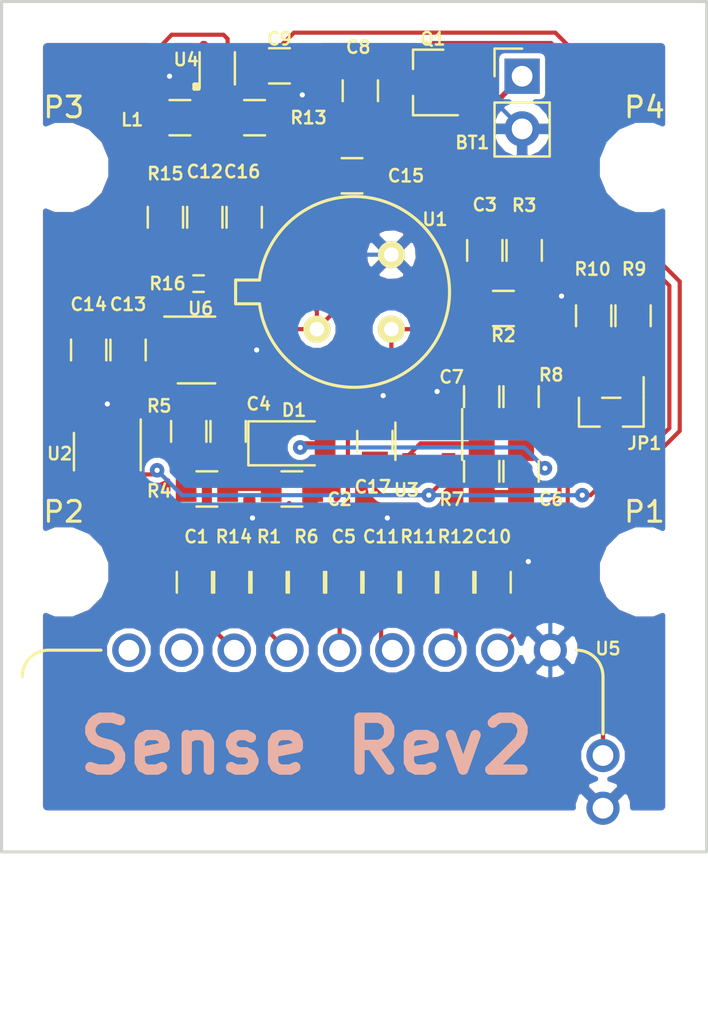
<source format=kicad_pcb>
(kicad_pcb (version 20170922) (host pcbnew no-vcs-found-72d4889~60~ubuntu16.04.1)

(general
  (thickness 1.6)
  (drawings 9)
  (tracks 300)
  (zones 0)
  (modules 48)
  (nets 30)
)

(page A4)
(layers
  (0 F.Cu signal)
  (31 B.Cu signal hide)
  (32 B.Adhes user)
  (33 F.Adhes user)
  (34 B.Paste user)
  (35 F.Paste user)
  (36 B.SilkS user)
  (37 F.SilkS user)
  (38 B.Mask user)
  (39 F.Mask user)
  (40 Dwgs.User user)
  (41 Cmts.User user)
  (42 Eco1.User user)
  (43 Eco2.User user)
  (44 Edge.Cuts user)
  (45 Margin user)
  (46 B.CrtYd user)
  (47 F.CrtYd user)
  (48 B.Fab user)
  (49 F.Fab user hide)
)


(setup
  (last_trace_width 0.2)
  (trace_clearance 0.2)
  (zone_clearance 0.25)
  (zone_45_only no)
  (trace_min 0.2)
  (segment_width 0.2)
  (edge_width 0.15)
  (via_size 0.7)
  (via_drill 0.25)
  (via_min_size 0.7)
  (via_min_drill 0.25)
  (uvia_size 0.3)
  (uvia_drill 0.1)
  (uvias_allowed no)
  (uvia_min_size 0.2)
  (uvia_min_drill 0.1)
  (pcb_text_width 0.3)
  (pcb_text_size 1.5 1.5)
  (mod_edge_width 0.15)
  (mod_text_size 0.6 0.6)
  (mod_text_width 0.12)
  (pad_size 1.524 1.524)
  (pad_drill 0.762)
  (pad_to_mask_clearance 0.2)
  (aux_axis_origin 0 0)
  (visible_elements FFFFFF7F)
  (pcbplotparams
    (layerselection 0x010f0_ffffffff)
    (usegerberextensions true)
    (usegerberattributes true)
    (usegerberadvancedattributes true)
    (creategerberjobfile true)
    (excludeedgelayer true)
    (linewidth 0.100000)
    (plotframeref false)
    (viasonmask false)
    (mode 1)
    (useauxorigin false)
    (hpglpennumber 1)
    (hpglpenspeed 20)
    (hpglpendiameter 15)
    (psnegative false)
    (psa4output false)
    (plotreference true)
    (plotvalue true)
    (plotinvisibletext false)
    (padsonsilk false)
    (subtractmaskfromsilk false)
    (outputformat 1)
    (mirror false)
    (drillshape 0)
    (scaleselection 1)
    (outputdirectory output/gerber/))
)

(net 0 "")
(net 1 "Net-(BT1-Pad1)")
(net 2 GND)
(net 3 /RC_OFFSET)
(net 4 "Net-(C2-Pad1)")
(net 5 /PIR_OUT)
(net 6 "Net-(C4-Pad2)")
(net 7 "Net-(C4-Pad1)")
(net 8 /RC_SIGNAL)
(net 9 "Net-(C7-Pad2)")
(net 10 "Net-(C7-Pad1)")
(net 11 /VIN_BATT)
(net 12 "Net-(C9-Pad1)")
(net 13 /AMP_OFFSET)
(net 14 /AMP_SIGNAL)
(net 15 VDD)
(net 16 VDDA)
(net 17 "Net-(JP1-Pad1)")
(net 18 /AMP_REF)
(net 19 "Net-(L1-Pad2)")
(net 20 /REG_MODE)
(net 21 "Net-(C6-Pad1)")
(net 22 "Net-(C13-Pad1)")
(net 23 "Net-(R2-Pad1)")
(net 24 "Net-(P1-Pad1)")
(net 25 "Net-(P2-Pad1)")
(net 26 "Net-(P3-Pad1)")
(net 27 "Net-(P4-Pad1)")
(net 28 "Net-(U5-Pad21)")
(net 29 "Net-(U5-Pad22)")

(net_class Default "This is the default net class."
  (clearance 0.2)
  (trace_width 0.2)
  (via_dia 0.7)
  (via_drill 0.25)
  (uvia_dia 0.3)
  (uvia_drill 0.1)
  (add_net /AMP_OFFSET)
  (add_net /AMP_REF)
  (add_net /AMP_SIGNAL)
  (add_net /PIR_OUT)
  (add_net /RC_OFFSET)
  (add_net /RC_SIGNAL)
  (add_net /REG_MODE)
  (add_net /VIN_BATT)
  (add_net GND)
  (add_net "Net-(BT1-Pad1)")
  (add_net "Net-(C13-Pad1)")
  (add_net "Net-(C2-Pad1)")
  (add_net "Net-(C4-Pad1)")
  (add_net "Net-(C4-Pad2)")
  (add_net "Net-(C6-Pad1)")
  (add_net "Net-(C7-Pad1)")
  (add_net "Net-(C7-Pad2)")
  (add_net "Net-(C9-Pad1)")
  (add_net "Net-(JP1-Pad1)")
  (add_net "Net-(L1-Pad2)")
  (add_net "Net-(P1-Pad1)")
  (add_net "Net-(P2-Pad1)")
  (add_net "Net-(P3-Pad1)")
  (add_net "Net-(P4-Pad1)")
  (add_net "Net-(R2-Pad1)")
  (add_net "Net-(U5-Pad21)")
  (add_net "Net-(U5-Pad22)")
  (add_net VDD)
  (add_net VDDA)
)

  (module detect_trigger:hackable_footprint_half (layer F.Cu) (tedit 59E8B269) (tstamp 59FB2750)
    (at 112 135.054 90)
    (path /59E8C9C5)
    (fp_text reference U5 (at 17.854 0.241 180) (layer F.SilkS)
      (effects (font (size 0.6 0.6) (thickness 0.12)))
    )
    (fp_text value hackaBLE_half (at 8.89 -29.083 90) (layer F.Fab)
      (effects (font (size 1 1) (thickness 0.15)))
    )
    (fp_text user "NO GROUND PLANE" (at 9.144 -26.0985 90) (layer F.Fab)
      (effects (font (size 1 1) (thickness 0.15)))
    )
    (fp_arc (start 16.51 -26.7335) (end 16.51 -28.0035) (angle 90) (layer F.SilkS) (width 0.15))
    (fp_arc (start 16.51 -1.27) (end 17.78 -1.27) (angle 90) (layer F.SilkS) (width 0.15))
    (fp_line (start 17.78 -26.6954) (end 17.78 -24.2062) (layer F.SilkS) (width 0.15))
    (fp_line (start 16.4846 0) (end 13.7414 0) (layer F.SilkS) (width 0.15))
    (pad 13 thru_hole circle (at 12.7 0 90) (size 1.6 1.6) (drill 1) (layers *.Cu *.Mask)
      (net 15 VDD))
    (pad 12 thru_hole circle (at 10.16 0 90) (size 1.6 1.6) (drill 1) (layers *.Cu *.Mask)
      (net 2 GND))
    (pad 14 thru_hole circle (at 17.78 -2.54 90) (size 1.6 1.6) (drill 1) (layers *.Cu *.Mask)
      (net 2 GND))
    (pad 15 thru_hole circle (at 17.78 -5.08 90) (size 1.6 1.6) (drill 1) (layers *.Cu *.Mask)
      (net 11 /VIN_BATT))
    (pad 17 thru_hole circle (at 17.78 -10.16 90) (size 1.65 1.65) (drill 1) (layers *.Cu *.Mask)
      (net 14 /AMP_SIGNAL))
    (pad 16 thru_hole circle (at 17.78 -7.62 90) (size 1.6 1.6) (drill 1) (layers *.Cu *.Mask)
      (net 13 /AMP_OFFSET))
    (pad 18 thru_hole circle (at 17.78 -12.7 90) (size 1.61 1.61) (drill 1) (layers *.Cu *.Mask)
      (net 8 /RC_SIGNAL))
    (pad 19 thru_hole circle (at 17.78 -15.24 90) (size 1.61 1.61) (drill 1) (layers *.Cu *.Mask)
      (net 3 /RC_OFFSET))
    (pad 20 thru_hole circle (at 17.78 -17.78 90) (size 1.61 1.61) (drill 1) (layers *.Cu *.Mask)
      (net 20 /REG_MODE))
    (pad 21 thru_hole circle (at 17.78 -20.32 90) (size 1.61 1.61) (drill 1) (layers *.Cu *.Mask)
      (net 28 "Net-(U5-Pad21)"))
    (pad 22 thru_hole circle (at 17.78 -22.86 90) (size 1.61 1.61) (drill 1) (layers *.Cu *.Mask)
      (net 29 "Net-(U5-Pad22)"))
  )

  (module Pin_Headers:Pin_Header_Straight_1x02_Pitch2.54mm (layer F.Cu) (tedit 59E62FC9) (tstamp 59E5EA26)
    (at 108.1 89.6)
    (descr "Through hole straight pin header, 1x02, 2.54mm pitch, single row")
    (tags "Through hole pin header THT 1x02 2.54mm single row")
    (path /59DE4C53)
    (fp_text reference BT1 (at -2.4 3.2) (layer F.SilkS)
      (effects (font (size 0.6 0.6) (thickness 0.12)))
    )
    (fp_text value Batt (at 0 4.87) (layer F.Fab)
      (effects (font (size 1 1) (thickness 0.15)))
    )
    (fp_line (start -0.635 -1.27) (end 1.27 -1.27) (layer F.Fab) (width 0.1))
    (fp_line (start 1.27 -1.27) (end 1.27 3.81) (layer F.Fab) (width 0.1))
    (fp_line (start 1.27 3.81) (end -1.27 3.81) (layer F.Fab) (width 0.1))
    (fp_line (start -1.27 3.81) (end -1.27 -0.635) (layer F.Fab) (width 0.1))
    (fp_line (start -1.27 -0.635) (end -0.635 -1.27) (layer F.Fab) (width 0.1))
    (fp_line (start -1.33 3.87) (end 1.33 3.87) (layer F.SilkS) (width 0.12))
    (fp_line (start -1.33 1.27) (end -1.33 3.87) (layer F.SilkS) (width 0.12))
    (fp_line (start 1.33 1.27) (end 1.33 3.87) (layer F.SilkS) (width 0.12))
    (fp_line (start -1.33 1.27) (end 1.33 1.27) (layer F.SilkS) (width 0.12))
    (fp_line (start -1.33 0) (end -1.33 -1.33) (layer F.SilkS) (width 0.12))
    (fp_line (start -1.33 -1.33) (end 0 -1.33) (layer F.SilkS) (width 0.12))
    (fp_line (start -1.8 -1.8) (end -1.8 4.35) (layer F.CrtYd) (width 0.05))
    (fp_line (start -1.8 4.35) (end 1.8 4.35) (layer F.CrtYd) (width 0.05))
    (fp_line (start 1.8 4.35) (end 1.8 -1.8) (layer F.CrtYd) (width 0.05))
    (fp_line (start 1.8 -1.8) (end -1.8 -1.8) (layer F.CrtYd) (width 0.05))
    (fp_text user %R (at 0 1.27 90) (layer F.Fab)
      (effects (font (size 1 1) (thickness 0.15)))
    )
    (pad 1 thru_hole rect (at 0 0) (size 1.7 1.7) (drill 1) (layers *.Cu *.Mask)
      (net 1 "Net-(BT1-Pad1)"))
    (pad 2 thru_hole oval (at 0 2.54) (size 1.7 1.7) (drill 1) (layers *.Cu *.Mask)
      (net 2 GND))
    (model ${KISYS3DMOD}/Pin_Headers.3dshapes/Pin_Header_Straight_1x02_Pitch2.54mm.wrl
      (at (xyz 0 0 0))
      (scale (xyz 1 1 1))
      (rotate (xyz 0 0 0))
    )
  )

  (module Capacitors_SMD:C_0805 (layer F.Cu) (tedit 59E62033) (tstamp 59E5EA37)
    (at 94.1 114 90)
    (descr "Capacitor SMD 0805, reflow soldering, AVX (see smccp.pdf)")
    (tags "capacitor 0805")
    (path /59DE42FB)
    (attr smd)
    (fp_text reference C1 (at 2.2 -1.7 180) (layer F.SilkS)
      (effects (font (size 0.6 0.6) (thickness 0.12)))
    )
    (fp_text value 10u (at 0 1.75 90) (layer F.Fab)
      (effects (font (size 1 1) (thickness 0.15)))
    )
    (fp_text user %R (at 0 -1.5 90) (layer F.Fab)
      (effects (font (size 1 1) (thickness 0.15)))
    )
    (fp_line (start -1 0.62) (end -1 -0.62) (layer F.Fab) (width 0.1))
    (fp_line (start 1 0.62) (end -1 0.62) (layer F.Fab) (width 0.1))
    (fp_line (start 1 -0.62) (end 1 0.62) (layer F.Fab) (width 0.1))
    (fp_line (start -1 -0.62) (end 1 -0.62) (layer F.Fab) (width 0.1))
    (fp_line (start 0.5 -0.85) (end -0.5 -0.85) (layer F.SilkS) (width 0.12))
    (fp_line (start -0.5 0.85) (end 0.5 0.85) (layer F.SilkS) (width 0.12))
    (fp_line (start -1.75 -0.88) (end 1.75 -0.88) (layer F.CrtYd) (width 0.05))
    (fp_line (start -1.75 -0.88) (end -1.75 0.87) (layer F.CrtYd) (width 0.05))
    (fp_line (start 1.75 0.87) (end 1.75 -0.88) (layer F.CrtYd) (width 0.05))
    (fp_line (start 1.75 0.87) (end -1.75 0.87) (layer F.CrtYd) (width 0.05))
    (pad 1 smd rect (at -1 0 90) (size 1 1.25) (layers F.Cu F.Paste F.Mask)
      (net 3 /RC_OFFSET))
    (pad 2 smd rect (at 1 0 90) (size 1 1.25) (layers F.Cu F.Paste F.Mask)
      (net 2 GND))
    (model Capacitors_SMD.3dshapes/C_0805.wrl
      (at (xyz 0 0 0))
      (scale (xyz 1 1 1))
      (rotate (xyz 0 0 0))
    )
  )

  (module Capacitors_SMD:C_0805 (layer F.Cu) (tedit 59E8AE95) (tstamp 59E5EA48)
    (at 97 109.5)
    (descr "Capacitor SMD 0805, reflow soldering, AVX (see smccp.pdf)")
    (tags "capacitor 0805")
    (path /59DE8B6F)
    (attr smd)
    (fp_text reference C2 (at 2.3 0.5) (layer F.SilkS)
      (effects (font (size 0.6 0.6) (thickness 0.12)))
    )
    (fp_text value 10u (at 0 1.75) (layer F.Fab)
      (effects (font (size 1 1) (thickness 0.15)))
    )
    (fp_text user %R (at 0 -1.5) (layer F.Fab)
      (effects (font (size 1 1) (thickness 0.15)))
    )
    (fp_line (start -1 0.62) (end -1 -0.62) (layer F.Fab) (width 0.1))
    (fp_line (start 1 0.62) (end -1 0.62) (layer F.Fab) (width 0.1))
    (fp_line (start 1 -0.62) (end 1 0.62) (layer F.Fab) (width 0.1))
    (fp_line (start -1 -0.62) (end 1 -0.62) (layer F.Fab) (width 0.1))
    (fp_line (start 0.5 -0.85) (end -0.5 -0.85) (layer F.SilkS) (width 0.12))
    (fp_line (start -0.5 0.85) (end 0.5 0.85) (layer F.SilkS) (width 0.12))
    (fp_line (start -1.75 -0.88) (end 1.75 -0.88) (layer F.CrtYd) (width 0.05))
    (fp_line (start -1.75 -0.88) (end -1.75 0.87) (layer F.CrtYd) (width 0.05))
    (fp_line (start 1.75 0.87) (end 1.75 -0.88) (layer F.CrtYd) (width 0.05))
    (fp_line (start 1.75 0.87) (end -1.75 0.87) (layer F.CrtYd) (width 0.05))
    (pad 1 smd rect (at -1 0) (size 1 1.25) (layers F.Cu F.Paste F.Mask)
      (net 4 "Net-(C2-Pad1)"))
    (pad 2 smd rect (at 1 0) (size 1 1.25) (layers F.Cu F.Paste F.Mask)
      (net 2 GND))
    (model Capacitors_SMD.3dshapes/C_0805.wrl
      (at (xyz 0 0 0))
      (scale (xyz 1 1 1))
      (rotate (xyz 0 0 0))
    )
  )

  (module Capacitors_SMD:C_0805 (layer F.Cu) (tedit 59E62060) (tstamp 59E5EA59)
    (at 106.3 98 90)
    (descr "Capacitor SMD 0805, reflow soldering, AVX (see smccp.pdf)")
    (tags "capacitor 0805")
    (path /59DE948B)
    (attr smd)
    (fp_text reference C3 (at 2.2 0 180) (layer F.SilkS)
      (effects (font (size 0.6 0.6) (thickness 0.12)))
    )
    (fp_text value 100n (at 0 1.75 90) (layer F.Fab)
      (effects (font (size 1 1) (thickness 0.15)))
    )
    (fp_text user %R (at 0 -1.5 90) (layer F.Fab)
      (effects (font (size 1 1) (thickness 0.15)))
    )
    (fp_line (start -1 0.62) (end -1 -0.62) (layer F.Fab) (width 0.1))
    (fp_line (start 1 0.62) (end -1 0.62) (layer F.Fab) (width 0.1))
    (fp_line (start 1 -0.62) (end 1 0.62) (layer F.Fab) (width 0.1))
    (fp_line (start -1 -0.62) (end 1 -0.62) (layer F.Fab) (width 0.1))
    (fp_line (start 0.5 -0.85) (end -0.5 -0.85) (layer F.SilkS) (width 0.12))
    (fp_line (start -0.5 0.85) (end 0.5 0.85) (layer F.SilkS) (width 0.12))
    (fp_line (start -1.75 -0.88) (end 1.75 -0.88) (layer F.CrtYd) (width 0.05))
    (fp_line (start -1.75 -0.88) (end -1.75 0.87) (layer F.CrtYd) (width 0.05))
    (fp_line (start 1.75 0.87) (end 1.75 -0.88) (layer F.CrtYd) (width 0.05))
    (fp_line (start 1.75 0.87) (end -1.75 0.87) (layer F.CrtYd) (width 0.05))
    (pad 1 smd rect (at -1 0 90) (size 1 1.25) (layers F.Cu F.Paste F.Mask)
      (net 5 /PIR_OUT))
    (pad 2 smd rect (at 1 0 90) (size 1 1.25) (layers F.Cu F.Paste F.Mask)
      (net 2 GND))
    (model Capacitors_SMD.3dshapes/C_0805.wrl
      (at (xyz 0 0 0))
      (scale (xyz 1 1 1))
      (rotate (xyz 0 0 0))
    )
  )

  (module Capacitors_SMD:C_0805 (layer F.Cu) (tedit 59E62ED1) (tstamp 59E5EA6A)
    (at 93.925 106.725 270)
    (descr "Capacitor SMD 0805, reflow soldering, AVX (see smccp.pdf)")
    (tags "capacitor 0805")
    (path /59DEA3E5)
    (attr smd)
    (fp_text reference C4 (at -1.325 -1.475) (layer F.SilkS)
      (effects (font (size 0.6 0.6) (thickness 0.12)))
    )
    (fp_text value 10n (at 0 1.75 270) (layer F.Fab)
      (effects (font (size 1 1) (thickness 0.15)))
    )
    (fp_line (start 1.75 0.87) (end -1.75 0.87) (layer F.CrtYd) (width 0.05))
    (fp_line (start 1.75 0.87) (end 1.75 -0.88) (layer F.CrtYd) (width 0.05))
    (fp_line (start -1.75 -0.88) (end -1.75 0.87) (layer F.CrtYd) (width 0.05))
    (fp_line (start -1.75 -0.88) (end 1.75 -0.88) (layer F.CrtYd) (width 0.05))
    (fp_line (start -0.5 0.85) (end 0.5 0.85) (layer F.SilkS) (width 0.12))
    (fp_line (start 0.5 -0.85) (end -0.5 -0.85) (layer F.SilkS) (width 0.12))
    (fp_line (start -1 -0.62) (end 1 -0.62) (layer F.Fab) (width 0.1))
    (fp_line (start 1 -0.62) (end 1 0.62) (layer F.Fab) (width 0.1))
    (fp_line (start 1 0.62) (end -1 0.62) (layer F.Fab) (width 0.1))
    (fp_line (start -1 0.62) (end -1 -0.62) (layer F.Fab) (width 0.1))
    (fp_text user %R (at 0 -1.5 270) (layer F.Fab)
      (effects (font (size 1 1) (thickness 0.15)))
    )
    (pad 2 smd rect (at 1 0 270) (size 1 1.25) (layers F.Cu F.Paste F.Mask)
      (net 6 "Net-(C4-Pad2)"))
    (pad 1 smd rect (at -1 0 270) (size 1 1.25) (layers F.Cu F.Paste F.Mask)
      (net 7 "Net-(C4-Pad1)"))
    (model Capacitors_SMD.3dshapes/C_0805.wrl
      (at (xyz 0 0 0))
      (scale (xyz 1 1 1))
      (rotate (xyz 0 0 0))
    )
  )

  (module Capacitors_SMD:C_0805 (layer F.Cu) (tedit 59E62018) (tstamp 59E5EA7B)
    (at 99.5 114 90)
    (descr "Capacitor SMD 0805, reflow soldering, AVX (see smccp.pdf)")
    (tags "capacitor 0805")
    (path /59DE42F8)
    (attr smd)
    (fp_text reference C5 (at 2.2 0 180) (layer F.SilkS)
      (effects (font (size 0.6 0.6) (thickness 0.12)))
    )
    (fp_text value 100n (at 0 1.75 90) (layer F.Fab)
      (effects (font (size 1 1) (thickness 0.15)))
    )
    (fp_text user %R (at 0 -1.5 90) (layer F.Fab)
      (effects (font (size 1 1) (thickness 0.15)))
    )
    (fp_line (start -1 0.62) (end -1 -0.62) (layer F.Fab) (width 0.1))
    (fp_line (start 1 0.62) (end -1 0.62) (layer F.Fab) (width 0.1))
    (fp_line (start 1 -0.62) (end 1 0.62) (layer F.Fab) (width 0.1))
    (fp_line (start -1 -0.62) (end 1 -0.62) (layer F.Fab) (width 0.1))
    (fp_line (start 0.5 -0.85) (end -0.5 -0.85) (layer F.SilkS) (width 0.12))
    (fp_line (start -0.5 0.85) (end 0.5 0.85) (layer F.SilkS) (width 0.12))
    (fp_line (start -1.75 -0.88) (end 1.75 -0.88) (layer F.CrtYd) (width 0.05))
    (fp_line (start -1.75 -0.88) (end -1.75 0.87) (layer F.CrtYd) (width 0.05))
    (fp_line (start 1.75 0.87) (end 1.75 -0.88) (layer F.CrtYd) (width 0.05))
    (fp_line (start 1.75 0.87) (end -1.75 0.87) (layer F.CrtYd) (width 0.05))
    (pad 1 smd rect (at -1 0 90) (size 1 1.25) (layers F.Cu F.Paste F.Mask)
      (net 8 /RC_SIGNAL))
    (pad 2 smd rect (at 1 0 90) (size 1 1.25) (layers F.Cu F.Paste F.Mask)
      (net 2 GND))
    (model Capacitors_SMD.3dshapes/C_0805.wrl
      (at (xyz 0 0 0))
      (scale (xyz 1 1 1))
      (rotate (xyz 0 0 0))
    )
  )

  (module Capacitors_SMD:C_0805 (layer F.Cu) (tedit 59E62F84) (tstamp 59E5EA8C)
    (at 108.05 108.65 90)
    (descr "Capacitor SMD 0805, reflow soldering, AVX (see smccp.pdf)")
    (tags "capacitor 0805")
    (path /59E497E1)
    (attr smd)
    (fp_text reference C6 (at -1.35 1.45 180) (layer F.SilkS)
      (effects (font (size 0.6 0.6) (thickness 0.12)))
    )
    (fp_text value 10u (at 0 1.75 90) (layer F.Fab)
      (effects (font (size 1 1) (thickness 0.15)))
    )
    (fp_line (start 1.75 0.87) (end -1.75 0.87) (layer F.CrtYd) (width 0.05))
    (fp_line (start 1.75 0.87) (end 1.75 -0.88) (layer F.CrtYd) (width 0.05))
    (fp_line (start -1.75 -0.88) (end -1.75 0.87) (layer F.CrtYd) (width 0.05))
    (fp_line (start -1.75 -0.88) (end 1.75 -0.88) (layer F.CrtYd) (width 0.05))
    (fp_line (start -0.5 0.85) (end 0.5 0.85) (layer F.SilkS) (width 0.12))
    (fp_line (start 0.5 -0.85) (end -0.5 -0.85) (layer F.SilkS) (width 0.12))
    (fp_line (start -1 -0.62) (end 1 -0.62) (layer F.Fab) (width 0.1))
    (fp_line (start 1 -0.62) (end 1 0.62) (layer F.Fab) (width 0.1))
    (fp_line (start 1 0.62) (end -1 0.62) (layer F.Fab) (width 0.1))
    (fp_line (start -1 0.62) (end -1 -0.62) (layer F.Fab) (width 0.1))
    (fp_text user %R (at 0 -1.5 90) (layer F.Fab)
      (effects (font (size 1 1) (thickness 0.15)))
    )
    (pad 2 smd rect (at 1 0 90) (size 1 1.25) (layers F.Cu F.Paste F.Mask)
      (net 7 "Net-(C4-Pad1)"))
    (pad 1 smd rect (at -1 0 90) (size 1 1.25) (layers F.Cu F.Paste F.Mask)
      (net 21 "Net-(C6-Pad1)"))
    (model Capacitors_SMD.3dshapes/C_0805.wrl
      (at (xyz 0 0 0))
      (scale (xyz 1 1 1))
      (rotate (xyz 0 0 0))
    )
  )

  (module Capacitors_SMD:C_0805 (layer F.Cu) (tedit 59E62F96) (tstamp 59E5EA9D)
    (at 106.15 105.05 270)
    (descr "Capacitor SMD 0805, reflow soldering, AVX (see smccp.pdf)")
    (tags "capacitor 0805")
    (path /59E4980D)
    (attr smd)
    (fp_text reference C7 (at -0.95 1.45) (layer F.SilkS)
      (effects (font (size 0.6 0.6) (thickness 0.12)))
    )
    (fp_text value 10n (at 0 1.75 270) (layer F.Fab)
      (effects (font (size 1 1) (thickness 0.15)))
    )
    (fp_line (start 1.75 0.87) (end -1.75 0.87) (layer F.CrtYd) (width 0.05))
    (fp_line (start 1.75 0.87) (end 1.75 -0.88) (layer F.CrtYd) (width 0.05))
    (fp_line (start -1.75 -0.88) (end -1.75 0.87) (layer F.CrtYd) (width 0.05))
    (fp_line (start -1.75 -0.88) (end 1.75 -0.88) (layer F.CrtYd) (width 0.05))
    (fp_line (start -0.5 0.85) (end 0.5 0.85) (layer F.SilkS) (width 0.12))
    (fp_line (start 0.5 -0.85) (end -0.5 -0.85) (layer F.SilkS) (width 0.12))
    (fp_line (start -1 -0.62) (end 1 -0.62) (layer F.Fab) (width 0.1))
    (fp_line (start 1 -0.62) (end 1 0.62) (layer F.Fab) (width 0.1))
    (fp_line (start 1 0.62) (end -1 0.62) (layer F.Fab) (width 0.1))
    (fp_line (start -1 0.62) (end -1 -0.62) (layer F.Fab) (width 0.1))
    (fp_text user %R (at 0 -1.5 270) (layer F.Fab)
      (effects (font (size 1 1) (thickness 0.15)))
    )
    (pad 2 smd rect (at 1 0 270) (size 1 1.25) (layers F.Cu F.Paste F.Mask)
      (net 9 "Net-(C7-Pad2)"))
    (pad 1 smd rect (at -1 0 270) (size 1 1.25) (layers F.Cu F.Paste F.Mask)
      (net 10 "Net-(C7-Pad1)"))
    (model Capacitors_SMD.3dshapes/C_0805.wrl
      (at (xyz 0 0 0))
      (scale (xyz 1 1 1))
      (rotate (xyz 0 0 0))
    )
  )

  (module Capacitors_SMD:C_0805 (layer F.Cu) (tedit 59E62CEB) (tstamp 59E5EAAE)
    (at 100.3 90.3 90)
    (descr "Capacitor SMD 0805, reflow soldering, AVX (see smccp.pdf)")
    (tags "capacitor 0805")
    (path /59DE42FD)
    (attr smd)
    (fp_text reference C8 (at 2.1 -0.1 180) (layer F.SilkS)
      (effects (font (size 0.6 0.6) (thickness 0.12)))
    )
    (fp_text value 10u (at 0 1.75 90) (layer F.Fab)
      (effects (font (size 1 1) (thickness 0.15)))
    )
    (fp_text user %R (at 0 -1.5 90) (layer F.Fab)
      (effects (font (size 1 1) (thickness 0.15)))
    )
    (fp_line (start -1 0.62) (end -1 -0.62) (layer F.Fab) (width 0.1))
    (fp_line (start 1 0.62) (end -1 0.62) (layer F.Fab) (width 0.1))
    (fp_line (start 1 -0.62) (end 1 0.62) (layer F.Fab) (width 0.1))
    (fp_line (start -1 -0.62) (end 1 -0.62) (layer F.Fab) (width 0.1))
    (fp_line (start 0.5 -0.85) (end -0.5 -0.85) (layer F.SilkS) (width 0.12))
    (fp_line (start -0.5 0.85) (end 0.5 0.85) (layer F.SilkS) (width 0.12))
    (fp_line (start -1.75 -0.88) (end 1.75 -0.88) (layer F.CrtYd) (width 0.05))
    (fp_line (start -1.75 -0.88) (end -1.75 0.87) (layer F.CrtYd) (width 0.05))
    (fp_line (start 1.75 0.87) (end 1.75 -0.88) (layer F.CrtYd) (width 0.05))
    (fp_line (start 1.75 0.87) (end -1.75 0.87) (layer F.CrtYd) (width 0.05))
    (pad 1 smd rect (at -1 0 90) (size 1 1.25) (layers F.Cu F.Paste F.Mask)
      (net 11 /VIN_BATT))
    (pad 2 smd rect (at 1 0 90) (size 1 1.25) (layers F.Cu F.Paste F.Mask)
      (net 2 GND))
    (model Capacitors_SMD.3dshapes/C_0805.wrl
      (at (xyz 0 0 0))
      (scale (xyz 1 1 1))
      (rotate (xyz 0 0 0))
    )
  )

  (module Capacitors_SMD:C_0805 (layer F.Cu) (tedit 59E62C69) (tstamp 59E5EABF)
    (at 96.4 89.1)
    (descr "Capacitor SMD 0805, reflow soldering, AVX (see smccp.pdf)")
    (tags "capacitor 0805")
    (path /59E565C0)
    (attr smd)
    (fp_text reference C9 (at 0 -1.3 180) (layer F.SilkS)
      (effects (font (size 0.6 0.6) (thickness 0.12)))
    )
    (fp_text value 100n (at 0 1.75) (layer F.Fab)
      (effects (font (size 1 1) (thickness 0.15)))
    )
    (fp_line (start 1.75 0.87) (end -1.75 0.87) (layer F.CrtYd) (width 0.05))
    (fp_line (start 1.75 0.87) (end 1.75 -0.88) (layer F.CrtYd) (width 0.05))
    (fp_line (start -1.75 -0.88) (end -1.75 0.87) (layer F.CrtYd) (width 0.05))
    (fp_line (start -1.75 -0.88) (end 1.75 -0.88) (layer F.CrtYd) (width 0.05))
    (fp_line (start -0.5 0.85) (end 0.5 0.85) (layer F.SilkS) (width 0.12))
    (fp_line (start 0.5 -0.85) (end -0.5 -0.85) (layer F.SilkS) (width 0.12))
    (fp_line (start -1 -0.62) (end 1 -0.62) (layer F.Fab) (width 0.1))
    (fp_line (start 1 -0.62) (end 1 0.62) (layer F.Fab) (width 0.1))
    (fp_line (start 1 0.62) (end -1 0.62) (layer F.Fab) (width 0.1))
    (fp_line (start -1 0.62) (end -1 -0.62) (layer F.Fab) (width 0.1))
    (fp_text user %R (at 0 -1.5) (layer F.Fab)
      (effects (font (size 1 1) (thickness 0.15)))
    )
    (pad 2 smd rect (at 1 0) (size 1 1.25) (layers F.Cu F.Paste F.Mask)
      (net 2 GND))
    (pad 1 smd rect (at -1 0) (size 1 1.25) (layers F.Cu F.Paste F.Mask)
      (net 12 "Net-(C9-Pad1)"))
    (model Capacitors_SMD.3dshapes/C_0805.wrl
      (at (xyz 0 0 0))
      (scale (xyz 1 1 1))
      (rotate (xyz 0 0 0))
    )
  )

  (module Capacitors_SMD:C_0805 (layer F.Cu) (tedit 59E61F82) (tstamp 59E5EAD0)
    (at 106.7 114 90)
    (descr "Capacitor SMD 0805, reflow soldering, AVX (see smccp.pdf)")
    (tags "capacitor 0805")
    (path /59E4A996)
    (attr smd)
    (fp_text reference C10 (at 2.2 0 180) (layer F.SilkS)
      (effects (font (size 0.6 0.6) (thickness 0.12)))
    )
    (fp_text value 10u (at 0 1.75 90) (layer F.Fab)
      (effects (font (size 1 1) (thickness 0.15)))
    )
    (fp_text user %R (at 0 -1.5 90) (layer F.Fab)
      (effects (font (size 1 1) (thickness 0.15)))
    )
    (fp_line (start -1 0.62) (end -1 -0.62) (layer F.Fab) (width 0.1))
    (fp_line (start 1 0.62) (end -1 0.62) (layer F.Fab) (width 0.1))
    (fp_line (start 1 -0.62) (end 1 0.62) (layer F.Fab) (width 0.1))
    (fp_line (start -1 -0.62) (end 1 -0.62) (layer F.Fab) (width 0.1))
    (fp_line (start 0.5 -0.85) (end -0.5 -0.85) (layer F.SilkS) (width 0.12))
    (fp_line (start -0.5 0.85) (end 0.5 0.85) (layer F.SilkS) (width 0.12))
    (fp_line (start -1.75 -0.88) (end 1.75 -0.88) (layer F.CrtYd) (width 0.05))
    (fp_line (start -1.75 -0.88) (end -1.75 0.87) (layer F.CrtYd) (width 0.05))
    (fp_line (start 1.75 0.87) (end 1.75 -0.88) (layer F.CrtYd) (width 0.05))
    (fp_line (start 1.75 0.87) (end -1.75 0.87) (layer F.CrtYd) (width 0.05))
    (pad 1 smd rect (at -1 0 90) (size 1 1.25) (layers F.Cu F.Paste F.Mask)
      (net 13 /AMP_OFFSET))
    (pad 2 smd rect (at 1 0 90) (size 1 1.25) (layers F.Cu F.Paste F.Mask)
      (net 2 GND))
    (model Capacitors_SMD.3dshapes/C_0805.wrl
      (at (xyz 0 0 0))
      (scale (xyz 1 1 1))
      (rotate (xyz 0 0 0))
    )
  )

  (module Capacitors_SMD:C_0805 (layer F.Cu) (tedit 59E6200F) (tstamp 59E5EAE1)
    (at 101.3 114 90)
    (descr "Capacitor SMD 0805, reflow soldering, AVX (see smccp.pdf)")
    (tags "capacitor 0805")
    (path /59E4AB45)
    (attr smd)
    (fp_text reference C11 (at 2.2 0 180) (layer F.SilkS)
      (effects (font (size 0.6 0.6) (thickness 0.12)))
    )
    (fp_text value 100p (at 0 1.75 90) (layer F.Fab)
      (effects (font (size 1 1) (thickness 0.15)))
    )
    (fp_text user %R (at 0 -1.5 90) (layer F.Fab)
      (effects (font (size 1 1) (thickness 0.15)))
    )
    (fp_line (start -1 0.62) (end -1 -0.62) (layer F.Fab) (width 0.1))
    (fp_line (start 1 0.62) (end -1 0.62) (layer F.Fab) (width 0.1))
    (fp_line (start 1 -0.62) (end 1 0.62) (layer F.Fab) (width 0.1))
    (fp_line (start -1 -0.62) (end 1 -0.62) (layer F.Fab) (width 0.1))
    (fp_line (start 0.5 -0.85) (end -0.5 -0.85) (layer F.SilkS) (width 0.12))
    (fp_line (start -0.5 0.85) (end 0.5 0.85) (layer F.SilkS) (width 0.12))
    (fp_line (start -1.75 -0.88) (end 1.75 -0.88) (layer F.CrtYd) (width 0.05))
    (fp_line (start -1.75 -0.88) (end -1.75 0.87) (layer F.CrtYd) (width 0.05))
    (fp_line (start 1.75 0.87) (end 1.75 -0.88) (layer F.CrtYd) (width 0.05))
    (fp_line (start 1.75 0.87) (end -1.75 0.87) (layer F.CrtYd) (width 0.05))
    (pad 1 smd rect (at -1 0 90) (size 1 1.25) (layers F.Cu F.Paste F.Mask)
      (net 14 /AMP_SIGNAL))
    (pad 2 smd rect (at 1 0 90) (size 1 1.25) (layers F.Cu F.Paste F.Mask)
      (net 2 GND))
    (model Capacitors_SMD.3dshapes/C_0805.wrl
      (at (xyz 0 0 0))
      (scale (xyz 1 1 1))
      (rotate (xyz 0 0 0))
    )
  )

  (module Capacitors_SMD:C_0805 (layer F.Cu) (tedit 59E62D3F) (tstamp 59E5EAF2)
    (at 92.8 96.4 90)
    (descr "Capacitor SMD 0805, reflow soldering, AVX (see smccp.pdf)")
    (tags "capacitor 0805")
    (path /59E5ABAB)
    (attr smd)
    (fp_text reference C12 (at 2.2 0 180) (layer F.SilkS)
      (effects (font (size 0.6 0.6) (thickness 0.12)))
    )
    (fp_text value 10u (at 0 1.75 90) (layer F.Fab)
      (effects (font (size 1 1) (thickness 0.15)))
    )
    (fp_line (start 1.75 0.87) (end -1.75 0.87) (layer F.CrtYd) (width 0.05))
    (fp_line (start 1.75 0.87) (end 1.75 -0.88) (layer F.CrtYd) (width 0.05))
    (fp_line (start -1.75 -0.88) (end -1.75 0.87) (layer F.CrtYd) (width 0.05))
    (fp_line (start -1.75 -0.88) (end 1.75 -0.88) (layer F.CrtYd) (width 0.05))
    (fp_line (start -0.5 0.85) (end 0.5 0.85) (layer F.SilkS) (width 0.12))
    (fp_line (start 0.5 -0.85) (end -0.5 -0.85) (layer F.SilkS) (width 0.12))
    (fp_line (start -1 -0.62) (end 1 -0.62) (layer F.Fab) (width 0.1))
    (fp_line (start 1 -0.62) (end 1 0.62) (layer F.Fab) (width 0.1))
    (fp_line (start 1 0.62) (end -1 0.62) (layer F.Fab) (width 0.1))
    (fp_line (start -1 0.62) (end -1 -0.62) (layer F.Fab) (width 0.1))
    (fp_text user %R (at 0 -1.5 90) (layer F.Fab)
      (effects (font (size 1 1) (thickness 0.15)))
    )
    (pad 2 smd rect (at 1 0 90) (size 1 1.25) (layers F.Cu F.Paste F.Mask)
      (net 2 GND))
    (pad 1 smd rect (at -1 0 90) (size 1 1.25) (layers F.Cu F.Paste F.Mask)
      (net 15 VDD))
    (model Capacitors_SMD.3dshapes/C_0805.wrl
      (at (xyz 0 0 0))
      (scale (xyz 1 1 1))
      (rotate (xyz 0 0 0))
    )
  )

  (module Capacitors_SMD:C_0805 (layer F.Cu) (tedit 59E62DB7) (tstamp 59E5EB03)
    (at 89.1 102.8 270)
    (descr "Capacitor SMD 0805, reflow soldering, AVX (see smccp.pdf)")
    (tags "capacitor 0805")
    (path /59E58B24)
    (attr smd)
    (fp_text reference C13 (at -2.2 0) (layer F.SilkS)
      (effects (font (size 0.6 0.6) (thickness 0.12)))
    )
    (fp_text value 10u (at 0 1.75 270) (layer F.Fab)
      (effects (font (size 1 1) (thickness 0.15)))
    )
    (fp_text user %R (at 0 -1.5 270) (layer F.Fab)
      (effects (font (size 1 1) (thickness 0.15)))
    )
    (fp_line (start -1 0.62) (end -1 -0.62) (layer F.Fab) (width 0.1))
    (fp_line (start 1 0.62) (end -1 0.62) (layer F.Fab) (width 0.1))
    (fp_line (start 1 -0.62) (end 1 0.62) (layer F.Fab) (width 0.1))
    (fp_line (start -1 -0.62) (end 1 -0.62) (layer F.Fab) (width 0.1))
    (fp_line (start 0.5 -0.85) (end -0.5 -0.85) (layer F.SilkS) (width 0.12))
    (fp_line (start -0.5 0.85) (end 0.5 0.85) (layer F.SilkS) (width 0.12))
    (fp_line (start -1.75 -0.88) (end 1.75 -0.88) (layer F.CrtYd) (width 0.05))
    (fp_line (start -1.75 -0.88) (end -1.75 0.87) (layer F.CrtYd) (width 0.05))
    (fp_line (start 1.75 0.87) (end 1.75 -0.88) (layer F.CrtYd) (width 0.05))
    (fp_line (start 1.75 0.87) (end -1.75 0.87) (layer F.CrtYd) (width 0.05))
    (pad 1 smd rect (at -1 0 270) (size 1 1.25) (layers F.Cu F.Paste F.Mask)
      (net 22 "Net-(C13-Pad1)"))
    (pad 2 smd rect (at 1 0 270) (size 1 1.25) (layers F.Cu F.Paste F.Mask)
      (net 2 GND))
    (model Capacitors_SMD.3dshapes/C_0805.wrl
      (at (xyz 0 0 0))
      (scale (xyz 1 1 1))
      (rotate (xyz 0 0 0))
    )
  )

  (module Capacitors_SMD:C_0805 (layer F.Cu) (tedit 59E62DB2) (tstamp 59E5EB14)
    (at 87.2 102.8 270)
    (descr "Capacitor SMD 0805, reflow soldering, AVX (see smccp.pdf)")
    (tags "capacitor 0805")
    (path /59E5DFB0)
    (attr smd)
    (fp_text reference C14 (at -2.2 0) (layer F.SilkS)
      (effects (font (size 0.6 0.6) (thickness 0.12)))
    )
    (fp_text value 100n (at 0 1.75 270) (layer F.Fab)
      (effects (font (size 1 1) (thickness 0.15)))
    )
    (fp_text user %R (at 0 -1.5 270) (layer F.Fab)
      (effects (font (size 1 1) (thickness 0.15)))
    )
    (fp_line (start -1 0.62) (end -1 -0.62) (layer F.Fab) (width 0.1))
    (fp_line (start 1 0.62) (end -1 0.62) (layer F.Fab) (width 0.1))
    (fp_line (start 1 -0.62) (end 1 0.62) (layer F.Fab) (width 0.1))
    (fp_line (start -1 -0.62) (end 1 -0.62) (layer F.Fab) (width 0.1))
    (fp_line (start 0.5 -0.85) (end -0.5 -0.85) (layer F.SilkS) (width 0.12))
    (fp_line (start -0.5 0.85) (end 0.5 0.85) (layer F.SilkS) (width 0.12))
    (fp_line (start -1.75 -0.88) (end 1.75 -0.88) (layer F.CrtYd) (width 0.05))
    (fp_line (start -1.75 -0.88) (end -1.75 0.87) (layer F.CrtYd) (width 0.05))
    (fp_line (start 1.75 0.87) (end 1.75 -0.88) (layer F.CrtYd) (width 0.05))
    (fp_line (start 1.75 0.87) (end -1.75 0.87) (layer F.CrtYd) (width 0.05))
    (pad 1 smd rect (at -1 0 270) (size 1 1.25) (layers F.Cu F.Paste F.Mask)
      (net 22 "Net-(C13-Pad1)"))
    (pad 2 smd rect (at 1 0 270) (size 1 1.25) (layers F.Cu F.Paste F.Mask)
      (net 2 GND))
    (model Capacitors_SMD.3dshapes/C_0805.wrl
      (at (xyz 0 0 0))
      (scale (xyz 1 1 1))
      (rotate (xyz 0 0 0))
    )
  )

  (module Capacitors_SMD:C_0805 (layer F.Cu) (tedit 59E62E66) (tstamp 59E5EB25)
    (at 99.9 94.4)
    (descr "Capacitor SMD 0805, reflow soldering, AVX (see smccp.pdf)")
    (tags "capacitor 0805")
    (path /59E5BFDD)
    (attr smd)
    (fp_text reference C15 (at 2.6 0 180) (layer F.SilkS)
      (effects (font (size 0.6 0.6) (thickness 0.12)))
    )
    (fp_text value 100n (at 0 1.75) (layer F.Fab)
      (effects (font (size 1 1) (thickness 0.15)))
    )
    (fp_line (start 1.75 0.87) (end -1.75 0.87) (layer F.CrtYd) (width 0.05))
    (fp_line (start 1.75 0.87) (end 1.75 -0.88) (layer F.CrtYd) (width 0.05))
    (fp_line (start -1.75 -0.88) (end -1.75 0.87) (layer F.CrtYd) (width 0.05))
    (fp_line (start -1.75 -0.88) (end 1.75 -0.88) (layer F.CrtYd) (width 0.05))
    (fp_line (start -0.5 0.85) (end 0.5 0.85) (layer F.SilkS) (width 0.12))
    (fp_line (start 0.5 -0.85) (end -0.5 -0.85) (layer F.SilkS) (width 0.12))
    (fp_line (start -1 -0.62) (end 1 -0.62) (layer F.Fab) (width 0.1))
    (fp_line (start 1 -0.62) (end 1 0.62) (layer F.Fab) (width 0.1))
    (fp_line (start 1 0.62) (end -1 0.62) (layer F.Fab) (width 0.1))
    (fp_line (start -1 0.62) (end -1 -0.62) (layer F.Fab) (width 0.1))
    (fp_text user %R (at 0 -1.5) (layer F.Fab)
      (effects (font (size 1 1) (thickness 0.15)))
    )
    (pad 2 smd rect (at 1 0) (size 1 1.25) (layers F.Cu F.Paste F.Mask)
      (net 2 GND))
    (pad 1 smd rect (at -1 0) (size 1 1.25) (layers F.Cu F.Paste F.Mask)
      (net 16 VDDA))
    (model Capacitors_SMD.3dshapes/C_0805.wrl
      (at (xyz 0 0 0))
      (scale (xyz 1 1 1))
      (rotate (xyz 0 0 0))
    )
  )

  (module Capacitors_SMD:C_0805 (layer F.Cu) (tedit 59E62C10) (tstamp 59E5EB36)
    (at 94.7 96.4 90)
    (descr "Capacitor SMD 0805, reflow soldering, AVX (see smccp.pdf)")
    (tags "capacitor 0805")
    (path /59E578AD)
    (attr smd)
    (fp_text reference C16 (at 2.2 -0.1 180) (layer F.SilkS)
      (effects (font (size 0.6 0.6) (thickness 0.12)))
    )
    (fp_text value 10u (at 0 1.75 90) (layer F.Fab)
      (effects (font (size 1 1) (thickness 0.15)))
    )
    (fp_text user %R (at 0 -1.5 90) (layer F.Fab)
      (effects (font (size 1 1) (thickness 0.15)))
    )
    (fp_line (start -1 0.62) (end -1 -0.62) (layer F.Fab) (width 0.1))
    (fp_line (start 1 0.62) (end -1 0.62) (layer F.Fab) (width 0.1))
    (fp_line (start 1 -0.62) (end 1 0.62) (layer F.Fab) (width 0.1))
    (fp_line (start -1 -0.62) (end 1 -0.62) (layer F.Fab) (width 0.1))
    (fp_line (start 0.5 -0.85) (end -0.5 -0.85) (layer F.SilkS) (width 0.12))
    (fp_line (start -0.5 0.85) (end 0.5 0.85) (layer F.SilkS) (width 0.12))
    (fp_line (start -1.75 -0.88) (end 1.75 -0.88) (layer F.CrtYd) (width 0.05))
    (fp_line (start -1.75 -0.88) (end -1.75 0.87) (layer F.CrtYd) (width 0.05))
    (fp_line (start 1.75 0.87) (end 1.75 -0.88) (layer F.CrtYd) (width 0.05))
    (fp_line (start 1.75 0.87) (end -1.75 0.87) (layer F.CrtYd) (width 0.05))
    (pad 1 smd rect (at -1 0 90) (size 1 1.25) (layers F.Cu F.Paste F.Mask)
      (net 16 VDDA))
    (pad 2 smd rect (at 1 0 90) (size 1 1.25) (layers F.Cu F.Paste F.Mask)
      (net 2 GND))
    (model Capacitors_SMD.3dshapes/C_0805.wrl
      (at (xyz 0 0 0))
      (scale (xyz 1 1 1))
      (rotate (xyz 0 0 0))
    )
  )

  (module Diodes_SMD:D_1206 (layer F.Cu) (tedit 59E62A6F) (tstamp 59E5EB4E)
    (at 97.1 107.3)
    (descr "Diode SMD 1206, reflow soldering http://datasheets.avx.com/schottky.pdf")
    (tags "Diode 1206")
    (path /59E4E805)
    (attr smd)
    (fp_text reference D1 (at 0 -1.6) (layer F.SilkS)
      (effects (font (size 0.6 0.6) (thickness 0.12)))
    )
    (fp_text value D (at 0 1.9) (layer F.Fab)
      (effects (font (size 1 1) (thickness 0.15)))
    )
    (fp_text user %R (at 0 -1.8) (layer F.Fab)
      (effects (font (size 1 1) (thickness 0.15)))
    )
    (fp_line (start -0.254 -0.254) (end -0.254 0.254) (layer F.Fab) (width 0.1))
    (fp_line (start 0.127 0) (end 0.381 0) (layer F.Fab) (width 0.1))
    (fp_line (start -0.254 0) (end -0.508 0) (layer F.Fab) (width 0.1))
    (fp_line (start 0.127 0.254) (end -0.254 0) (layer F.Fab) (width 0.1))
    (fp_line (start 0.127 -0.254) (end 0.127 0.254) (layer F.Fab) (width 0.1))
    (fp_line (start -0.254 0) (end 0.127 -0.254) (layer F.Fab) (width 0.1))
    (fp_line (start -2.2 -1.06) (end -2.2 1.06) (layer F.SilkS) (width 0.12))
    (fp_line (start -1.7 0.95) (end -1.7 -0.95) (layer F.Fab) (width 0.1))
    (fp_line (start 1.7 0.95) (end -1.7 0.95) (layer F.Fab) (width 0.1))
    (fp_line (start 1.7 -0.95) (end 1.7 0.95) (layer F.Fab) (width 0.1))
    (fp_line (start -1.7 -0.95) (end 1.7 -0.95) (layer F.Fab) (width 0.1))
    (fp_line (start -2.3 -1.16) (end 2.3 -1.16) (layer F.CrtYd) (width 0.05))
    (fp_line (start -2.3 1.16) (end 2.3 1.16) (layer F.CrtYd) (width 0.05))
    (fp_line (start -2.3 -1.16) (end -2.3 1.16) (layer F.CrtYd) (width 0.05))
    (fp_line (start 2.3 -1.16) (end 2.3 1.16) (layer F.CrtYd) (width 0.05))
    (fp_line (start 1 -1.06) (end -2.2 -1.06) (layer F.SilkS) (width 0.12))
    (fp_line (start -2.2 1.06) (end 1 1.06) (layer F.SilkS) (width 0.12))
    (pad 1 smd rect (at -1.5 0) (size 1 1.6) (layers F.Cu F.Paste F.Mask)
      (net 6 "Net-(C4-Pad2)"))
    (pad 2 smd rect (at 1.5 0) (size 1 1.6) (layers F.Cu F.Paste F.Mask)
      (net 7 "Net-(C4-Pad1)"))
    (model ${KISYS3DMOD}/Diodes_SMD.3dshapes/D_1206.wrl
      (at (xyz 0 0 0))
      (scale (xyz 1 1 1))
      (rotate (xyz 0 0 0))
    )
  )

  (module Pin_Headers:Pin_Header_Straight_1x03_Pitch1.00mm_SMD_Pin1Left (layer F.Cu) (tedit 59E62FB7) (tstamp 59E5EB70)
    (at 112.4 105.8 270)
    (descr "surface-mounted straight pin header, 1x03, 1.00mm pitch, single row, style 1 (pin 1 left)")
    (tags "Surface mounted pin header SMD 1x03 1.00mm single row style1 pin1 left")
    (path /59E530A1)
    (attr smd)
    (fp_text reference JP1 (at 1.5 -1.6) (layer F.SilkS)
      (effects (font (size 0.6 0.6) (thickness 0.12)))
    )
    (fp_text value Jumper_NC_Dual (at 0 2.56 270) (layer F.Fab)
      (effects (font (size 1 1) (thickness 0.15)))
    )
    (fp_line (start 0.635 1.5) (end -0.635 1.5) (layer F.Fab) (width 0.1))
    (fp_line (start -0.285 -1.5) (end 0.635 -1.5) (layer F.Fab) (width 0.1))
    (fp_line (start -0.635 1.5) (end -0.635 -1.15) (layer F.Fab) (width 0.1))
    (fp_line (start -0.635 -1.15) (end -0.285 -1.5) (layer F.Fab) (width 0.1))
    (fp_line (start 0.635 -1.5) (end 0.635 1.5) (layer F.Fab) (width 0.1))
    (fp_line (start -0.635 -1.15) (end -1.25 -1.15) (layer F.Fab) (width 0.1))
    (fp_line (start -1.25 -1.15) (end -1.25 -0.85) (layer F.Fab) (width 0.1))
    (fp_line (start -1.25 -0.85) (end -0.635 -0.85) (layer F.Fab) (width 0.1))
    (fp_line (start -0.635 0.85) (end -1.25 0.85) (layer F.Fab) (width 0.1))
    (fp_line (start -1.25 0.85) (end -1.25 1.15) (layer F.Fab) (width 0.1))
    (fp_line (start -1.25 1.15) (end -0.635 1.15) (layer F.Fab) (width 0.1))
    (fp_line (start 0.635 -0.15) (end 1.25 -0.15) (layer F.Fab) (width 0.1))
    (fp_line (start 1.25 -0.15) (end 1.25 0.15) (layer F.Fab) (width 0.1))
    (fp_line (start 1.25 0.15) (end 0.635 0.15) (layer F.Fab) (width 0.1))
    (fp_line (start -0.695 -1.56) (end 0.695 -1.56) (layer F.SilkS) (width 0.12))
    (fp_line (start -0.695 1.56) (end 0.695 1.56) (layer F.SilkS) (width 0.12))
    (fp_line (start -0.695 -1.56) (end -1.69 -1.56) (layer F.SilkS) (width 0.12))
    (fp_line (start -0.695 -1.56) (end -0.695 -1.56) (layer F.SilkS) (width 0.12))
    (fp_line (start 0.695 1.56) (end 0.695 1.56) (layer F.SilkS) (width 0.12))
    (fp_line (start 0.695 -1.56) (end 0.695 -0.56) (layer F.SilkS) (width 0.12))
    (fp_line (start 0.695 0.56) (end 0.695 1.56) (layer F.SilkS) (width 0.12))
    (fp_line (start -0.695 -0.44) (end -0.695 0.44) (layer F.SilkS) (width 0.12))
    (fp_line (start -2.25 -2) (end -2.25 2) (layer F.CrtYd) (width 0.05))
    (fp_line (start -2.25 2) (end 2.25 2) (layer F.CrtYd) (width 0.05))
    (fp_line (start 2.25 2) (end 2.25 -2) (layer F.CrtYd) (width 0.05))
    (fp_line (start 2.25 -2) (end -2.25 -2) (layer F.CrtYd) (width 0.05))
    (fp_text user %R (at 0 0) (layer F.Fab)
      (effects (font (size 1 1) (thickness 0.15)))
    )
    (pad 1 smd rect (at -0.875 -1 270) (size 1.75 0.6) (layers F.Cu F.Paste F.Mask)
      (net 17 "Net-(JP1-Pad1)"))
    (pad 3 smd rect (at -0.875 1 270) (size 1.75 0.6) (layers F.Cu F.Paste F.Mask)
      (net 11 /VIN_BATT))
    (pad 2 smd rect (at 0.875 0 270) (size 1.75 0.6) (layers F.Cu F.Paste F.Mask)
      (net 18 /AMP_REF))
    (model ${KISYS3DMOD}/Pin_Headers.3dshapes/Pin_Header_Straight_1x03_Pitch1.00mm_SMD_Pin1Left.wrl
      (at (xyz 0 0 0))
      (scale (xyz 1 1 1))
      (rotate (xyz 0 0 0))
    )
  )

  (module Capacitors_SMD:C_0805 (layer F.Cu) (tedit 59E62CAE) (tstamp 59E5EB81)
    (at 91.6 91.6)
    (descr "Capacitor SMD 0805, reflow soldering, AVX (see smccp.pdf)")
    (tags "capacitor 0805")
    (path /59E560A7)
    (attr smd)
    (fp_text reference L1 (at -2.3 0.1 180) (layer F.SilkS)
      (effects (font (size 0.6 0.6) (thickness 0.12)))
    )
    (fp_text value 4.7u (at 0 1.75) (layer F.Fab)
      (effects (font (size 1 1) (thickness 0.15)))
    )
    (fp_line (start 1.75 0.87) (end -1.75 0.87) (layer F.CrtYd) (width 0.05))
    (fp_line (start 1.75 0.87) (end 1.75 -0.88) (layer F.CrtYd) (width 0.05))
    (fp_line (start -1.75 -0.88) (end -1.75 0.87) (layer F.CrtYd) (width 0.05))
    (fp_line (start -1.75 -0.88) (end 1.75 -0.88) (layer F.CrtYd) (width 0.05))
    (fp_line (start -0.5 0.85) (end 0.5 0.85) (layer F.SilkS) (width 0.12))
    (fp_line (start 0.5 -0.85) (end -0.5 -0.85) (layer F.SilkS) (width 0.12))
    (fp_line (start -1 -0.62) (end 1 -0.62) (layer F.Fab) (width 0.1))
    (fp_line (start 1 -0.62) (end 1 0.62) (layer F.Fab) (width 0.1))
    (fp_line (start 1 0.62) (end -1 0.62) (layer F.Fab) (width 0.1))
    (fp_line (start -1 0.62) (end -1 -0.62) (layer F.Fab) (width 0.1))
    (fp_text user %R (at 0 -1.5) (layer F.Fab)
      (effects (font (size 1 1) (thickness 0.15)))
    )
    (pad 2 smd rect (at 1 0) (size 1 1.25) (layers F.Cu F.Paste F.Mask)
      (net 19 "Net-(L1-Pad2)"))
    (pad 1 smd rect (at -1 0) (size 1 1.25) (layers F.Cu F.Paste F.Mask)
      (net 11 /VIN_BATT))
    (model Capacitors_SMD.3dshapes/C_0805.wrl
      (at (xyz 0 0 0))
      (scale (xyz 1 1 1))
      (rotate (xyz 0 0 0))
    )
  )

  (module TO_SOT_Packages_SMD:SOT-23 (layer F.Cu) (tedit 59E62BED) (tstamp 59E5EBB6)
    (at 103.6 89.9 180)
    (descr "SOT-23, Standard")
    (tags SOT-23)
    (path /59DE431F)
    (attr smd)
    (fp_text reference Q1 (at -0.2 2.1 180) (layer F.SilkS)
      (effects (font (size 0.6 0.6) (thickness 0.12)))
    )
    (fp_text value TSM2301 (at 0 2.5 180) (layer F.Fab)
      (effects (font (size 1 1) (thickness 0.15)))
    )
    (fp_text user %R (at 0 0 270) (layer F.Fab)
      (effects (font (size 0.5 0.5) (thickness 0.075)))
    )
    (fp_line (start -0.7 -0.95) (end -0.7 1.5) (layer F.Fab) (width 0.1))
    (fp_line (start -0.15 -1.52) (end 0.7 -1.52) (layer F.Fab) (width 0.1))
    (fp_line (start -0.7 -0.95) (end -0.15 -1.52) (layer F.Fab) (width 0.1))
    (fp_line (start 0.7 -1.52) (end 0.7 1.52) (layer F.Fab) (width 0.1))
    (fp_line (start -0.7 1.52) (end 0.7 1.52) (layer F.Fab) (width 0.1))
    (fp_line (start 0.76 1.58) (end 0.76 0.65) (layer F.SilkS) (width 0.12))
    (fp_line (start 0.76 -1.58) (end 0.76 -0.65) (layer F.SilkS) (width 0.12))
    (fp_line (start -1.7 -1.75) (end 1.7 -1.75) (layer F.CrtYd) (width 0.05))
    (fp_line (start 1.7 -1.75) (end 1.7 1.75) (layer F.CrtYd) (width 0.05))
    (fp_line (start 1.7 1.75) (end -1.7 1.75) (layer F.CrtYd) (width 0.05))
    (fp_line (start -1.7 1.75) (end -1.7 -1.75) (layer F.CrtYd) (width 0.05))
    (fp_line (start 0.76 -1.58) (end -1.4 -1.58) (layer F.SilkS) (width 0.12))
    (fp_line (start 0.76 1.58) (end -0.7 1.58) (layer F.SilkS) (width 0.12))
    (pad 1 smd rect (at -1 -0.95 180) (size 0.9 0.8) (layers F.Cu F.Paste F.Mask)
      (net 1 "Net-(BT1-Pad1)"))
    (pad 2 smd rect (at -1 0.95 180) (size 0.9 0.8) (layers F.Cu F.Paste F.Mask)
      (net 2 GND))
    (pad 3 smd rect (at 1 0 180) (size 0.9 0.8) (layers F.Cu F.Paste F.Mask)
      (net 11 /VIN_BATT))
    (model ${KISYS3DMOD}/TO_SOT_Packages_SMD.3dshapes/SOT-23.wrl
      (at (xyz 0 0 0))
      (scale (xyz 1 1 1))
      (rotate (xyz 0 0 0))
    )
  )

  (module detect_trigger:PIR_TO5 (layer F.Cu) (tedit 59E63013) (tstamp 59E5ECD1)
    (at 100 100)
    (path /59DE42F4)
    (fp_text reference U1 (at 3.9 -3.5) (layer F.SilkS)
      (effects (font (size 0.6 0.6) (thickness 0.12)))
    )
    (fp_text value PIR (at 0 -5.334) (layer F.Fab)
      (effects (font (size 1 1) (thickness 0.15)))
    )
    (fp_line (start -5.714 -0.573) (end -5.714 0.573) (layer F.SilkS) (width 0.15))
    (fp_line (start -4.564 0.573) (end -5.714 0.573) (layer F.SilkS) (width 0.15))
    (fp_line (start -4.564 -0.573) (end -5.714 -0.573) (layer F.SilkS) (width 0.15))
    (fp_arc (start 0 0) (end -4.564 -0.573) (angle 345.6) (layer F.SilkS) (width 0.15))
    (pad 1 thru_hole circle (at -1.796 1.796) (size 1.3 1.3) (drill 0.7) (layers *.Cu *.Mask F.SilkS)
      (net 16 VDDA))
    (pad 3 thru_hole circle (at 1.796 -1.796) (size 1.3 1.3) (drill 0.7) (layers *.Cu *.Mask F.SilkS)
      (net 2 GND))
    (pad 2 thru_hole circle (at 1.796 1.796) (size 1.3 1.3) (drill 0.7) (layers *.Cu *.Mask F.SilkS)
      (net 5 /PIR_OUT))
  )

  (module TO_SOT_Packages_SMD:SOT-23-5 (layer F.Cu) (tedit 59E62A83) (tstamp 59E5ECE6)
    (at 88.1 107.7 270)
    (descr "5-pin SOT23 package")
    (tags SOT-23-5)
    (path /59DE8521)
    (attr smd)
    (fp_text reference U2 (at 0.1 2.3) (layer F.SilkS)
      (effects (font (size 0.6 0.6) (thickness 0.12)))
    )
    (fp_text value TLV8801 (at 0 2.9 270) (layer F.Fab)
      (effects (font (size 1 1) (thickness 0.15)))
    )
    (fp_text user %R (at 0 0) (layer F.Fab)
      (effects (font (size 0.5 0.5) (thickness 0.075)))
    )
    (fp_line (start -0.9 1.61) (end 0.9 1.61) (layer F.SilkS) (width 0.12))
    (fp_line (start 0.9 -1.61) (end -1.55 -1.61) (layer F.SilkS) (width 0.12))
    (fp_line (start -1.9 -1.8) (end 1.9 -1.8) (layer F.CrtYd) (width 0.05))
    (fp_line (start 1.9 -1.8) (end 1.9 1.8) (layer F.CrtYd) (width 0.05))
    (fp_line (start 1.9 1.8) (end -1.9 1.8) (layer F.CrtYd) (width 0.05))
    (fp_line (start -1.9 1.8) (end -1.9 -1.8) (layer F.CrtYd) (width 0.05))
    (fp_line (start -0.9 -0.9) (end -0.25 -1.55) (layer F.Fab) (width 0.1))
    (fp_line (start 0.9 -1.55) (end -0.25 -1.55) (layer F.Fab) (width 0.1))
    (fp_line (start -0.9 -0.9) (end -0.9 1.55) (layer F.Fab) (width 0.1))
    (fp_line (start 0.9 1.55) (end -0.9 1.55) (layer F.Fab) (width 0.1))
    (fp_line (start 0.9 -1.55) (end 0.9 1.55) (layer F.Fab) (width 0.1))
    (pad 1 smd rect (at -1.1 -0.95 270) (size 1.06 0.65) (layers F.Cu F.Paste F.Mask)
      (net 7 "Net-(C4-Pad1)"))
    (pad 2 smd rect (at -1.1 0 270) (size 1.06 0.65) (layers F.Cu F.Paste F.Mask)
      (net 2 GND))
    (pad 3 smd rect (at -1.1 0.95 270) (size 1.06 0.65) (layers F.Cu F.Paste F.Mask)
      (net 5 /PIR_OUT))
    (pad 4 smd rect (at 1.1 0.95 270) (size 1.06 0.65) (layers F.Cu F.Paste F.Mask)
      (net 6 "Net-(C4-Pad2)"))
    (pad 5 smd rect (at 1.1 -0.95 270) (size 1.06 0.65) (layers F.Cu F.Paste F.Mask)
      (net 16 VDDA))
    (model ${KISYS3DMOD}/TO_SOT_Packages_SMD.3dshapes/SOT-23-5.wrl
      (at (xyz 0 0 0))
      (scale (xyz 1 1 1))
      (rotate (xyz 0 0 0))
    )
  )

  (module TO_SOT_Packages_SMD:SOT-23-5 (layer F.Cu) (tedit 59E6301B) (tstamp 59E5ECFB)
    (at 103.6 107.2 270)
    (descr "5-pin SOT23 package")
    (tags SOT-23-5)
    (path /59E497CF)
    (attr smd)
    (fp_text reference U3 (at 2.35 1.075) (layer F.SilkS)
      (effects (font (size 0.6 0.6) (thickness 0.12)))
    )
    (fp_text value TLV8801 (at 0 2.9 270) (layer F.Fab)
      (effects (font (size 1 1) (thickness 0.15)))
    )
    (fp_line (start 0.9 -1.55) (end 0.9 1.55) (layer F.Fab) (width 0.1))
    (fp_line (start 0.9 1.55) (end -0.9 1.55) (layer F.Fab) (width 0.1))
    (fp_line (start -0.9 -0.9) (end -0.9 1.55) (layer F.Fab) (width 0.1))
    (fp_line (start 0.9 -1.55) (end -0.25 -1.55) (layer F.Fab) (width 0.1))
    (fp_line (start -0.9 -0.9) (end -0.25 -1.55) (layer F.Fab) (width 0.1))
    (fp_line (start -1.9 1.8) (end -1.9 -1.8) (layer F.CrtYd) (width 0.05))
    (fp_line (start 1.9 1.8) (end -1.9 1.8) (layer F.CrtYd) (width 0.05))
    (fp_line (start 1.9 -1.8) (end 1.9 1.8) (layer F.CrtYd) (width 0.05))
    (fp_line (start -1.9 -1.8) (end 1.9 -1.8) (layer F.CrtYd) (width 0.05))
    (fp_line (start 0.9 -1.61) (end -1.55 -1.61) (layer F.SilkS) (width 0.12))
    (fp_line (start -0.9 1.61) (end 0.9 1.61) (layer F.SilkS) (width 0.12))
    (fp_text user %R (at 0 0) (layer F.Fab)
      (effects (font (size 0.5 0.5) (thickness 0.075)))
    )
    (pad 5 smd rect (at 1.1 -0.95 270) (size 1.06 0.65) (layers F.Cu F.Paste F.Mask)
      (net 16 VDDA))
    (pad 4 smd rect (at 1.1 0.95 270) (size 1.06 0.65) (layers F.Cu F.Paste F.Mask)
      (net 9 "Net-(C7-Pad2)"))
    (pad 3 smd rect (at -1.1 0.95 270) (size 1.06 0.65) (layers F.Cu F.Paste F.Mask)
      (net 18 /AMP_REF))
    (pad 2 smd rect (at -1.1 0 270) (size 1.06 0.65) (layers F.Cu F.Paste F.Mask)
      (net 2 GND))
    (pad 1 smd rect (at -1.1 -0.95 270) (size 1.06 0.65) (layers F.Cu F.Paste F.Mask)
      (net 10 "Net-(C7-Pad1)"))
    (model ${KISYS3DMOD}/TO_SOT_Packages_SMD.3dshapes/SOT-23-5.wrl
      (at (xyz 0 0 0))
      (scale (xyz 1 1 1))
      (rotate (xyz 0 0 0))
    )
  )

  (module Housings_SON:WSON6_1.5x1.5mm_Pitch0.5mm (layer F.Cu) (tedit 59E62E78) (tstamp 59E5ED11)
    (at 93.4 89.2 90)
    (descr "WSON6, http://www.ti.com/lit/ds/symlink/tlv702.pdf")
    (tags WSON6_1.5x1.5mm_Pitch0.5mm)
    (path /59E5527D)
    (attr smd)
    (fp_text reference U4 (at 0.4 -1.5 180) (layer F.SilkS)
      (effects (font (size 0.6 0.6) (thickness 0.12)))
    )
    (fp_text value TPS61098 (at 0 2 90) (layer F.Fab)
      (effects (font (size 1 1) (thickness 0.15)))
    )
    (fp_text user %R (at 0.005 0 90) (layer F.Fab)
      (effects (font (size 0.4 0.4) (thickness 0.05)))
    )
    (fp_line (start -0.945 -0.85) (end 0.755 -0.85) (layer F.SilkS) (width 0.12))
    (fp_line (start -0.795 0.85) (end 0.755 0.85) (layer F.SilkS) (width 0.12))
    (fp_line (start -0.495 -0.78) (end -0.775 -0.5) (layer F.Fab) (width 0.1))
    (fp_line (start 0.785 -0.78) (end -0.495 -0.78) (layer F.Fab) (width 0.1))
    (fp_line (start -0.775 -0.5) (end -0.775 0.78) (layer F.Fab) (width 0.1))
    (fp_line (start -0.775 0.78) (end 0.785 0.78) (layer F.Fab) (width 0.1))
    (fp_line (start 0.785 -0.78) (end 0.785 0.78) (layer F.Fab) (width 0.1))
    (fp_line (start 1.2 -1.02) (end 1.2 1.02) (layer F.CrtYd) (width 0.05))
    (fp_line (start 1.2 -1.02) (end -1.2 -1.02) (layer F.CrtYd) (width 0.05))
    (fp_line (start -1.2 1.02) (end 1.2 1.02) (layer F.CrtYd) (width 0.05))
    (fp_line (start -1.2 1.02) (end -1.2 -1.02) (layer F.CrtYd) (width 0.05))
    (pad 1 smd rect (at -0.525 -0.5) (size 0.28 0.85) (layers F.Cu F.Paste F.Mask)
      (net 15 VDD))
    (pad 2 smd rect (at -0.575 0) (size 0.28 0.75) (layers F.Cu F.Paste F.Mask)
      (net 19 "Net-(L1-Pad2)"))
    (pad 3 smd rect (at -0.575 0.5) (size 0.28 0.75) (layers F.Cu F.Paste F.Mask)
      (net 12 "Net-(C9-Pad1)"))
    (pad 4 smd rect (at 0.575 0.5) (size 0.28 0.75) (layers F.Cu F.Paste F.Mask)
      (net 20 /REG_MODE))
    (pad 5 smd rect (at 0.575 0) (size 0.28 0.75) (layers F.Cu F.Paste F.Mask))
    (pad 6 smd rect (at 0.575 -0.5) (size 0.28 0.75) (layers F.Cu F.Paste F.Mask)
      (net 2 GND))
    (model ${KISYS3DMOD}/Housings_SON.3dshapes/WSON6_1.5x1.5mm_Pitch0.5mm.wrl
      (at (xyz 0.0001968504 0 0))
      (scale (xyz 1 1 1))
      (rotate (xyz 0 0 0))
    )
  )

  (module TO_SOT_Packages_SMD:SOT-23-5 (layer F.Cu) (tedit 59E626CE) (tstamp 59E5ED55)
    (at 92.4 102.8)
    (descr "5-pin SOT23 package")
    (tags SOT-23-5)
    (path /59E57D6C)
    (attr smd)
    (fp_text reference U6 (at 0.2 -2) (layer F.SilkS)
      (effects (font (size 0.6 0.6) (thickness 0.12)))
    )
    (fp_text value TPS70630 (at 0 2.9) (layer F.Fab)
      (effects (font (size 1 1) (thickness 0.15)))
    )
    (fp_text user %R (at 0 0 90) (layer F.Fab)
      (effects (font (size 0.5 0.5) (thickness 0.075)))
    )
    (fp_line (start -0.9 1.61) (end 0.9 1.61) (layer F.SilkS) (width 0.12))
    (fp_line (start 0.9 -1.61) (end -1.55 -1.61) (layer F.SilkS) (width 0.12))
    (fp_line (start -1.9 -1.8) (end 1.9 -1.8) (layer F.CrtYd) (width 0.05))
    (fp_line (start 1.9 -1.8) (end 1.9 1.8) (layer F.CrtYd) (width 0.05))
    (fp_line (start 1.9 1.8) (end -1.9 1.8) (layer F.CrtYd) (width 0.05))
    (fp_line (start -1.9 1.8) (end -1.9 -1.8) (layer F.CrtYd) (width 0.05))
    (fp_line (start -0.9 -0.9) (end -0.25 -1.55) (layer F.Fab) (width 0.1))
    (fp_line (start 0.9 -1.55) (end -0.25 -1.55) (layer F.Fab) (width 0.1))
    (fp_line (start -0.9 -0.9) (end -0.9 1.55) (layer F.Fab) (width 0.1))
    (fp_line (start 0.9 1.55) (end -0.9 1.55) (layer F.Fab) (width 0.1))
    (fp_line (start 0.9 -1.55) (end 0.9 1.55) (layer F.Fab) (width 0.1))
    (pad 1 smd rect (at -1.1 -0.95) (size 1.06 0.65) (layers F.Cu F.Paste F.Mask)
      (net 22 "Net-(C13-Pad1)"))
    (pad 2 smd rect (at -1.1 0) (size 1.06 0.65) (layers F.Cu F.Paste F.Mask)
      (net 2 GND))
    (pad 3 smd rect (at -1.1 0.95) (size 1.06 0.65) (layers F.Cu F.Paste F.Mask))
    (pad 4 smd rect (at 1.1 0.95) (size 1.06 0.65) (layers F.Cu F.Paste F.Mask))
    (pad 5 smd rect (at 1.1 -0.95) (size 1.06 0.65) (layers F.Cu F.Paste F.Mask)
      (net 16 VDDA))
    (model ${KISYS3DMOD}/TO_SOT_Packages_SMD.3dshapes/SOT-23-5.wrl
      (at (xyz 0 0 0))
      (scale (xyz 1 1 1))
      (rotate (xyz 0 0 0))
    )
  )

  (module Capacitors_SMD:C_0805 (layer F.Cu) (tedit 59E62028) (tstamp 59F06DCF)
    (at 95.9 114 90)
    (descr "Capacitor SMD 0805, reflow soldering, AVX (see smccp.pdf)")
    (tags "capacitor 0805")
    (path /59DE42FA)
    (attr smd)
    (fp_text reference R1 (at 2.2 0 180) (layer F.SilkS)
      (effects (font (size 0.6 0.6) (thickness 0.12)))
    )
    (fp_text value 47k (at 0 1.75 90) (layer F.Fab)
      (effects (font (size 1 1) (thickness 0.15)))
    )
    (fp_line (start 1.75 0.87) (end -1.75 0.87) (layer F.CrtYd) (width 0.05))
    (fp_line (start 1.75 0.87) (end 1.75 -0.88) (layer F.CrtYd) (width 0.05))
    (fp_line (start -1.75 -0.88) (end -1.75 0.87) (layer F.CrtYd) (width 0.05))
    (fp_line (start -1.75 -0.88) (end 1.75 -0.88) (layer F.CrtYd) (width 0.05))
    (fp_line (start -0.5 0.85) (end 0.5 0.85) (layer F.SilkS) (width 0.12))
    (fp_line (start 0.5 -0.85) (end -0.5 -0.85) (layer F.SilkS) (width 0.12))
    (fp_line (start -1 -0.62) (end 1 -0.62) (layer F.Fab) (width 0.1))
    (fp_line (start 1 -0.62) (end 1 0.62) (layer F.Fab) (width 0.1))
    (fp_line (start 1 0.62) (end -1 0.62) (layer F.Fab) (width 0.1))
    (fp_line (start -1 0.62) (end -1 -0.62) (layer F.Fab) (width 0.1))
    (fp_text user %R (at 0 -1.5 90) (layer F.Fab)
      (effects (font (size 1 1) (thickness 0.15)))
    )
    (pad 2 smd rect (at 1 0 90) (size 1 1.25) (layers F.Cu F.Paste F.Mask)
      (net 5 /PIR_OUT))
    (pad 1 smd rect (at -1 0 90) (size 1 1.25) (layers F.Cu F.Paste F.Mask)
      (net 3 /RC_OFFSET))
    (model Capacitors_SMD.3dshapes/C_0805.wrl
      (at (xyz 0 0 0))
      (scale (xyz 1 1 1))
      (rotate (xyz 0 0 0))
    )
  )

  (module Capacitors_SMD:C_0805 (layer F.Cu) (tedit 59E62D95) (tstamp 59F06DDF)
    (at 107.2 100.8 180)
    (descr "Capacitor SMD 0805, reflow soldering, AVX (see smccp.pdf)")
    (tags "capacitor 0805")
    (path /59DE4321)
    (attr smd)
    (fp_text reference R2 (at 0 -1.3 180) (layer F.SilkS)
      (effects (font (size 0.6 0.6) (thickness 0.12)))
    )
    (fp_text value 47k (at 0 1.75 180) (layer F.Fab)
      (effects (font (size 1 1) (thickness 0.15)))
    )
    (fp_line (start 1.75 0.87) (end -1.75 0.87) (layer F.CrtYd) (width 0.05))
    (fp_line (start 1.75 0.87) (end 1.75 -0.88) (layer F.CrtYd) (width 0.05))
    (fp_line (start -1.75 -0.88) (end -1.75 0.87) (layer F.CrtYd) (width 0.05))
    (fp_line (start -1.75 -0.88) (end 1.75 -0.88) (layer F.CrtYd) (width 0.05))
    (fp_line (start -0.5 0.85) (end 0.5 0.85) (layer F.SilkS) (width 0.12))
    (fp_line (start 0.5 -0.85) (end -0.5 -0.85) (layer F.SilkS) (width 0.12))
    (fp_line (start -1 -0.62) (end 1 -0.62) (layer F.Fab) (width 0.1))
    (fp_line (start 1 -0.62) (end 1 0.62) (layer F.Fab) (width 0.1))
    (fp_line (start 1 0.62) (end -1 0.62) (layer F.Fab) (width 0.1))
    (fp_line (start -1 0.62) (end -1 -0.62) (layer F.Fab) (width 0.1))
    (fp_text user %R (at 0 -1.5 180) (layer F.Fab)
      (effects (font (size 1 1) (thickness 0.15)))
    )
    (pad 2 smd rect (at 1 0 180) (size 1 1.25) (layers F.Cu F.Paste F.Mask)
      (net 5 /PIR_OUT))
    (pad 1 smd rect (at -1 0 180) (size 1 1.25) (layers F.Cu F.Paste F.Mask)
      (net 23 "Net-(R2-Pad1)"))
    (model Capacitors_SMD.3dshapes/C_0805.wrl
      (at (xyz 0 0 0))
      (scale (xyz 1 1 1))
      (rotate (xyz 0 0 0))
    )
  )

  (module Capacitors_SMD:C_0805 (layer F.Cu) (tedit 59E6205E) (tstamp 59F06DEF)
    (at 108.2 98 270)
    (descr "Capacitor SMD 0805, reflow soldering, AVX (see smccp.pdf)")
    (tags "capacitor 0805")
    (path /59DE4324)
    (attr smd)
    (fp_text reference R3 (at -2.175 0) (layer F.SilkS)
      (effects (font (size 0.6 0.6) (thickness 0.12)))
    )
    (fp_text value 47k (at 0 1.75 270) (layer F.Fab)
      (effects (font (size 1 1) (thickness 0.15)))
    )
    (fp_text user %R (at 0 -1.5 270) (layer F.Fab)
      (effects (font (size 1 1) (thickness 0.15)))
    )
    (fp_line (start -1 0.62) (end -1 -0.62) (layer F.Fab) (width 0.1))
    (fp_line (start 1 0.62) (end -1 0.62) (layer F.Fab) (width 0.1))
    (fp_line (start 1 -0.62) (end 1 0.62) (layer F.Fab) (width 0.1))
    (fp_line (start -1 -0.62) (end 1 -0.62) (layer F.Fab) (width 0.1))
    (fp_line (start 0.5 -0.85) (end -0.5 -0.85) (layer F.SilkS) (width 0.12))
    (fp_line (start -0.5 0.85) (end 0.5 0.85) (layer F.SilkS) (width 0.12))
    (fp_line (start -1.75 -0.88) (end 1.75 -0.88) (layer F.CrtYd) (width 0.05))
    (fp_line (start -1.75 -0.88) (end -1.75 0.87) (layer F.CrtYd) (width 0.05))
    (fp_line (start 1.75 0.87) (end 1.75 -0.88) (layer F.CrtYd) (width 0.05))
    (fp_line (start 1.75 0.87) (end -1.75 0.87) (layer F.CrtYd) (width 0.05))
    (pad 1 smd rect (at -1 0 270) (size 1 1.25) (layers F.Cu F.Paste F.Mask)
      (net 2 GND))
    (pad 2 smd rect (at 1 0 270) (size 1 1.25) (layers F.Cu F.Paste F.Mask)
      (net 23 "Net-(R2-Pad1)"))
    (model Capacitors_SMD.3dshapes/C_0805.wrl
      (at (xyz 0 0 0))
      (scale (xyz 1 1 1))
      (rotate (xyz 0 0 0))
    )
  )

  (module Capacitors_SMD:C_0805 (layer F.Cu) (tedit 59E62F68) (tstamp 59F06DFF)
    (at 92.9 109.5 180)
    (descr "Capacitor SMD 0805, reflow soldering, AVX (see smccp.pdf)")
    (tags "capacitor 0805")
    (path /59DE8AE0)
    (attr smd)
    (fp_text reference R4 (at 2.3 -0.1 180) (layer F.SilkS)
      (effects (font (size 0.6 0.6) (thickness 0.12)))
    )
    (fp_text value 47k (at 0 1.75 180) (layer F.Fab)
      (effects (font (size 1 1) (thickness 0.15)))
    )
    (fp_line (start 1.75 0.87) (end -1.75 0.87) (layer F.CrtYd) (width 0.05))
    (fp_line (start 1.75 0.87) (end 1.75 -0.88) (layer F.CrtYd) (width 0.05))
    (fp_line (start -1.75 -0.88) (end -1.75 0.87) (layer F.CrtYd) (width 0.05))
    (fp_line (start -1.75 -0.88) (end 1.75 -0.88) (layer F.CrtYd) (width 0.05))
    (fp_line (start -0.5 0.85) (end 0.5 0.85) (layer F.SilkS) (width 0.12))
    (fp_line (start 0.5 -0.85) (end -0.5 -0.85) (layer F.SilkS) (width 0.12))
    (fp_line (start -1 -0.62) (end 1 -0.62) (layer F.Fab) (width 0.1))
    (fp_line (start 1 -0.62) (end 1 0.62) (layer F.Fab) (width 0.1))
    (fp_line (start 1 0.62) (end -1 0.62) (layer F.Fab) (width 0.1))
    (fp_line (start -1 0.62) (end -1 -0.62) (layer F.Fab) (width 0.1))
    (fp_text user %R (at 0 -1.5 180) (layer F.Fab)
      (effects (font (size 1 1) (thickness 0.15)))
    )
    (pad 2 smd rect (at 1 0 180) (size 1 1.25) (layers F.Cu F.Paste F.Mask)
      (net 6 "Net-(C4-Pad2)"))
    (pad 1 smd rect (at -1 0 180) (size 1 1.25) (layers F.Cu F.Paste F.Mask)
      (net 4 "Net-(C2-Pad1)"))
    (model Capacitors_SMD.3dshapes/C_0805.wrl
      (at (xyz 0 0 0))
      (scale (xyz 1 1 1))
      (rotate (xyz 0 0 0))
    )
  )

  (module Capacitors_SMD:C_0805 (layer F.Cu) (tedit 59E62ECA) (tstamp 59F06E0F)
    (at 92.025 106.725 270)
    (descr "Capacitor SMD 0805, reflow soldering, AVX (see smccp.pdf)")
    (tags "capacitor 0805")
    (path /59DE9A5F)
    (attr smd)
    (fp_text reference R5 (at -1.225 1.425) (layer F.SilkS)
      (effects (font (size 0.6 0.6) (thickness 0.12)))
    )
    (fp_text value 1M (at 0 1.75 270) (layer F.Fab)
      (effects (font (size 1 1) (thickness 0.15)))
    )
    (fp_text user %R (at 0 -1.5 270) (layer F.Fab)
      (effects (font (size 1 1) (thickness 0.15)))
    )
    (fp_line (start -1 0.62) (end -1 -0.62) (layer F.Fab) (width 0.1))
    (fp_line (start 1 0.62) (end -1 0.62) (layer F.Fab) (width 0.1))
    (fp_line (start 1 -0.62) (end 1 0.62) (layer F.Fab) (width 0.1))
    (fp_line (start -1 -0.62) (end 1 -0.62) (layer F.Fab) (width 0.1))
    (fp_line (start 0.5 -0.85) (end -0.5 -0.85) (layer F.SilkS) (width 0.12))
    (fp_line (start -0.5 0.85) (end 0.5 0.85) (layer F.SilkS) (width 0.12))
    (fp_line (start -1.75 -0.88) (end 1.75 -0.88) (layer F.CrtYd) (width 0.05))
    (fp_line (start -1.75 -0.88) (end -1.75 0.87) (layer F.CrtYd) (width 0.05))
    (fp_line (start 1.75 0.87) (end 1.75 -0.88) (layer F.CrtYd) (width 0.05))
    (fp_line (start 1.75 0.87) (end -1.75 0.87) (layer F.CrtYd) (width 0.05))
    (pad 1 smd rect (at -1 0 270) (size 1 1.25) (layers F.Cu F.Paste F.Mask)
      (net 7 "Net-(C4-Pad1)"))
    (pad 2 smd rect (at 1 0 270) (size 1 1.25) (layers F.Cu F.Paste F.Mask)
      (net 6 "Net-(C4-Pad2)"))
    (model Capacitors_SMD.3dshapes/C_0805.wrl
      (at (xyz 0 0 0))
      (scale (xyz 1 1 1))
      (rotate (xyz 0 0 0))
    )
  )

  (module Capacitors_SMD:C_0805 (layer F.Cu) (tedit 59E62023) (tstamp 59F06E1F)
    (at 97.7 114 90)
    (descr "Capacitor SMD 0805, reflow soldering, AVX (see smccp.pdf)")
    (tags "capacitor 0805")
    (path /59DE42F7)
    (attr smd)
    (fp_text reference R6 (at 2.2 0 180) (layer F.SilkS)
      (effects (font (size 0.6 0.6) (thickness 0.12)))
    )
    (fp_text value 47k (at 0 1.75 90) (layer F.Fab)
      (effects (font (size 1 1) (thickness 0.15)))
    )
    (fp_line (start 1.75 0.87) (end -1.75 0.87) (layer F.CrtYd) (width 0.05))
    (fp_line (start 1.75 0.87) (end 1.75 -0.88) (layer F.CrtYd) (width 0.05))
    (fp_line (start -1.75 -0.88) (end -1.75 0.87) (layer F.CrtYd) (width 0.05))
    (fp_line (start -1.75 -0.88) (end 1.75 -0.88) (layer F.CrtYd) (width 0.05))
    (fp_line (start -0.5 0.85) (end 0.5 0.85) (layer F.SilkS) (width 0.12))
    (fp_line (start 0.5 -0.85) (end -0.5 -0.85) (layer F.SilkS) (width 0.12))
    (fp_line (start -1 -0.62) (end 1 -0.62) (layer F.Fab) (width 0.1))
    (fp_line (start 1 -0.62) (end 1 0.62) (layer F.Fab) (width 0.1))
    (fp_line (start 1 0.62) (end -1 0.62) (layer F.Fab) (width 0.1))
    (fp_line (start -1 0.62) (end -1 -0.62) (layer F.Fab) (width 0.1))
    (fp_text user %R (at 0 -1.5 90) (layer F.Fab)
      (effects (font (size 1 1) (thickness 0.15)))
    )
    (pad 2 smd rect (at 1 0 90) (size 1 1.25) (layers F.Cu F.Paste F.Mask)
      (net 5 /PIR_OUT))
    (pad 1 smd rect (at -1 0 90) (size 1 1.25) (layers F.Cu F.Paste F.Mask)
      (net 8 /RC_SIGNAL))
    (model Capacitors_SMD.3dshapes/C_0805.wrl
      (at (xyz 0 0 0))
      (scale (xyz 1 1 1))
      (rotate (xyz 0 0 0))
    )
  )

  (module Capacitors_SMD:C_0805 (layer F.Cu) (tedit 59E62F81) (tstamp 59F06E2F)
    (at 106.15 108.65 90)
    (descr "Capacitor SMD 0805, reflow soldering, AVX (see smccp.pdf)")
    (tags "capacitor 0805")
    (path /59E497D9)
    (attr smd)
    (fp_text reference R7 (at -1.35 -1.45 180) (layer F.SilkS)
      (effects (font (size 0.6 0.6) (thickness 0.12)))
    )
    (fp_text value 47k (at 0 1.75 90) (layer F.Fab)
      (effects (font (size 1 1) (thickness 0.15)))
    )
    (fp_text user %R (at 0 -1.5 90) (layer F.Fab)
      (effects (font (size 1 1) (thickness 0.15)))
    )
    (fp_line (start -1 0.62) (end -1 -0.62) (layer F.Fab) (width 0.1))
    (fp_line (start 1 0.62) (end -1 0.62) (layer F.Fab) (width 0.1))
    (fp_line (start 1 -0.62) (end 1 0.62) (layer F.Fab) (width 0.1))
    (fp_line (start -1 -0.62) (end 1 -0.62) (layer F.Fab) (width 0.1))
    (fp_line (start 0.5 -0.85) (end -0.5 -0.85) (layer F.SilkS) (width 0.12))
    (fp_line (start -0.5 0.85) (end 0.5 0.85) (layer F.SilkS) (width 0.12))
    (fp_line (start -1.75 -0.88) (end 1.75 -0.88) (layer F.CrtYd) (width 0.05))
    (fp_line (start -1.75 -0.88) (end -1.75 0.87) (layer F.CrtYd) (width 0.05))
    (fp_line (start 1.75 0.87) (end 1.75 -0.88) (layer F.CrtYd) (width 0.05))
    (fp_line (start 1.75 0.87) (end -1.75 0.87) (layer F.CrtYd) (width 0.05))
    (pad 1 smd rect (at -1 0 90) (size 1 1.25) (layers F.Cu F.Paste F.Mask)
      (net 21 "Net-(C6-Pad1)"))
    (pad 2 smd rect (at 1 0 90) (size 1 1.25) (layers F.Cu F.Paste F.Mask)
      (net 9 "Net-(C7-Pad2)"))
    (model Capacitors_SMD.3dshapes/C_0805.wrl
      (at (xyz 0 0 0))
      (scale (xyz 1 1 1))
      (rotate (xyz 0 0 0))
    )
  )

  (module Capacitors_SMD:C_0805 (layer F.Cu) (tedit 59E62F98) (tstamp 59F06E3F)
    (at 108.05 105.05 270)
    (descr "Capacitor SMD 0805, reflow soldering, AVX (see smccp.pdf)")
    (tags "capacitor 0805")
    (path /59E497F3)
    (attr smd)
    (fp_text reference R8 (at -1.05 -1.45) (layer F.SilkS)
      (effects (font (size 0.6 0.6) (thickness 0.12)))
    )
    (fp_text value 1M (at 0 1.75 270) (layer F.Fab)
      (effects (font (size 1 1) (thickness 0.15)))
    )
    (fp_text user %R (at 0 -1.5 270) (layer F.Fab)
      (effects (font (size 1 1) (thickness 0.15)))
    )
    (fp_line (start -1 0.62) (end -1 -0.62) (layer F.Fab) (width 0.1))
    (fp_line (start 1 0.62) (end -1 0.62) (layer F.Fab) (width 0.1))
    (fp_line (start 1 -0.62) (end 1 0.62) (layer F.Fab) (width 0.1))
    (fp_line (start -1 -0.62) (end 1 -0.62) (layer F.Fab) (width 0.1))
    (fp_line (start 0.5 -0.85) (end -0.5 -0.85) (layer F.SilkS) (width 0.12))
    (fp_line (start -0.5 0.85) (end 0.5 0.85) (layer F.SilkS) (width 0.12))
    (fp_line (start -1.75 -0.88) (end 1.75 -0.88) (layer F.CrtYd) (width 0.05))
    (fp_line (start -1.75 -0.88) (end -1.75 0.87) (layer F.CrtYd) (width 0.05))
    (fp_line (start 1.75 0.87) (end 1.75 -0.88) (layer F.CrtYd) (width 0.05))
    (fp_line (start 1.75 0.87) (end -1.75 0.87) (layer F.CrtYd) (width 0.05))
    (pad 1 smd rect (at -1 0 270) (size 1 1.25) (layers F.Cu F.Paste F.Mask)
      (net 10 "Net-(C7-Pad1)"))
    (pad 2 smd rect (at 1 0 270) (size 1 1.25) (layers F.Cu F.Paste F.Mask)
      (net 9 "Net-(C7-Pad2)"))
    (model Capacitors_SMD.3dshapes/C_0805.wrl
      (at (xyz 0 0 0))
      (scale (xyz 1 1 1))
      (rotate (xyz 0 0 0))
    )
  )

  (module Capacitors_SMD:C_0805 (layer F.Cu) (tedit 59E62FF2) (tstamp 59F06E4F)
    (at 113.45 101.15 90)
    (descr "Capacitor SMD 0805, reflow soldering, AVX (see smccp.pdf)")
    (tags "capacitor 0805")
    (path /59E523DD)
    (attr smd)
    (fp_text reference R9 (at 2.25 0.05 180) (layer F.SilkS)
      (effects (font (size 0.6 0.6) (thickness 0.12)))
    )
    (fp_text value 1M (at 0 1.75 90) (layer F.Fab)
      (effects (font (size 1 1) (thickness 0.15)))
    )
    (fp_text user %R (at 0 -1.5 90) (layer F.Fab)
      (effects (font (size 1 1) (thickness 0.15)))
    )
    (fp_line (start -1 0.62) (end -1 -0.62) (layer F.Fab) (width 0.1))
    (fp_line (start 1 0.62) (end -1 0.62) (layer F.Fab) (width 0.1))
    (fp_line (start 1 -0.62) (end 1 0.62) (layer F.Fab) (width 0.1))
    (fp_line (start -1 -0.62) (end 1 -0.62) (layer F.Fab) (width 0.1))
    (fp_line (start 0.5 -0.85) (end -0.5 -0.85) (layer F.SilkS) (width 0.12))
    (fp_line (start -0.5 0.85) (end 0.5 0.85) (layer F.SilkS) (width 0.12))
    (fp_line (start -1.75 -0.88) (end 1.75 -0.88) (layer F.CrtYd) (width 0.05))
    (fp_line (start -1.75 -0.88) (end -1.75 0.87) (layer F.CrtYd) (width 0.05))
    (fp_line (start 1.75 0.87) (end 1.75 -0.88) (layer F.CrtYd) (width 0.05))
    (fp_line (start 1.75 0.87) (end -1.75 0.87) (layer F.CrtYd) (width 0.05))
    (pad 1 smd rect (at -1 0 90) (size 1 1.25) (layers F.Cu F.Paste F.Mask)
      (net 17 "Net-(JP1-Pad1)"))
    (pad 2 smd rect (at 1 0 90) (size 1 1.25) (layers F.Cu F.Paste F.Mask)
      (net 16 VDDA))
    (model Capacitors_SMD.3dshapes/C_0805.wrl
      (at (xyz 0 0 0))
      (scale (xyz 1 1 1))
      (rotate (xyz 0 0 0))
    )
  )

  (module Capacitors_SMD:C_0805 (layer F.Cu) (tedit 59E62FF5) (tstamp 59F06E5F)
    (at 111.55 101.15 270)
    (descr "Capacitor SMD 0805, reflow soldering, AVX (see smccp.pdf)")
    (tags "capacitor 0805")
    (path /59E525BF)
    (attr smd)
    (fp_text reference R10 (at -2.25 0.05) (layer F.SilkS)
      (effects (font (size 0.6 0.6) (thickness 0.12)))
    )
    (fp_text value 1M (at 0 1.75 270) (layer F.Fab)
      (effects (font (size 1 1) (thickness 0.15)))
    )
    (fp_line (start 1.75 0.87) (end -1.75 0.87) (layer F.CrtYd) (width 0.05))
    (fp_line (start 1.75 0.87) (end 1.75 -0.88) (layer F.CrtYd) (width 0.05))
    (fp_line (start -1.75 -0.88) (end -1.75 0.87) (layer F.CrtYd) (width 0.05))
    (fp_line (start -1.75 -0.88) (end 1.75 -0.88) (layer F.CrtYd) (width 0.05))
    (fp_line (start -0.5 0.85) (end 0.5 0.85) (layer F.SilkS) (width 0.12))
    (fp_line (start 0.5 -0.85) (end -0.5 -0.85) (layer F.SilkS) (width 0.12))
    (fp_line (start -1 -0.62) (end 1 -0.62) (layer F.Fab) (width 0.1))
    (fp_line (start 1 -0.62) (end 1 0.62) (layer F.Fab) (width 0.1))
    (fp_line (start 1 0.62) (end -1 0.62) (layer F.Fab) (width 0.1))
    (fp_line (start -1 0.62) (end -1 -0.62) (layer F.Fab) (width 0.1))
    (fp_text user %R (at 0 -1.5 270) (layer F.Fab)
      (effects (font (size 1 1) (thickness 0.15)))
    )
    (pad 2 smd rect (at 1 0 270) (size 1 1.25) (layers F.Cu F.Paste F.Mask)
      (net 17 "Net-(JP1-Pad1)"))
    (pad 1 smd rect (at -1 0 270) (size 1 1.25) (layers F.Cu F.Paste F.Mask)
      (net 2 GND))
    (model Capacitors_SMD.3dshapes/C_0805.wrl
      (at (xyz 0 0 0))
      (scale (xyz 1 1 1))
      (rotate (xyz 0 0 0))
    )
  )

  (module Capacitors_SMD:C_0805 (layer F.Cu) (tedit 59E62009) (tstamp 59F06E6F)
    (at 103.1 114 90)
    (descr "Capacitor SMD 0805, reflow soldering, AVX (see smccp.pdf)")
    (tags "capacitor 0805")
    (path /59E4AA58)
    (attr smd)
    (fp_text reference R11 (at 2.2 0 180) (layer F.SilkS)
      (effects (font (size 0.6 0.6) (thickness 0.12)))
    )
    (fp_text value 47k (at 0 1.75 90) (layer F.Fab)
      (effects (font (size 1 1) (thickness 0.15)))
    )
    (fp_line (start 1.75 0.87) (end -1.75 0.87) (layer F.CrtYd) (width 0.05))
    (fp_line (start 1.75 0.87) (end 1.75 -0.88) (layer F.CrtYd) (width 0.05))
    (fp_line (start -1.75 -0.88) (end -1.75 0.87) (layer F.CrtYd) (width 0.05))
    (fp_line (start -1.75 -0.88) (end 1.75 -0.88) (layer F.CrtYd) (width 0.05))
    (fp_line (start -0.5 0.85) (end 0.5 0.85) (layer F.SilkS) (width 0.12))
    (fp_line (start 0.5 -0.85) (end -0.5 -0.85) (layer F.SilkS) (width 0.12))
    (fp_line (start -1 -0.62) (end 1 -0.62) (layer F.Fab) (width 0.1))
    (fp_line (start 1 -0.62) (end 1 0.62) (layer F.Fab) (width 0.1))
    (fp_line (start 1 0.62) (end -1 0.62) (layer F.Fab) (width 0.1))
    (fp_line (start -1 0.62) (end -1 -0.62) (layer F.Fab) (width 0.1))
    (fp_text user %R (at 0 -1.5 90) (layer F.Fab)
      (effects (font (size 1 1) (thickness 0.15)))
    )
    (pad 2 smd rect (at 1 0 90) (size 1 1.25) (layers F.Cu F.Paste F.Mask)
      (net 10 "Net-(C7-Pad1)"))
    (pad 1 smd rect (at -1 0 90) (size 1 1.25) (layers F.Cu F.Paste F.Mask)
      (net 14 /AMP_SIGNAL))
    (model Capacitors_SMD.3dshapes/C_0805.wrl
      (at (xyz 0 0 0))
      (scale (xyz 1 1 1))
      (rotate (xyz 0 0 0))
    )
  )

  (module Capacitors_SMD:C_0805 (layer F.Cu) (tedit 59E62002) (tstamp 59F06E7F)
    (at 104.9 114 90)
    (descr "Capacitor SMD 0805, reflow soldering, AVX (see smccp.pdf)")
    (tags "capacitor 0805")
    (path /59E4A98E)
    (attr smd)
    (fp_text reference R12 (at 2.2 0 180) (layer F.SilkS)
      (effects (font (size 0.6 0.6) (thickness 0.12)))
    )
    (fp_text value 47k (at 0 1.75 90) (layer F.Fab)
      (effects (font (size 1 1) (thickness 0.15)))
    )
    (fp_text user %R (at 0 -1.5 90) (layer F.Fab)
      (effects (font (size 1 1) (thickness 0.15)))
    )
    (fp_line (start -1 0.62) (end -1 -0.62) (layer F.Fab) (width 0.1))
    (fp_line (start 1 0.62) (end -1 0.62) (layer F.Fab) (width 0.1))
    (fp_line (start 1 -0.62) (end 1 0.62) (layer F.Fab) (width 0.1))
    (fp_line (start -1 -0.62) (end 1 -0.62) (layer F.Fab) (width 0.1))
    (fp_line (start 0.5 -0.85) (end -0.5 -0.85) (layer F.SilkS) (width 0.12))
    (fp_line (start -0.5 0.85) (end 0.5 0.85) (layer F.SilkS) (width 0.12))
    (fp_line (start -1.75 -0.88) (end 1.75 -0.88) (layer F.CrtYd) (width 0.05))
    (fp_line (start -1.75 -0.88) (end -1.75 0.87) (layer F.CrtYd) (width 0.05))
    (fp_line (start 1.75 0.87) (end 1.75 -0.88) (layer F.CrtYd) (width 0.05))
    (fp_line (start 1.75 0.87) (end -1.75 0.87) (layer F.CrtYd) (width 0.05))
    (pad 1 smd rect (at -1 0 90) (size 1 1.25) (layers F.Cu F.Paste F.Mask)
      (net 13 /AMP_OFFSET))
    (pad 2 smd rect (at 1 0 90) (size 1 1.25) (layers F.Cu F.Paste F.Mask)
      (net 10 "Net-(C7-Pad1)"))
    (model Capacitors_SMD.3dshapes/C_0805.wrl
      (at (xyz 0 0 0))
      (scale (xyz 1 1 1))
      (rotate (xyz 0 0 0))
    )
  )

  (module Capacitors_SMD:C_0805 (layer F.Cu) (tedit 59E62CB1) (tstamp 59F06E8F)
    (at 95.2 91.6)
    (descr "Capacitor SMD 0805, reflow soldering, AVX (see smccp.pdf)")
    (tags "capacitor 0805")
    (path /59E562C8)
    (attr smd)
    (fp_text reference R13 (at 2.6 0 180) (layer F.SilkS)
      (effects (font (size 0.6 0.6) (thickness 0.12)))
    )
    (fp_text value 400 (at 0 1.75) (layer F.Fab)
      (effects (font (size 1 1) (thickness 0.15)))
    )
    (fp_line (start 1.75 0.87) (end -1.75 0.87) (layer F.CrtYd) (width 0.05))
    (fp_line (start 1.75 0.87) (end 1.75 -0.88) (layer F.CrtYd) (width 0.05))
    (fp_line (start -1.75 -0.88) (end -1.75 0.87) (layer F.CrtYd) (width 0.05))
    (fp_line (start -1.75 -0.88) (end 1.75 -0.88) (layer F.CrtYd) (width 0.05))
    (fp_line (start -0.5 0.85) (end 0.5 0.85) (layer F.SilkS) (width 0.12))
    (fp_line (start 0.5 -0.85) (end -0.5 -0.85) (layer F.SilkS) (width 0.12))
    (fp_line (start -1 -0.62) (end 1 -0.62) (layer F.Fab) (width 0.1))
    (fp_line (start 1 -0.62) (end 1 0.62) (layer F.Fab) (width 0.1))
    (fp_line (start 1 0.62) (end -1 0.62) (layer F.Fab) (width 0.1))
    (fp_line (start -1 0.62) (end -1 -0.62) (layer F.Fab) (width 0.1))
    (fp_text user %R (at 0 -1.5) (layer F.Fab)
      (effects (font (size 1 1) (thickness 0.15)))
    )
    (pad 2 smd rect (at 1 0) (size 1 1.25) (layers F.Cu F.Paste F.Mask)
      (net 11 /VIN_BATT))
    (pad 1 smd rect (at -1 0) (size 1 1.25) (layers F.Cu F.Paste F.Mask)
      (net 12 "Net-(C9-Pad1)"))
    (model Capacitors_SMD.3dshapes/C_0805.wrl
      (at (xyz 0 0 0))
      (scale (xyz 1 1 1))
      (rotate (xyz 0 0 0))
    )
  )

  (module Capacitors_SMD:C_0805 (layer F.Cu) (tedit 59E6202E) (tstamp 59F06E9F)
    (at 92.3 114 270)
    (descr "Capacitor SMD 0805, reflow soldering, AVX (see smccp.pdf)")
    (tags "capacitor 0805")
    (path /59E5D394)
    (attr smd)
    (fp_text reference R14 (at -2.2 -1.9) (layer F.SilkS)
      (effects (font (size 0.6 0.6) (thickness 0.12)))
    )
    (fp_text value 47k (at 0 1.75 270) (layer F.Fab)
      (effects (font (size 1 1) (thickness 0.15)))
    )
    (fp_line (start 1.75 0.87) (end -1.75 0.87) (layer F.CrtYd) (width 0.05))
    (fp_line (start 1.75 0.87) (end 1.75 -0.88) (layer F.CrtYd) (width 0.05))
    (fp_line (start -1.75 -0.88) (end -1.75 0.87) (layer F.CrtYd) (width 0.05))
    (fp_line (start -1.75 -0.88) (end 1.75 -0.88) (layer F.CrtYd) (width 0.05))
    (fp_line (start -0.5 0.85) (end 0.5 0.85) (layer F.SilkS) (width 0.12))
    (fp_line (start 0.5 -0.85) (end -0.5 -0.85) (layer F.SilkS) (width 0.12))
    (fp_line (start -1 -0.62) (end 1 -0.62) (layer F.Fab) (width 0.1))
    (fp_line (start 1 -0.62) (end 1 0.62) (layer F.Fab) (width 0.1))
    (fp_line (start 1 0.62) (end -1 0.62) (layer F.Fab) (width 0.1))
    (fp_line (start -1 0.62) (end -1 -0.62) (layer F.Fab) (width 0.1))
    (fp_text user %R (at 0 -1.5 270) (layer F.Fab)
      (effects (font (size 1 1) (thickness 0.15)))
    )
    (pad 2 smd rect (at 1 0 270) (size 1 1.25) (layers F.Cu F.Paste F.Mask)
      (net 20 /REG_MODE))
    (pad 1 smd rect (at -1 0 270) (size 1 1.25) (layers F.Cu F.Paste F.Mask)
      (net 2 GND))
    (model Capacitors_SMD.3dshapes/C_0805.wrl
      (at (xyz 0 0 0))
      (scale (xyz 1 1 1))
      (rotate (xyz 0 0 0))
    )
  )

  (module Capacitors_SMD:C_0805 (layer F.Cu) (tedit 59E62D89) (tstamp 59F06EAF)
    (at 90.9 96.4 90)
    (descr "Capacitor SMD 0805, reflow soldering, AVX (see smccp.pdf)")
    (tags "capacitor 0805")
    (path /59DE42F6)
    (attr smd)
    (fp_text reference R15 (at 2.1 0 180) (layer F.SilkS)
      (effects (font (size 0.6 0.6) (thickness 0.12)))
    )
    (fp_text value 390E (at 0 1.75 90) (layer F.Fab)
      (effects (font (size 1 1) (thickness 0.15)))
    )
    (fp_text user %R (at 0 -1.5 90) (layer F.Fab)
      (effects (font (size 1 1) (thickness 0.15)))
    )
    (fp_line (start -1 0.62) (end -1 -0.62) (layer F.Fab) (width 0.1))
    (fp_line (start 1 0.62) (end -1 0.62) (layer F.Fab) (width 0.1))
    (fp_line (start 1 -0.62) (end 1 0.62) (layer F.Fab) (width 0.1))
    (fp_line (start -1 -0.62) (end 1 -0.62) (layer F.Fab) (width 0.1))
    (fp_line (start 0.5 -0.85) (end -0.5 -0.85) (layer F.SilkS) (width 0.12))
    (fp_line (start -0.5 0.85) (end 0.5 0.85) (layer F.SilkS) (width 0.12))
    (fp_line (start -1.75 -0.88) (end 1.75 -0.88) (layer F.CrtYd) (width 0.05))
    (fp_line (start -1.75 -0.88) (end -1.75 0.87) (layer F.CrtYd) (width 0.05))
    (fp_line (start 1.75 0.87) (end 1.75 -0.88) (layer F.CrtYd) (width 0.05))
    (fp_line (start 1.75 0.87) (end -1.75 0.87) (layer F.CrtYd) (width 0.05))
    (pad 1 smd rect (at -1 0 90) (size 1 1.25) (layers F.Cu F.Paste F.Mask)
      (net 22 "Net-(C13-Pad1)"))
    (pad 2 smd rect (at 1 0 90) (size 1 1.25) (layers F.Cu F.Paste F.Mask)
      (net 15 VDD))
    (model Capacitors_SMD.3dshapes/C_0805.wrl
      (at (xyz 0 0 0))
      (scale (xyz 1 1 1))
      (rotate (xyz 0 0 0))
    )
  )

  (module Capacitors_SMD:C_0201 (layer F.Cu) (tedit 59E626DA) (tstamp 59F06EBF)
    (at 92.5 99.6 180)
    (descr "Capacitor SMD 0201, reflow soldering, AVX (see smccp.pdf)")
    (tags "capacitor 0201")
    (path /59E5ADAA)
    (attr smd)
    (fp_text reference R16 (at 1.5 0 180) (layer F.SilkS)
      (effects (font (size 0.6 0.6) (thickness 0.12)))
    )
    (fp_text value 0E (at 0 1.27 180) (layer F.Fab)
      (effects (font (size 1 1) (thickness 0.15)))
    )
    (fp_text user %R (at 0 -1.27 180) (layer F.Fab)
      (effects (font (size 1 1) (thickness 0.15)))
    )
    (fp_line (start -0.3 0.15) (end -0.3 -0.15) (layer F.Fab) (width 0.1))
    (fp_line (start 0.3 0.15) (end -0.3 0.15) (layer F.Fab) (width 0.1))
    (fp_line (start 0.3 -0.15) (end 0.3 0.15) (layer F.Fab) (width 0.1))
    (fp_line (start -0.3 -0.15) (end 0.3 -0.15) (layer F.Fab) (width 0.1))
    (fp_line (start 0.25 0.4) (end -0.25 0.4) (layer F.SilkS) (width 0.12))
    (fp_line (start -0.25 -0.4) (end 0.25 -0.4) (layer F.SilkS) (width 0.12))
    (fp_line (start -0.58 -0.33) (end 0.58 -0.33) (layer F.CrtYd) (width 0.05))
    (fp_line (start -0.58 -0.33) (end -0.58 0.32) (layer F.CrtYd) (width 0.05))
    (fp_line (start 0.58 0.32) (end 0.58 -0.33) (layer F.CrtYd) (width 0.05))
    (fp_line (start 0.58 0.32) (end -0.58 0.32) (layer F.CrtYd) (width 0.05))
    (pad 1 smd rect (at -0.28 0 180) (size 0.3 0.35) (layers F.Cu F.Paste F.Mask)
      (net 16 VDDA))
    (pad 2 smd rect (at 0.28 0 180) (size 0.3 0.35) (layers F.Cu F.Paste F.Mask)
      (net 22 "Net-(C13-Pad1)"))
    (model Capacitors_SMD.3dshapes/C_0201.wrl
      (at (xyz 0 0 0))
      (scale (xyz 1 1 1))
      (rotate (xyz 0 0 0))
    )
  )

  (module Capacitors_SMD:C_0805 (layer F.Cu) (tedit 59E8AE9A) (tstamp 59E8AF32)
    (at 101 107.2 90)
    (descr "Capacitor SMD 0805, reflow soldering, AVX (see smccp.pdf)")
    (tags "capacitor 0805")
    (path /59E8B176)
    (attr smd)
    (fp_text reference C17 (at -2.2 -0.1 180) (layer F.SilkS)
      (effects (font (size 0.6 0.6) (thickness 0.12)))
    )
    (fp_text value 100n (at 0 1.75 90) (layer F.Fab)
      (effects (font (size 1 1) (thickness 0.15)))
    )
    (fp_text user %R (at 0 -1.5 90) (layer F.Fab)
      (effects (font (size 1 1) (thickness 0.15)))
    )
    (fp_line (start -1 0.62) (end -1 -0.62) (layer F.Fab) (width 0.1))
    (fp_line (start 1 0.62) (end -1 0.62) (layer F.Fab) (width 0.1))
    (fp_line (start 1 -0.62) (end 1 0.62) (layer F.Fab) (width 0.1))
    (fp_line (start -1 -0.62) (end 1 -0.62) (layer F.Fab) (width 0.1))
    (fp_line (start 0.5 -0.85) (end -0.5 -0.85) (layer F.SilkS) (width 0.12))
    (fp_line (start -0.5 0.85) (end 0.5 0.85) (layer F.SilkS) (width 0.12))
    (fp_line (start -1.75 -0.88) (end 1.75 -0.88) (layer F.CrtYd) (width 0.05))
    (fp_line (start -1.75 -0.88) (end -1.75 0.87) (layer F.CrtYd) (width 0.05))
    (fp_line (start 1.75 0.87) (end 1.75 -0.88) (layer F.CrtYd) (width 0.05))
    (fp_line (start 1.75 0.87) (end -1.75 0.87) (layer F.CrtYd) (width 0.05))
    (pad 1 smd rect (at -1 0 90) (size 1 1.25) (layers F.Cu F.Paste F.Mask)
      (net 16 VDDA))
    (pad 2 smd rect (at 1 0 90) (size 1 1.25) (layers F.Cu F.Paste F.Mask)
      (net 2 GND))
    (model Capacitors_SMD.3dshapes/C_0805.wrl
      (at (xyz 0 0 0))
      (scale (xyz 1 1 1))
      (rotate (xyz 0 0 0))
    )
  )

  (module Mounting_Holes:MountingHole_2.2mm_M2_DIN965 (layer F.Cu) (tedit 56D1B4CB) (tstamp 59F2F7C7)
    (at 114 113.5)
    (descr "Mounting Hole 2.2mm, no annular, M2, DIN965")
    (tags "mounting hole 2.2mm no annular m2 din965")
    (path /59DE4328)
    (attr virtual)
    (fp_text reference P1 (at 0 -2.9) (layer F.SilkS)
      (effects (font (size 1 1) (thickness 0.15)))
    )
    (fp_text value TST (at 0 2.9) (layer F.Fab)
      (effects (font (size 1 1) (thickness 0.15)))
    )
    (fp_text user %R (at 0.3 0) (layer F.Fab)
      (effects (font (size 1 1) (thickness 0.15)))
    )
    (fp_circle (center 0 0) (end 1.9 0) (layer Cmts.User) (width 0.15))
    (fp_circle (center 0 0) (end 2.15 0) (layer F.CrtYd) (width 0.05))
    (pad 1 np_thru_hole circle (at 0 0) (size 2.2 2.2) (drill 2.2) (layers *.Cu *.Mask)
      (net 24 "Net-(P1-Pad1)"))
  )

  (module Mounting_Holes:MountingHole_2.2mm_M2_DIN965 (layer F.Cu) (tedit 56D1B4CB) (tstamp 59F2F7CE)
    (at 86 113.5)
    (descr "Mounting Hole 2.2mm, no annular, M2, DIN965")
    (tags "mounting hole 2.2mm no annular m2 din965")
    (path /59DE4329)
    (attr virtual)
    (fp_text reference P2 (at 0 -2.9) (layer F.SilkS)
      (effects (font (size 1 1) (thickness 0.15)))
    )
    (fp_text value TST (at 0 2.9) (layer F.Fab)
      (effects (font (size 1 1) (thickness 0.15)))
    )
    (fp_circle (center 0 0) (end 2.15 0) (layer F.CrtYd) (width 0.05))
    (fp_circle (center 0 0) (end 1.9 0) (layer Cmts.User) (width 0.15))
    (fp_text user %R (at 0.3 0) (layer F.Fab)
      (effects (font (size 1 1) (thickness 0.15)))
    )
    (pad 1 np_thru_hole circle (at 0 0) (size 2.2 2.2) (drill 2.2) (layers *.Cu *.Mask)
      (net 25 "Net-(P2-Pad1)"))
  )

  (module Mounting_Holes:MountingHole_2.2mm_M2_DIN965 (layer F.Cu) (tedit 56D1B4CB) (tstamp 59F2F7D5)
    (at 86 94)
    (descr "Mounting Hole 2.2mm, no annular, M2, DIN965")
    (tags "mounting hole 2.2mm no annular m2 din965")
    (path /59DE432A)
    (attr virtual)
    (fp_text reference P3 (at 0 -2.9) (layer F.SilkS)
      (effects (font (size 1 1) (thickness 0.15)))
    )
    (fp_text value TST (at 0 2.9) (layer F.Fab)
      (effects (font (size 1 1) (thickness 0.15)))
    )
    (fp_text user %R (at 0.3 0) (layer F.Fab)
      (effects (font (size 1 1) (thickness 0.15)))
    )
    (fp_circle (center 0 0) (end 1.9 0) (layer Cmts.User) (width 0.15))
    (fp_circle (center 0 0) (end 2.15 0) (layer F.CrtYd) (width 0.05))
    (pad 1 np_thru_hole circle (at 0 0) (size 2.2 2.2) (drill 2.2) (layers *.Cu *.Mask)
      (net 26 "Net-(P3-Pad1)"))
  )

  (module Mounting_Holes:MountingHole_2.2mm_M2_DIN965 (layer F.Cu) (tedit 56D1B4CB) (tstamp 59F2F7DC)
    (at 114 94)
    (descr "Mounting Hole 2.2mm, no annular, M2, DIN965")
    (tags "mounting hole 2.2mm no annular m2 din965")
    (path /59DE432B)
    (attr virtual)
    (fp_text reference P4 (at 0 -2.9) (layer F.SilkS)
      (effects (font (size 1 1) (thickness 0.15)))
    )
    (fp_text value TST (at 0 2.9) (layer F.Fab)
      (effects (font (size 1 1) (thickness 0.15)))
    )
    (fp_circle (center 0 0) (end 2.15 0) (layer F.CrtYd) (width 0.05))
    (fp_circle (center 0 0) (end 1.9 0) (layer Cmts.User) (width 0.15))
    (fp_text user %R (at 0.3 0) (layer F.Fab)
      (effects (font (size 1 1) (thickness 0.15)))
    )
    (pad 1 np_thru_hole circle (at 0 0) (size 2.2 2.2) (drill 2.2) (layers *.Cu *.Mask)
      (net 27 "Net-(P4-Pad1)"))
  )

  (gr_text "Sense Rev2" (at 97.7 121.9) (layer B.SilkS)
    (effects (font (size 2.5 2.5) (thickness 0.5)))
  )
  (gr_text Appiko (at 93.2 121.7) (layer F.Cu)
    (effects (font (size 3 3) (thickness 0.5)))
  )
  (gr_line (start 92.3 90) (end 92.5 90) (angle 90) (layer F.SilkS) (width 0.2))
  (gr_line (start 92.3 90.2) (end 92.3 90) (angle 90) (layer F.SilkS) (width 0.2))
  (gr_line (start 92.5 90.2) (end 92.3 90.2) (angle 90) (layer F.SilkS) (width 0.2))
  (gr_line (start 83 127) (end 117 127) (angle 90) (layer Edge.Cuts) (width 0.15))
  (gr_line (start 83 86) (end 83 127) (angle 90) (layer Edge.Cuts) (width 0.15))
  (gr_line (start 117 86) (end 83 86) (angle 90) (layer Edge.Cuts) (width 0.15))
  (gr_line (start 117 127) (end 117 86) (angle 90) (layer Edge.Cuts) (width 0.15))

  (segment (start 104.6 90.85) (end 106.85 90.85) (width 0.25) (layer F.Cu) (net 1) (status 400000))
  (segment (start 106.85 90.85) (end 108.1 89.6) (width 0.25) (layer F.Cu) (net 1) (tstamp 59E8944F) (status 800000))
  (segment (start 111.55 100.15) (end 110.05 100.15) (width 0.2) (layer F.Cu) (net 2) (status 400000))
  (segment (start 110.05 100.15) (end 110 100.2) (width 0.2) (layer F.Cu) (net 2) (tstamp 5A03CEF5))
  (via (at 110 100.2) (size 0.7) (drill 0.25) (layers F.Cu B.Cu) (net 2))
  (segment (start 110 100.2) (end 105.4 104.8) (width 0.2) (layer B.Cu) (net 2) (tstamp 5A03CEF8))
  (segment (start 105.4 104.8) (end 104 104.8) (width 0.2) (layer B.Cu) (net 2) (tstamp 5A03CEF9))
  (segment (start 109.46 117.274) (end 109.46 114.06) (width 0.2) (layer B.Cu) (net 2) (status 400000))
  (segment (start 109.46 114.06) (end 108.4 113) (width 0.2) (layer B.Cu) (net 2) (tstamp 5A03CED0))
  (segment (start 109.46 117.274) (end 109.46 122.354) (width 0.2) (layer B.Cu) (net 2) (status 400000))
  (segment (start 109.46 122.354) (end 112 124.894) (width 0.2) (layer B.Cu) (net 2) (tstamp 5A03CECC) (status 800000))
  (segment (start 101 106.2) (end 101 105.4) (width 0.2) (layer F.Cu) (net 2) (status 400000))
  (segment (start 101 105.4) (end 101.4 105) (width 0.2) (layer F.Cu) (net 2) (tstamp 59E90E6D))
  (via (at 101.4 105) (size 0.7) (drill 0.25) (layers F.Cu B.Cu) (net 2))
  (segment (start 101.4 105) (end 101.3 104.9) (width 0.2) (layer B.Cu) (net 2) (tstamp 59E90E70))
  (segment (start 101.3 104.9) (end 101.3 103.8) (width 0.2) (layer B.Cu) (net 2) (tstamp 59E90E71))
  (segment (start 103.6 106.1) (end 103.6 105.2) (width 0.2) (layer F.Cu) (net 2) (status 400000))
  (segment (start 103.6 105.2) (end 104 104.8) (width 0.2) (layer F.Cu) (net 2) (tstamp 59E8FF56))
  (via (at 104 104.8) (size 0.7) (drill 0.25) (layers F.Cu B.Cu) (net 2))
  (segment (start 104 104.8) (end 103 103.8) (width 0.2) (layer B.Cu) (net 2) (tstamp 59E8AAEB))
  (segment (start 103 103.8) (end 101.3 103.8) (width 0.2) (layer B.Cu) (net 2) (tstamp 59E8AAEC))
  (segment (start 101.3 103.8) (end 96.3 103.8) (width 0.2) (layer B.Cu) (net 2) (tstamp 59E90E74))
  (segment (start 96.3 103.8) (end 95.3 102.8) (width 0.2) (layer B.Cu) (net 2) (tstamp 59E8AAF6))
  (segment (start 95.1 110.9) (end 101.6 110.9) (width 0.2) (layer B.Cu) (net 2))
  (segment (start 106.7 113) (end 108.4 113) (width 0.2) (layer F.Cu) (net 2) (status 400000))
  (via (at 108.4 113) (size 0.7) (drill 0.25) (layers F.Cu B.Cu) (net 2))
  (segment (start 108.4 113) (end 106.3 110.9) (width 0.2) (layer B.Cu) (net 2) (tstamp 59E8AAAF))
  (segment (start 106.3 110.9) (end 101.6 110.9) (width 0.2) (layer B.Cu) (net 2) (tstamp 59E8AAB0))
  (via (at 101.6 110.9) (size 0.7) (drill 0.25) (layers F.Cu B.Cu) (net 2))
  (segment (start 101.6 110.9) (end 101.3 111.2) (width 0.2) (layer F.Cu) (net 2) (tstamp 59E8AAB4))
  (segment (start 101.3 111.2) (end 101.3 113) (width 0.2) (layer F.Cu) (net 2) (tstamp 59E8AAB5) (status 800000))
  (segment (start 88.1 105.4) (end 88.1 108.3) (width 0.2) (layer B.Cu) (net 2))
  (segment (start 88.1 108.3) (end 90.7 110.9) (width 0.2) (layer B.Cu) (net 2) (tstamp 59E8AA99))
  (segment (start 90.7 110.9) (end 95.1 110.9) (width 0.2) (layer B.Cu) (net 2) (tstamp 59E8AA9B))
  (via (at 95.1 110.9) (size 0.7) (drill 0.25) (layers F.Cu B.Cu) (net 2))
  (segment (start 94.1 113) (end 94.1 111.9) (width 0.2) (layer F.Cu) (net 2) (status 400000))
  (segment (start 94.1 111.9) (end 95.1 110.9) (width 0.2) (layer F.Cu) (net 2) (tstamp 59E8AA8A))
  (segment (start 95.1 110.9) (end 96.9 110.9) (width 0.2) (layer F.Cu) (net 2) (tstamp 59E8AA8D))
  (segment (start 96.9 110.9) (end 98.3 109.5) (width 0.2) (layer F.Cu) (net 2) (tstamp 59E8AA8F) (status 800000))
  (segment (start 95.3 102.8) (end 95.3 102) (width 0.2) (layer B.Cu) (net 2))
  (segment (start 95.3 102) (end 99.096 98.204) (width 0.2) (layer B.Cu) (net 2) (tstamp 59E8AA73))
  (segment (start 99.096 98.204) (end 101.796 98.204) (width 0.2) (layer B.Cu) (net 2) (tstamp 59E8AA76) (status 800000))
  (segment (start 88.1 105.4) (end 92.7 105.4) (width 0.2) (layer B.Cu) (net 2))
  (segment (start 92.7 105.4) (end 95.3 102.8) (width 0.2) (layer B.Cu) (net 2) (tstamp 59E8AA57))
  (via (at 95.3 102.8) (size 0.7) (drill 0.25) (layers F.Cu B.Cu) (net 2))
  (segment (start 95.3 102.8) (end 91.3 102.8) (width 0.2) (layer F.Cu) (net 2) (tstamp 59E8AA6A) (status 800000))
  (segment (start 88.1 106.6) (end 88.1 105.4) (width 0.2) (layer F.Cu) (net 2) (status 400000))
  (via (at 88.1 105.4) (size 0.7) (drill 0.25) (layers F.Cu B.Cu) (net 2))
  (segment (start 100.9 94.4) (end 100.9 93.8) (width 0.2) (layer F.Cu) (net 2) (status C00000))
  (segment (start 100.9 93.8) (end 100.2 93.1) (width 0.2) (layer F.Cu) (net 2) (tstamp 59E8A9FD) (status 400000))
  (segment (start 100.2 93.1) (end 97 93.1) (width 0.2) (layer F.Cu) (net 2) (tstamp 59E8A9FF))
  (segment (start 97 93.1) (end 94.7 95.4) (width 0.2) (layer F.Cu) (net 2) (tstamp 59E8AA00) (status 800000))
  (segment (start 97.5 90.5) (end 106.46 90.5) (width 0.2) (layer B.Cu) (net 2))
  (segment (start 106.46 90.5) (end 108.1 92.14) (width 0.2) (layer B.Cu) (net 2) (tstamp 59E8A9DF) (status 800000))
  (segment (start 97.4 89.1) (end 97.4 90.4) (width 0.2) (layer F.Cu) (net 2) (status 400000))
  (segment (start 97.4 90.4) (end 97.5 90.5) (width 0.2) (layer F.Cu) (net 2) (tstamp 59E8A9C0))
  (via (at 97.5 90.5) (size 0.7) (drill 0.25) (layers F.Cu B.Cu) (net 2))
  (segment (start 97.5 90.5) (end 96.6 89.6) (width 0.2) (layer B.Cu) (net 2) (tstamp 59E8A9C7))
  (segment (start 96.6 89.6) (end 91.1 89.6) (width 0.2) (layer B.Cu) (net 2) (tstamp 59E8A9C8))
  (via (at 91.1 89.6) (size 0.7) (drill 0.25) (layers F.Cu B.Cu) (net 2))
  (segment (start 91.8 88.9) (end 91.1 89.6) (width 0.2) (layer F.Cu) (net 2))
  (segment (start 92.9 88.625) (end 92.9 88.1) (width 0.2) (layer F.Cu) (net 2) (status 400000))
  (segment (start 92.9 88.1) (end 92.8 88) (width 0.2) (layer F.Cu) (net 2) (tstamp 59E89AF4))
  (segment (start 92.8 88) (end 92.7 88) (width 0.2) (layer F.Cu) (net 2) (tstamp 59E89AFC))
  (segment (start 92.7 88) (end 91.8 88.9) (width 0.2) (layer F.Cu) (net 2) (tstamp 59E89B05))
  (segment (start 99.5 113) (end 101.3 113) (width 0.2) (layer F.Cu) (net 2) (status C00000))
  (segment (start 92.3 113) (end 94.1 113) (width 0.2) (layer F.Cu) (net 2) (status C00000))
  (segment (start 106.3 97) (end 108.2 97) (width 0.2) (layer F.Cu) (net 2) (status C00000))
  (segment (start 92.8 95.4) (end 94.7 95.4) (width 0.2) (layer F.Cu) (net 2) (status C00000))
  (segment (start 97.4 89.1) (end 100.1 89.1) (width 0.2) (layer F.Cu) (net 2) (status C00000))
  (segment (start 100.1 89.1) (end 100.3 89.3) (width 0.2) (layer F.Cu) (net 2) (tstamp 59E89A19) (status C00000))
  (segment (start 100.9 94.4) (end 101.1 94.4) (width 0.2) (layer F.Cu) (net 2) (status C00000))
  (segment (start 101.1 94.4) (end 103.6 91.9) (width 0.2) (layer F.Cu) (net 2) (tstamp 59E89A16) (status 400000))
  (segment (start 104.6 88.95) (end 104.55 88.95) (width 0.2) (layer F.Cu) (net 2) (status C00000))
  (segment (start 104.55 88.95) (end 103.6 89.9) (width 0.2) (layer F.Cu) (net 2) (tstamp 59E89A0F) (status 400000))
  (segment (start 103.6 89.9) (end 103.6 91.9) (width 0.2) (layer F.Cu) (net 2) (tstamp 59E89A10))
  (segment (start 103.6 91.9) (end 103.84 92.14) (width 0.2) (layer F.Cu) (net 2) (tstamp 59E89A12))
  (segment (start 103.84 92.14) (end 108.1 92.14) (width 0.2) (layer F.Cu) (net 2) (tstamp 59E89A13) (status 800000))
  (segment (start 108.2 97) (end 108.2 92.24) (width 0.2) (layer F.Cu) (net 2) (status C00000))
  (segment (start 108.2 92.24) (end 108.1 92.14) (width 0.2) (layer F.Cu) (net 2) (tstamp 59E899E1) (status C00000))
  (segment (start 100.9 94.4) (end 100.9 97.308) (width 0.2) (layer F.Cu) (net 2) (status 400000))
  (segment (start 100.9 97.308) (end 101.796 98.204) (width 0.2) (layer F.Cu) (net 2) (tstamp 59E899D8) (status 800000))
  (segment (start 87.2 103.8) (end 89.1 103.8) (width 0.2) (layer F.Cu) (net 2) (status C00000))
  (segment (start 89.1 103.8) (end 90.1 102.8) (width 0.2) (layer F.Cu) (net 2) (tstamp 59E899D3) (status 400000))
  (segment (start 90.1 102.8) (end 91.3 102.8) (width 0.2) (layer F.Cu) (net 2) (tstamp 59E899D4) (status 800000))
  (segment (start 95.9 115) (end 95.9 116.414) (width 0.2) (layer F.Cu) (net 3) (status 400000))
  (segment (start 95.9 116.414) (end 96.76 117.274) (width 0.2) (layer F.Cu) (net 3) (tstamp 5A03CEAD) (status 800000))
  (segment (start 94.1 115) (end 95.9 115) (width 0.2) (layer F.Cu) (net 3) (status C00000))
  (segment (start 93.9 109.5) (end 96.3 109.5) (width 0.2) (layer F.Cu) (net 4) (status C00000))
  (segment (start 97.7 113) (end 97.7 112.1) (width 0.2) (layer F.Cu) (net 5) (status 400000))
  (segment (start 97.7 112.1) (end 99.7 110.1) (width 0.2) (layer F.Cu) (net 5) (tstamp 59E90E7C))
  (segment (start 99.7 110.1) (end 99.7 104.9) (width 0.2) (layer F.Cu) (net 5) (tstamp 59E90E7E))
  (segment (start 99.7 104.9) (end 99.9 104.7) (width 0.2) (layer F.Cu) (net 5) (tstamp 59E90E80))
  (segment (start 87.15 105.85) (end 87.15 105.05) (width 0.2) (layer F.Cu) (net 5))
  (segment (start 87.15 105.05) (end 87.5 104.7) (width 0.2) (layer F.Cu) (net 5) (tstamp 59E8AA4B))
  (segment (start 87.5 104.7) (end 88.3 104.7) (width 0.2) (layer F.Cu) (net 5) (tstamp 59E8AA4E))
  (segment (start 101.796 101.796) (end 101.796 102.804) (width 0.2) (layer F.Cu) (net 5) (status 400000))
  (segment (start 101.796 102.804) (end 99.9 104.7) (width 0.2) (layer F.Cu) (net 5) (tstamp 59E8997E))
  (segment (start 99.9 104.7) (end 98.892 104.7) (width 0.2) (layer F.Cu) (net 5))
  (segment (start 87.15 106.6) (end 87.15 105.85) (width 0.2) (layer F.Cu) (net 5) (status 400000))
  (segment (start 88.3 104.7) (end 98.892 104.7) (width 0.2) (layer F.Cu) (net 5) (tstamp 59E89959))
  (segment (start 95.9 113) (end 97.7 113) (width 0.2) (layer F.Cu) (net 5) (status C00000))
  (segment (start 101.796 101.796) (end 105.204 101.796) (width 0.2) (layer F.Cu) (net 5) (status 400000))
  (segment (start 105.204 101.796) (end 106.2 100.8) (width 0.2) (layer F.Cu) (net 5) (tstamp 59E8957D) (status 800000))
  (segment (start 106.3 99) (end 106.3 100.7) (width 0.2) (layer F.Cu) (net 5) (status C00000))
  (segment (start 106.3 100.7) (end 106.2 100.8) (width 0.2) (layer F.Cu) (net 5) (tstamp 59E89576) (status C00000))
  (segment (start 91.9 109.5) (end 91.9 107.85) (width 0.2) (layer F.Cu) (net 6) (status C00000))
  (segment (start 91.9 107.85) (end 92.025 107.725) (width 0.2) (layer F.Cu) (net 6) (tstamp 59E89953) (status C00000))
  (segment (start 87.15 108.8) (end 87.15 108.25) (width 0.2) (layer F.Cu) (net 6) (status 400000))
  (segment (start 87.15 108.25) (end 87.675 107.725) (width 0.2) (layer F.Cu) (net 6) (tstamp 59E8994F))
  (segment (start 87.675 107.725) (end 92.025 107.725) (width 0.2) (layer F.Cu) (net 6) (tstamp 59E89950) (status 800000))
  (segment (start 93.925 107.725) (end 95.375 107.725) (width 0.2) (layer F.Cu) (net 6) (status C00000))
  (segment (start 95.375 107.725) (end 95.8 107.3) (width 0.2) (layer F.Cu) (net 6) (tstamp 59E89947) (status C00000))
  (segment (start 92.025 107.725) (end 93.925 107.725) (width 0.2) (layer F.Cu) (net 6) (status C00000))
  (segment (start 92.025 105.725) (end 89.925 105.725) (width 0.2) (layer F.Cu) (net 7) (status 400000))
  (segment (start 89.925 105.725) (end 89.05 106.6) (width 0.2) (layer F.Cu) (net 7) (tstamp 59E8AA7C) (status 800000))
  (segment (start 108.05 107.65) (end 108.35 107.65) (width 0.2) (layer F.Cu) (net 7) (status C00000))
  (segment (start 108.35 107.65) (end 109.2 108.5) (width 0.2) (layer F.Cu) (net 7) (tstamp 59E89A52) (status 400000))
  (via (at 109.2 108.5) (size 0.7) (drill 0.25) (layers F.Cu B.Cu) (net 7))
  (segment (start 109.2 108.5) (end 108.2 107.5) (width 0.2) (layer B.Cu) (net 7) (tstamp 59E89A54))
  (segment (start 108.2 107.5) (end 97.4 107.5) (width 0.2) (layer B.Cu) (net 7) (tstamp 59E89A55))
  (via (at 97.4 107.5) (size 0.7) (drill 0.25) (layers F.Cu B.Cu) (net 7))
  (segment (start 97.4 107.5) (end 97.6 107.3) (width 0.2) (layer F.Cu) (net 7) (tstamp 59E89A59))
  (segment (start 97.6 107.3) (end 98.8 107.3) (width 0.2) (layer F.Cu) (net 7) (tstamp 59E89A5A) (status 800000))
  (segment (start 93.925 105.725) (end 97.225 105.725) (width 0.2) (layer F.Cu) (net 7) (status 400000))
  (segment (start 97.225 105.725) (end 98.8 107.3) (width 0.2) (layer F.Cu) (net 7) (tstamp 59E8994B) (status 800000))
  (segment (start 92.025 105.725) (end 93.925 105.725) (width 0.2) (layer F.Cu) (net 7) (status C00000))
  (segment (start 99.3 117.274) (end 99.3 115.2) (width 0.2) (layer F.Cu) (net 8) (status C00000))
  (segment (start 99.3 115.2) (end 99.5 115) (width 0.2) (layer F.Cu) (net 8) (tstamp 5A03CEB1) (status C00000))
  (segment (start 97.7 115) (end 99.5 115) (width 0.2) (layer F.Cu) (net 8) (status C00000))
  (segment (start 102.65 108.3) (end 102.65 107.85) (width 0.2) (layer F.Cu) (net 9) (status C00000))
  (segment (start 102.65 107.85) (end 103.2 107.3) (width 0.2) (layer F.Cu) (net 9) (tstamp 59E8FF62) (status 400000))
  (segment (start 108.05 106.05) (end 106.15 106.05) (width 0.2) (layer F.Cu) (net 9) (status C00000))
  (segment (start 106.15 106.05) (end 106.15 107.65) (width 0.2) (layer F.Cu) (net 9) (tstamp 59E89993) (status C00000))
  (segment (start 102.425 108.35) (end 102.425 108.075) (width 0.2) (layer F.Cu) (net 9) (status C00000))
  (segment (start 103.2 107.3) (end 105.8 107.3) (width 0.2) (layer F.Cu) (net 9) (tstamp 59E8998E) (status 800000))
  (segment (start 105.8 107.3) (end 106.15 107.65) (width 0.2) (layer F.Cu) (net 9) (tstamp 59E8998F) (status C00000))
  (segment (start 104.55 106.1) (end 104.55 105.65) (width 0.2) (layer F.Cu) (net 10) (status C00000))
  (segment (start 104.55 105.65) (end 106.15 104.05) (width 0.2) (layer F.Cu) (net 10) (tstamp 5A03CEE8) (status C00000))
  (segment (start 109.9 109.8) (end 109.9 105.9) (width 0.2) (layer F.Cu) (net 10))
  (segment (start 109.9 105.9) (end 108.05 104.05) (width 0.2) (layer F.Cu) (net 10) (tstamp 59E89A4E) (status 800000))
  (segment (start 104.9 113) (end 103.1 113) (width 0.2) (layer F.Cu) (net 10) (status C00000))
  (segment (start 108.05 104.05) (end 108.35 104.05) (width 0.2) (layer F.Cu) (net 10) (status C00000))
  (segment (start 109.9 109.8) (end 108.4 111.3) (width 0.2) (layer F.Cu) (net 10) (tstamp 59E89A35))
  (segment (start 108.4 111.3) (end 105.9 111.3) (width 0.2) (layer F.Cu) (net 10) (tstamp 59E89A37))
  (segment (start 105.9 111.3) (end 104.9 112.3) (width 0.2) (layer F.Cu) (net 10) (tstamp 59E89A39))
  (segment (start 104.9 112.3) (end 104.9 113) (width 0.2) (layer F.Cu) (net 10) (tstamp 59E89A3B) (status 800000))
  (segment (start 104.325 106.15) (end 104.325 105.875) (width 0.2) (layer F.Cu) (net 10) (status C00000))
  (segment (start 108.05 104.05) (end 106.15 104.05) (width 0.2) (layer F.Cu) (net 10) (status C00000))
  (segment (start 106.92 117.274) (end 106.926 117.274) (width 0.2) (layer F.Cu) (net 11) (status C00000))
  (segment (start 106.926 117.274) (end 108.7 115.5) (width 0.2) (layer F.Cu) (net 11) (tstamp 5A03CEBC) (status 400000))
  (segment (start 115.2 99.7) (end 115.2 106.565688) (width 0.2) (layer F.Cu) (net 11))
  (segment (start 115.2 106.565688) (end 111.065688 110.7) (width 0.2) (layer F.Cu) (net 11) (tstamp 59E90EB7))
  (segment (start 111.065688 110.7) (end 110.3 110.7) (width 0.2) (layer F.Cu) (net 11) (tstamp 59E90EB9))
  (segment (start 110.5 106.7) (end 110.5 106.700002) (width 0.2) (layer F.Cu) (net 11))
  (segment (start 110.5 106.700002) (end 110.3 106.900002) (width 0.2) (layer F.Cu) (net 11) (tstamp 59E90EA0))
  (segment (start 110.3 106.900002) (end 110.3 110.7) (width 0.2) (layer F.Cu) (net 11) (tstamp 59E90EA1))
  (segment (start 110.3 110.7) (end 109.1 111.9) (width 0.2) (layer F.Cu) (net 11) (tstamp 59E90EA2))
  (segment (start 109.1 111.9) (end 109.1 115.1) (width 0.2) (layer F.Cu) (net 11) (tstamp 59E90EA4))
  (segment (start 109.1 115.1) (end 108.7 115.5) (width 0.2) (layer F.Cu) (net 11) (tstamp 59E90EA6))
  (segment (start 111.4 104.925) (end 111.4 105.8) (width 0.2) (layer F.Cu) (net 11) (status C00000))
  (segment (start 111.4 105.8) (end 110.5 106.7) (width 0.2) (layer F.Cu) (net 11) (tstamp 59E8A383) (status 400000))
  (segment (start 102.6 89.9) (end 102.6 89.2) (width 0.2) (layer F.Cu) (net 11) (status 400000))
  (segment (start 102.6 89.2) (end 103.8 88) (width 0.2) (layer F.Cu) (net 11) (tstamp 59E8A290))
  (segment (start 103.8 88) (end 109.5 88) (width 0.2) (layer F.Cu) (net 11) (tstamp 59E8A294))
  (segment (start 109.5 88) (end 110 88.5) (width 0.2) (layer F.Cu) (net 11) (tstamp 59E8A297))
  (segment (start 90.6 91.6) (end 90.6 93.3) (width 0.2) (layer F.Cu) (net 11) (status 400000))
  (segment (start 90.6 93.3) (end 91 93.7) (width 0.2) (layer F.Cu) (net 11) (tstamp 59E8A253))
  (segment (start 91 93.7) (end 95.8 93.7) (width 0.2) (layer F.Cu) (net 11) (tstamp 59E8A255))
  (segment (start 95.8 93.7) (end 96.2 93.3) (width 0.2) (layer F.Cu) (net 11) (tstamp 59E8A258))
  (segment (start 96.2 93.3) (end 96.2 91.6) (width 0.2) (layer F.Cu) (net 11) (tstamp 59E8A25E) (status 800000))
  (segment (start 90.6 91.6) (end 90.6 92) (width 0.2) (layer F.Cu) (net 11) (status C00000))
  (segment (start 115.2 99.7) (end 114.8 99.3) (width 0.2) (layer F.Cu) (net 11) (tstamp 59E89A8F))
  (segment (start 106.92 117.274) (end 106.926 117.274) (width 0.2) (layer F.Cu) (net 11) (status C00000))
  (segment (start 111.4 104.925) (end 111.4 104.4) (width 0.2) (layer F.Cu) (net 11) (status C00000))
  (segment (start 114.8 99.3) (end 114.4 98.9) (width 0.2) (layer F.Cu) (net 11) (tstamp 59E89929))
  (segment (start 114.4 98.9) (end 112.8 98.9) (width 0.2) (layer F.Cu) (net 11) (tstamp 59E8992A))
  (segment (start 112.8 98.9) (end 110 96.1) (width 0.2) (layer F.Cu) (net 11) (tstamp 59E8992B))
  (segment (start 110 96.1) (end 110 88.5) (width 0.2) (layer F.Cu) (net 11) (tstamp 59E8992D))
  (segment (start 100.3 91.3) (end 96.5 91.3) (width 0.25) (layer F.Cu) (net 11) (status C00000))
  (segment (start 96.5 91.3) (end 96.2 91.6) (width 0.25) (layer F.Cu) (net 11) (tstamp 59E8945C) (status C00000))
  (segment (start 100.3 91.3) (end 101.2 91.3) (width 0.25) (layer F.Cu) (net 11) (status 400000))
  (segment (start 101.2 91.3) (end 102.6 89.9) (width 0.25) (layer F.Cu) (net 11) (tstamp 59E89459) (status 800000))
  (segment (start 93.9 89.775) (end 94.725 89.775) (width 0.2) (layer F.Cu) (net 12) (status 400000))
  (segment (start 94.725 89.775) (end 95.4 89.1) (width 0.2) (layer F.Cu) (net 12) (tstamp 59E894DF) (status 800000))
  (segment (start 93.9 89.775) (end 93.9 91.3) (width 0.2) (layer F.Cu) (net 12) (status C00000))
  (segment (start 93.9 91.3) (end 94.2 91.6) (width 0.2) (layer F.Cu) (net 12) (tstamp 59E894DB) (status C00000))
  (segment (start 104.9 115) (end 104.9 116.754) (width 0.2) (layer F.Cu) (net 13) (status C00000))
  (segment (start 104.9 116.754) (end 104.38 117.274) (width 0.2) (layer F.Cu) (net 13) (tstamp 5A03CEB9) (status C00000))
  (segment (start 104.9 115) (end 106.7 115) (width 0.2) (layer F.Cu) (net 13) (status C00000))
  (segment (start 101.3 115) (end 101.3 116.734) (width 0.2) (layer F.Cu) (net 14) (status C00000))
  (segment (start 101.3 116.734) (end 101.84 117.274) (width 0.2) (layer F.Cu) (net 14) (tstamp 5A03CEB5) (status C00000))
  (segment (start 101.3 115) (end 103.1 115) (width 0.2) (layer F.Cu) (net 14) (status C00000))
  (segment (start 112 122.354) (end 112 117.5) (width 0.2) (layer F.Cu) (net 15) (status 400000))
  (segment (start 115.7 99.5) (end 115.7 106.7) (width 0.2) (layer F.Cu) (net 15))
  (segment (start 115.7 106.7) (end 110.2 112.2) (width 0.2) (layer F.Cu) (net 15) (tstamp 59E90EBC))
  (segment (start 110.2 112.2) (end 110.2 115.7) (width 0.2) (layer F.Cu) (net 15) (tstamp 59E90EBE))
  (segment (start 110.2 115.7) (end 112 117.5) (width 0.2) (layer F.Cu) (net 15) (tstamp 59E90EC0))
  (segment (start 96.9 87.7) (end 97.1 87.5) (width 0.2) (layer F.Cu) (net 15))
  (segment (start 97.1 87.5) (end 109.7 87.5) (width 0.2) (layer F.Cu) (net 15) (tstamp 59E8A29C))
  (segment (start 109.7 87.5) (end 110.5 88.3) (width 0.2) (layer F.Cu) (net 15) (tstamp 59E8A2A1))
  (segment (start 110.5 88.3) (end 110.5 95.9) (width 0.2) (layer F.Cu) (net 15) (tstamp 59E8A2A8))
  (segment (start 110.5 95.9) (end 113 98.4) (width 0.2) (layer F.Cu) (net 15) (tstamp 59E8A2AC))
  (segment (start 113 98.4) (end 114.6 98.4) (width 0.2) (layer F.Cu) (net 15) (tstamp 59E8A2B1))
  (segment (start 114.6 98.4) (end 115.7 99.5) (width 0.2) (layer F.Cu) (net 15) (tstamp 59E8A2B6))
  (segment (start 91.6 90.4) (end 91.6 92.7) (width 0.2) (layer F.Cu) (net 15))
  (segment (start 91.6 92.7) (end 91.9 93) (width 0.2) (layer F.Cu) (net 15) (tstamp 59E8A263))
  (segment (start 91.9 93) (end 94.7 93) (width 0.2) (layer F.Cu) (net 15) (tstamp 59E8A264))
  (segment (start 94.7 93) (end 95.2 92.5) (width 0.2) (layer F.Cu) (net 15) (tstamp 59E8A265))
  (segment (start 95.2 92.5) (end 95.2 90.7) (width 0.2) (layer F.Cu) (net 15) (tstamp 59E8A267))
  (segment (start 95.2 90.7) (end 95.6 90.3) (width 0.2) (layer F.Cu) (net 15) (tstamp 59E8A26A))
  (segment (start 95.6 90.3) (end 96.1 90.3) (width 0.2) (layer F.Cu) (net 15) (tstamp 59E8A26C))
  (segment (start 96.1 90.3) (end 96.4 90) (width 0.2) (layer F.Cu) (net 15) (tstamp 59E8A270))
  (segment (start 96.4 90) (end 96.4 88.2) (width 0.2) (layer F.Cu) (net 15) (tstamp 59E8A272))
  (segment (start 96.4 88.2) (end 96.9 87.7) (width 0.2) (layer F.Cu) (net 15) (tstamp 59E8A276))
  (segment (start 92.8 90.4) (end 91.6 90.4) (width 0.2) (layer F.Cu) (net 15))
  (segment (start 91.6 90.4) (end 89.9 90.4) (width 0.2) (layer F.Cu) (net 15) (tstamp 59E8A261))
  (segment (start 89.9 90.4) (end 89.5 90.8) (width 0.2) (layer F.Cu) (net 15) (tstamp 59E8A1FA))
  (segment (start 89.5 90.8) (end 89.5 94) (width 0.2) (layer F.Cu) (net 15) (tstamp 59E8A1FD))
  (segment (start 89.5 94) (end 90.9 95.4) (width 0.2) (layer F.Cu) (net 15) (tstamp 59E8A1FF) (status 800000))
  (segment (start 92.9 89.725) (end 92.9 90.2) (width 0.2) (layer F.Cu) (net 15) (status 400000))
  (segment (start 92.9 90.2) (end 92.9 90.3) (width 0.2) (layer F.Cu) (net 15) (tstamp 59E8A0A9))
  (segment (start 92.9 90.3) (end 92.8 90.4) (width 0.2) (layer F.Cu) (net 15) (tstamp 59E8A0AB))
  (segment (start 90.9 95.4) (end 90.9 95.7) (width 0.2) (layer F.Cu) (net 15) (status C00000))
  (segment (start 90.9 95.4) (end 90.9 95.5) (width 0.2) (layer F.Cu) (net 15) (status C00000))
  (segment (start 90.9 95.5) (end 92.8 97.4) (width 0.2) (layer F.Cu) (net 15) (tstamp 59E8953F) (status C00000))
  (segment (start 114.6 106.6) (end 114.6 101.3) (width 0.2) (layer F.Cu) (net 16))
  (segment (start 103.6 109.8) (end 111 109.8) (width 0.2) (layer B.Cu) (net 16))
  (via (at 111 109.8) (size 0.7) (drill 0.25) (layers F.Cu B.Cu) (net 16))
  (segment (start 111 109.8) (end 111.4 109.8) (width 0.2) (layer F.Cu) (net 16) (tstamp 59E90EAD))
  (segment (start 111.4 109.8) (end 114.6 106.6) (width 0.2) (layer F.Cu) (net 16) (tstamp 59E90EAE))
  (segment (start 101 108.2) (end 101 109.5) (width 0.2) (layer F.Cu) (net 16) (status 400000))
  (segment (start 101 109.5) (end 101.3 109.8) (width 0.2) (layer F.Cu) (net 16) (tstamp 59E90E76))
  (segment (start 101.3 109.8) (end 103.6 109.8) (width 0.2) (layer F.Cu) (net 16) (tstamp 59E90E77))
  (segment (start 104.55 108.3) (end 104.55 108.85) (width 0.2) (layer F.Cu) (net 16) (status 400000))
  (segment (start 104.55 108.85) (end 104.325 109.075) (width 0.2) (layer F.Cu) (net 16) (tstamp 59E8FF5F))
  (segment (start 103.6 109.8) (end 91.7 109.8) (width 0.2) (layer B.Cu) (net 16))
  (segment (start 91.7 109.8) (end 90.5 108.6) (width 0.2) (layer B.Cu) (net 16) (tstamp 59E8AD10))
  (segment (start 90.3 108.8) (end 89.05 108.8) (width 0.2) (layer F.Cu) (net 16) (tstamp 59E89A7C) (status 800000))
  (segment (start 90.5 108.6) (end 90.3 108.8) (width 0.2) (layer F.Cu) (net 16) (tstamp 59E89A7B))
  (via (at 90.5 108.6) (size 0.7) (drill 0.25) (layers F.Cu B.Cu) (net 16))
  (segment (start 114.6 101.3) (end 113.45 100.15) (width 0.2) (layer F.Cu) (net 16) (tstamp 59E8A324) (status 800000))
  (segment (start 113.45 100.15) (end 113.95 100.15) (width 0.2) (layer F.Cu) (net 16) (status C00000))
  (segment (start 104.325 109.075) (end 103.6 109.8) (width 0.2) (layer F.Cu) (net 16) (tstamp 59E89A74))
  (via (at 103.6 109.8) (size 0.7) (drill 0.25) (layers F.Cu B.Cu) (net 16))
  (segment (start 113.45 100.15) (end 113.45 100.115688) (width 0.2) (layer F.Cu) (net 16) (status C00000))
  (segment (start 113.45 100.115688) (end 111.334312 98) (width 0.2) (layer F.Cu) (net 16) (tstamp 59E899E7) (status 400000))
  (segment (start 111.334312 98) (end 106.6 98) (width 0.2) (layer F.Cu) (net 16) (tstamp 59E899E8))
  (segment (start 106.6 98) (end 104.8 98) (width 0.2) (layer F.Cu) (net 16) (tstamp 59E899EA))
  (segment (start 104.8 98) (end 102.4 100.4) (width 0.2) (layer F.Cu) (net 16) (tstamp 59E899EB))
  (segment (start 102.4 100.4) (end 99.6 100.4) (width 0.2) (layer F.Cu) (net 16) (tstamp 59E899EC))
  (segment (start 99.6 100.4) (end 98.204 101.796) (width 0.2) (layer F.Cu) (net 16) (tstamp 59E899EE) (status 800000))
  (segment (start 92.78 99.6) (end 92.78 101.13) (width 0.2) (layer F.Cu) (net 16) (status 400000))
  (segment (start 92.78 101.13) (end 93.446 101.796) (width 0.2) (layer F.Cu) (net 16) (tstamp 59E89939) (status 800000))
  (segment (start 93.446 101.796) (end 98.204 101.796) (width 0.2) (layer F.Cu) (net 16) (tstamp 59E8993A) (status C00000))
  (segment (start 98.9 94.4) (end 97.7 94.4) (width 0.2) (layer F.Cu) (net 16) (status 400000))
  (segment (start 97.7 94.4) (end 94.7 97.4) (width 0.2) (layer F.Cu) (net 16) (tstamp 59E89550) (status 800000))
  (segment (start 98.204 101.796) (end 98.204 100.904) (width 0.2) (layer F.Cu) (net 16) (status 400000))
  (segment (start 98.204 100.904) (end 94.7 97.4) (width 0.2) (layer F.Cu) (net 16) (tstamp 59E89546) (status 800000))
  (segment (start 92.78 99.6) (end 92.78 99.32) (width 0.2) (layer F.Cu) (net 16) (status 400000))
  (segment (start 92.78 99.32) (end 94.7 97.4) (width 0.2) (layer F.Cu) (net 16) (tstamp 59E8953A) (status 800000))
  (segment (start 113.4 104.925) (end 113.4 102.2) (width 0.2) (layer F.Cu) (net 17) (status C00000))
  (segment (start 113.4 102.2) (end 113.45 102.15) (width 0.2) (layer F.Cu) (net 17) (tstamp 59E899AA) (status C00000))
  (segment (start 111.55 102.15) (end 113.45 102.15) (width 0.2) (layer F.Cu) (net 17) (status C00000))
  (segment (start 102.65 106.1) (end 102.65 104.75) (width 0.2) (layer F.Cu) (net 18) (status 400000))
  (segment (start 102.65 104.75) (end 104.6 102.8) (width 0.2) (layer F.Cu) (net 18) (tstamp 59E8FF5A))
  (segment (start 104.6 102.8) (end 105 102.8) (width 0.2) (layer F.Cu) (net 18) (tstamp 59E8FF5C))
  (segment (start 105 102.8) (end 110 102.8) (width 0.2) (layer F.Cu) (net 18) (tstamp 59E899C6))
  (segment (start 110 102.8) (end 110.6 103.4) (width 0.2) (layer F.Cu) (net 18) (tstamp 59E899C8))
  (segment (start 110.6 103.4) (end 112 103.4) (width 0.2) (layer F.Cu) (net 18) (tstamp 59E899C9))
  (segment (start 112 103.4) (end 112.4 103.8) (width 0.2) (layer F.Cu) (net 18) (tstamp 59E899CA))
  (segment (start 112.4 103.8) (end 112.4 106.675) (width 0.2) (layer F.Cu) (net 18) (tstamp 59E899CB) (status 800000))
  (segment (start 92.6 91.6) (end 92.6 91.4) (width 0.2) (layer F.Cu) (net 19) (status C00000))
  (segment (start 92.6 91.4) (end 93.4 90.6) (width 0.2) (layer F.Cu) (net 19) (tstamp 59E894EA) (status 400000))
  (segment (start 93.4 90.6) (end 93.4 89.775) (width 0.2) (layer F.Cu) (net 19) (tstamp 59E894EC) (status 800000))
  (segment (start 92.3 115) (end 92.3 115.354) (width 0.2) (layer F.Cu) (net 20) (status C00000))
  (segment (start 92.3 115.354) (end 94.22 117.274) (width 0.2) (layer F.Cu) (net 20) (tstamp 5A03CEA9) (status C00000))
  (segment (start 89.1 97.7) (end 89.1 89.8) (width 0.2) (layer F.Cu) (net 20))
  (segment (start 93.9 88.625) (end 93.9 87.8) (width 0.2) (layer F.Cu) (net 20) (status 400000))
  (segment (start 93.9 87.8) (end 93.7 87.6) (width 0.2) (layer F.Cu) (net 20) (tstamp 59E8A1A2))
  (segment (start 93.7 87.6) (end 91.2 87.6) (width 0.2) (layer F.Cu) (net 20) (tstamp 59E8A1A3))
  (segment (start 91.2 87.6) (end 89.1 89.8) (width 0.2) (layer F.Cu) (net 20) (tstamp 59E8A1A8))
  (segment (start 92.3 115) (end 92.3 114.9) (width 0.2) (layer F.Cu) (net 20) (status C00000))
  (segment (start 92.3 114.9) (end 91.1 113.7) (width 0.2) (layer F.Cu) (net 20) (tstamp 59E8A133) (status 400000))
  (segment (start 91.1 113.7) (end 91.1 111.4) (width 0.2) (layer F.Cu) (net 20) (tstamp 59E8A137))
  (segment (start 91.1 111.4) (end 89.6 109.9) (width 0.2) (layer F.Cu) (net 20) (tstamp 59E8A13C))
  (segment (start 89.6 109.9) (end 86.6 109.9) (width 0.2) (layer F.Cu) (net 20) (tstamp 59E8A13F))
  (segment (start 86.6 109.9) (end 86 109.3) (width 0.2) (layer F.Cu) (net 20) (tstamp 59E8A142))
  (segment (start 86 109.3) (end 86 100.7) (width 0.2) (layer F.Cu) (net 20) (tstamp 59E8A144))
  (segment (start 86 100.7) (end 89.1 97.7) (width 0.2) (layer F.Cu) (net 20) (tstamp 59E8A14A))
  (segment (start 94.22 117.274) (end 94.22 116.92) (width 0.2) (layer F.Cu) (net 20) (status C00000))
  (segment (start 106.15 109.65) (end 108.05 109.65) (width 0.2) (layer F.Cu) (net 21) (status C00000))
  (segment (start 87.2 101.8) (end 89.1 101.8) (width 0.2) (layer F.Cu) (net 22) (status C00000))
  (segment (start 89.1 101.8) (end 89.15 101.85) (width 0.2) (layer F.Cu) (net 22) (tstamp 59E899CF) (status C00000))
  (segment (start 89.15 101.85) (end 91.3 101.85) (width 0.2) (layer F.Cu) (net 22) (tstamp 59E899D0) (status C00000))
  (segment (start 90.9 97.4) (end 90.9 98.28) (width 0.2) (layer F.Cu) (net 22) (status 400000))
  (segment (start 90.9 98.28) (end 92.22 99.6) (width 0.2) (layer F.Cu) (net 22) (tstamp 59E89535) (status 800000))
  (segment (start 91.3 101.85) (end 91.3 100.52) (width 0.2) (layer F.Cu) (net 22) (status 400000))
  (segment (start 91.3 100.52) (end 92.22 99.6) (width 0.2) (layer F.Cu) (net 22) (tstamp 59E8952E) (status 800000))
  (segment (start 108.2 100.8) (end 108.2 99) (width 0.2) (layer F.Cu) (net 23) (status C00000))

  (zone (net 2) (net_name GND) (layer B.Cu) (tstamp 59E8ABCC) (hatch edge 0.508)
    (connect_pads (clearance 0.25))
    (min_thickness 0.25)
    (fill yes (arc_segments 16) (thermal_gap 0.508) (thermal_bridge_width 0.508) (smoothing fillet) (radius 0.2))
    (polygon
      (pts
        (xy 115 125) (xy 85 125) (xy 85 88) (xy 115 88)
      )
    )
    (filled_polygon
      (pts
        (xy 114.827764 88.132971) (xy 114.851301 88.148699) (xy 114.867029 88.172236) (xy 114.875 88.21231) (xy 114.875 91.899998)
        (xy 114.454511 91.725396) (xy 113.54946 91.724606) (xy 112.713 92.070224) (xy 112.072473 92.709633) (xy 111.725396 93.545489)
        (xy 111.724606 94.45054) (xy 112.070224 95.287) (xy 112.709633 95.927527) (xy 113.545489 96.274604) (xy 114.45054 96.275394)
        (xy 114.875 96.100011) (xy 114.875 111.399998) (xy 114.454511 111.225396) (xy 113.54946 111.224606) (xy 112.713 111.570224)
        (xy 112.072473 112.209633) (xy 111.725396 113.045489) (xy 111.724606 113.95054) (xy 112.070224 114.787) (xy 112.709633 115.427527)
        (xy 113.545489 115.774604) (xy 114.45054 115.775394) (xy 114.875 115.600011) (xy 114.875 124.78769) (xy 114.867029 124.827764)
        (xy 114.851301 124.851301) (xy 114.827764 124.867029) (xy 114.78769 124.875) (xy 113.433797 124.875) (xy 113.41727 124.538918)
        (xy 113.253242 124.14292) (xy 113.007926 124.068508) (xy 112.201434 124.875) (xy 111.798566 124.875) (xy 110.992074 124.068508)
        (xy 110.746758 124.14292) (xy 110.554729 124.679687) (xy 110.564334 124.875) (xy 85.21231 124.875) (xy 85.172236 124.867029)
        (xy 85.148699 124.851301) (xy 85.132971 124.827764) (xy 85.125 124.78769) (xy 85.125 122.586697) (xy 110.824796 122.586697)
        (xy 111.003302 123.018715) (xy 111.333547 123.349536) (xy 111.642388 123.477778) (xy 111.24892 123.640758) (xy 111.174508 123.886074)
        (xy 112 124.711566) (xy 112.825492 123.886074) (xy 112.75108 123.640758) (xy 112.328551 123.489598) (xy 112.664715 123.350698)
        (xy 112.995536 123.020453) (xy 113.174796 122.588747) (xy 113.175204 122.121303) (xy 112.996698 121.689285) (xy 112.666453 121.358464)
        (xy 112.234747 121.179204) (xy 111.767303 121.178796) (xy 111.335285 121.357302) (xy 111.004464 121.687547) (xy 110.825204 122.119253)
        (xy 110.824796 122.586697) (xy 85.125 122.586697) (xy 85.125 117.507687) (xy 87.959795 117.507687) (xy 88.139061 117.941543)
        (xy 88.470711 118.273772) (xy 88.904254 118.453795) (xy 89.373687 118.454205) (xy 89.807543 118.274939) (xy 90.139772 117.943289)
        (xy 90.319795 117.509746) (xy 90.319796 117.507687) (xy 90.499795 117.507687) (xy 90.679061 117.941543) (xy 91.010711 118.273772)
        (xy 91.444254 118.453795) (xy 91.913687 118.454205) (xy 92.347543 118.274939) (xy 92.679772 117.943289) (xy 92.859795 117.509746)
        (xy 92.859796 117.507687) (xy 93.039795 117.507687) (xy 93.219061 117.941543) (xy 93.550711 118.273772) (xy 93.984254 118.453795)
        (xy 94.453687 118.454205) (xy 94.887543 118.274939) (xy 95.219772 117.943289) (xy 95.399795 117.509746) (xy 95.399796 117.507687)
        (xy 95.579795 117.507687) (xy 95.759061 117.941543) (xy 96.090711 118.273772) (xy 96.524254 118.453795) (xy 96.993687 118.454205)
        (xy 97.427543 118.274939) (xy 97.759772 117.943289) (xy 97.939795 117.509746) (xy 97.939796 117.507687) (xy 98.119795 117.507687)
        (xy 98.299061 117.941543) (xy 98.630711 118.273772) (xy 99.064254 118.453795) (xy 99.533687 118.454205) (xy 99.967543 118.274939)
        (xy 100.299772 117.943289) (xy 100.479005 117.511647) (xy 100.639793 117.511647) (xy 100.822097 117.952857) (xy 101.159367 118.290717)
        (xy 101.600258 118.473791) (xy 102.077647 118.474207) (xy 102.518857 118.291903) (xy 102.856717 117.954633) (xy 103.039791 117.513742)
        (xy 103.039797 117.506697) (xy 103.204796 117.506697) (xy 103.383302 117.938715) (xy 103.713547 118.269536) (xy 104.145253 118.448796)
        (xy 104.612697 118.449204) (xy 105.044715 118.270698) (xy 105.375536 117.940453) (xy 105.554796 117.508747) (xy 105.554797 117.506697)
        (xy 105.744796 117.506697) (xy 105.923302 117.938715) (xy 106.253547 118.269536) (xy 106.685253 118.448796) (xy 107.152697 118.449204)
        (xy 107.557541 118.281926) (xy 108.634508 118.281926) (xy 108.70892 118.527242) (xy 109.245687 118.719271) (xy 109.815082 118.69127)
        (xy 110.21108 118.527242) (xy 110.285492 118.281926) (xy 109.46 117.456434) (xy 108.634508 118.281926) (xy 107.557541 118.281926)
        (xy 107.584715 118.270698) (xy 107.915536 117.940453) (xy 108.043778 117.631612) (xy 108.206758 118.02508) (xy 108.452074 118.099492)
        (xy 109.277566 117.274) (xy 109.642434 117.274) (xy 110.467926 118.099492) (xy 110.713242 118.02508) (xy 110.905271 117.488313)
        (xy 110.87727 116.918918) (xy 110.713242 116.52292) (xy 110.467926 116.448508) (xy 109.642434 117.274) (xy 109.277566 117.274)
        (xy 108.452074 116.448508) (xy 108.206758 116.52292) (xy 108.055598 116.945449) (xy 107.916698 116.609285) (xy 107.586453 116.278464)
        (xy 107.556615 116.266074) (xy 108.634508 116.266074) (xy 109.46 117.091566) (xy 110.285492 116.266074) (xy 110.21108 116.020758)
        (xy 109.674313 115.828729) (xy 109.104918 115.85673) (xy 108.70892 116.020758) (xy 108.634508 116.266074) (xy 107.556615 116.266074)
        (xy 107.154747 116.099204) (xy 106.687303 116.098796) (xy 106.255285 116.277302) (xy 105.924464 116.607547) (xy 105.745204 117.039253)
        (xy 105.744796 117.506697) (xy 105.554797 117.506697) (xy 105.555204 117.041303) (xy 105.376698 116.609285) (xy 105.046453 116.278464)
        (xy 104.614747 116.099204) (xy 104.147303 116.098796) (xy 103.715285 116.277302) (xy 103.384464 116.607547) (xy 103.205204 117.039253)
        (xy 103.204796 117.506697) (xy 103.039797 117.506697) (xy 103.040207 117.036353) (xy 102.857903 116.595143) (xy 102.520633 116.257283)
        (xy 102.079742 116.074209) (xy 101.602353 116.073793) (xy 101.161143 116.256097) (xy 100.823283 116.593367) (xy 100.640209 117.034258)
        (xy 100.639793 117.511647) (xy 100.479005 117.511647) (xy 100.479795 117.509746) (xy 100.480205 117.040313) (xy 100.300939 116.606457)
        (xy 99.969289 116.274228) (xy 99.535746 116.094205) (xy 99.066313 116.093795) (xy 98.632457 116.273061) (xy 98.300228 116.604711)
        (xy 98.120205 117.038254) (xy 98.119795 117.507687) (xy 97.939796 117.507687) (xy 97.940205 117.040313) (xy 97.760939 116.606457)
        (xy 97.429289 116.274228) (xy 96.995746 116.094205) (xy 96.526313 116.093795) (xy 96.092457 116.273061) (xy 95.760228 116.604711)
        (xy 95.580205 117.038254) (xy 95.579795 117.507687) (xy 95.399796 117.507687) (xy 95.400205 117.040313) (xy 95.220939 116.606457)
        (xy 94.889289 116.274228) (xy 94.455746 116.094205) (xy 93.986313 116.093795) (xy 93.552457 116.273061) (xy 93.220228 116.604711)
        (xy 93.040205 117.038254) (xy 93.039795 117.507687) (xy 92.859796 117.507687) (xy 92.860205 117.040313) (xy 92.680939 116.606457)
        (xy 92.349289 116.274228) (xy 91.915746 116.094205) (xy 91.446313 116.093795) (xy 91.012457 116.273061) (xy 90.680228 116.604711)
        (xy 90.500205 117.038254) (xy 90.499795 117.507687) (xy 90.319796 117.507687) (xy 90.320205 117.040313) (xy 90.140939 116.606457)
        (xy 89.809289 116.274228) (xy 89.375746 116.094205) (xy 88.906313 116.093795) (xy 88.472457 116.273061) (xy 88.140228 116.604711)
        (xy 87.960205 117.038254) (xy 87.959795 117.507687) (xy 85.125 117.507687) (xy 85.125 115.600002) (xy 85.545489 115.774604)
        (xy 86.45054 115.775394) (xy 87.287 115.429776) (xy 87.927527 114.790367) (xy 88.274604 113.954511) (xy 88.275394 113.04946)
        (xy 87.929776 112.213) (xy 87.290367 111.572473) (xy 86.454511 111.225396) (xy 85.54946 111.224606) (xy 85.125 111.399989)
        (xy 85.125 108.743579) (xy 89.774874 108.743579) (xy 89.885016 109.010143) (xy 90.088784 109.214267) (xy 90.355156 109.324874)
        (xy 90.553295 109.325047) (xy 91.364124 110.135876) (xy 91.518225 110.238843) (xy 91.7 110.275) (xy 103.04976 110.275)
        (xy 103.188784 110.414267) (xy 103.455156 110.524874) (xy 103.743579 110.525126) (xy 104.010143 110.414984) (xy 104.150372 110.275)
        (xy 110.44976 110.275) (xy 110.588784 110.414267) (xy 110.855156 110.524874) (xy 111.143579 110.525126) (xy 111.410143 110.414984)
        (xy 111.614267 110.211216) (xy 111.724874 109.944844) (xy 111.725126 109.656421) (xy 111.614984 109.389857) (xy 111.411216 109.185733)
        (xy 111.144844 109.075126) (xy 110.856421 109.074874) (xy 110.589857 109.185016) (xy 110.449628 109.325) (xy 104.15024 109.325)
        (xy 104.011216 109.185733) (xy 103.744844 109.075126) (xy 103.456421 109.074874) (xy 103.189857 109.185016) (xy 103.049628 109.325)
        (xy 91.896752 109.325) (xy 91.224954 108.653202) (xy 91.225126 108.456421) (xy 91.114984 108.189857) (xy 90.911216 107.985733)
        (xy 90.644844 107.875126) (xy 90.356421 107.874874) (xy 90.089857 107.985016) (xy 89.885733 108.188784) (xy 89.775126 108.455156)
        (xy 89.774874 108.743579) (xy 85.125 108.743579) (xy 85.125 107.643579) (xy 96.674874 107.643579) (xy 96.785016 107.910143)
        (xy 96.988784 108.114267) (xy 97.255156 108.224874) (xy 97.543579 108.225126) (xy 97.810143 108.114984) (xy 97.950372 107.975)
        (xy 108.003248 107.975) (xy 108.475046 108.446797) (xy 108.474874 108.643579) (xy 108.585016 108.910143) (xy 108.788784 109.114267)
        (xy 109.055156 109.224874) (xy 109.343579 109.225126) (xy 109.610143 109.114984) (xy 109.814267 108.911216) (xy 109.924874 108.644844)
        (xy 109.925126 108.356421) (xy 109.814984 108.089857) (xy 109.611216 107.885733) (xy 109.344844 107.775126) (xy 109.146704 107.774953)
        (xy 108.535876 107.164124) (xy 108.381775 107.061157) (xy 108.2 107.025) (xy 97.95024 107.025) (xy 97.811216 106.885733)
        (xy 97.544844 106.775126) (xy 97.256421 106.774874) (xy 96.989857 106.885016) (xy 96.785733 107.088784) (xy 96.675126 107.355156)
        (xy 96.674874 107.643579) (xy 85.125 107.643579) (xy 85.125 101.998991) (xy 97.178822 101.998991) (xy 97.334541 102.375857)
        (xy 97.622626 102.664446) (xy 97.99922 102.820822) (xy 98.406991 102.821178) (xy 98.783857 102.665459) (xy 99.072446 102.377374)
        (xy 99.228822 102.00078) (xy 99.228823 101.998991) (xy 100.770822 101.998991) (xy 100.926541 102.375857) (xy 101.214626 102.664446)
        (xy 101.59122 102.820822) (xy 101.998991 102.821178) (xy 102.375857 102.665459) (xy 102.664446 102.377374) (xy 102.820822 102.00078)
        (xy 102.821178 101.593009) (xy 102.665459 101.216143) (xy 102.377374 100.927554) (xy 102.00078 100.771178) (xy 101.593009 100.770822)
        (xy 101.216143 100.926541) (xy 100.927554 101.214626) (xy 100.771178 101.59122) (xy 100.770822 101.998991) (xy 99.228823 101.998991)
        (xy 99.229178 101.593009) (xy 99.073459 101.216143) (xy 98.785374 100.927554) (xy 98.40878 100.771178) (xy 98.001009 100.770822)
        (xy 97.624143 100.926541) (xy 97.335554 101.214626) (xy 97.179178 101.59122) (xy 97.178822 101.998991) (xy 85.125 101.998991)
        (xy 85.125 99.103175) (xy 101.079258 99.103175) (xy 101.135209 99.33297) (xy 101.617547 99.499905) (xy 102.127052 99.469551)
        (xy 102.456791 99.33297) (xy 102.512742 99.103175) (xy 101.796 98.386434) (xy 101.079258 99.103175) (xy 85.125 99.103175)
        (xy 85.125 98.025547) (xy 100.500095 98.025547) (xy 100.530449 98.535052) (xy 100.66703 98.864791) (xy 100.896825 98.920742)
        (xy 101.613566 98.204) (xy 101.978434 98.204) (xy 102.695175 98.920742) (xy 102.92497 98.864791) (xy 103.091905 98.382453)
        (xy 103.061551 97.872948) (xy 102.92497 97.543209) (xy 102.695175 97.487258) (xy 101.978434 98.204) (xy 101.613566 98.204)
        (xy 100.896825 97.487258) (xy 100.66703 97.543209) (xy 100.500095 98.025547) (xy 85.125 98.025547) (xy 85.125 97.304825)
        (xy 101.079258 97.304825) (xy 101.796 98.021566) (xy 102.512742 97.304825) (xy 102.456791 97.07503) (xy 101.974453 96.908095)
        (xy 101.464948 96.938449) (xy 101.135209 97.07503) (xy 101.079258 97.304825) (xy 85.125 97.304825) (xy 85.125 96.100002)
        (xy 85.545489 96.274604) (xy 86.45054 96.275394) (xy 87.287 95.929776) (xy 87.927527 95.290367) (xy 88.274604 94.454511)
        (xy 88.275394 93.54946) (xy 87.929776 92.713) (xy 87.715676 92.498525) (xy 106.66099 92.498525) (xy 106.828943 92.904024)
        (xy 107.218076 93.332279) (xy 107.741474 93.57902) (xy 107.971 93.459139) (xy 107.971 92.269) (xy 108.229 92.269)
        (xy 108.229 93.459139) (xy 108.458526 93.57902) (xy 108.981924 93.332279) (xy 109.371057 92.904024) (xy 109.53901 92.498525)
        (xy 109.418454 92.269) (xy 108.229 92.269) (xy 107.971 92.269) (xy 106.781546 92.269) (xy 106.66099 92.498525)
        (xy 87.715676 92.498525) (xy 87.290367 92.072473) (xy 86.589565 91.781475) (xy 106.66099 91.781475) (xy 106.781546 92.011)
        (xy 107.971 92.011) (xy 107.971 91.991) (xy 108.229 91.991) (xy 108.229 92.011) (xy 109.418454 92.011)
        (xy 109.53901 91.781475) (xy 109.371057 91.375976) (xy 108.981924 90.947721) (xy 108.737185 90.832346) (xy 108.95 90.832346)
        (xy 109.096317 90.803242) (xy 109.220359 90.720359) (xy 109.303242 90.596317) (xy 109.332346 90.45) (xy 109.332346 88.75)
        (xy 109.303242 88.603683) (xy 109.220359 88.479641) (xy 109.096317 88.396758) (xy 108.95 88.367654) (xy 107.25 88.367654)
        (xy 107.103683 88.396758) (xy 106.979641 88.479641) (xy 106.896758 88.603683) (xy 106.867654 88.75) (xy 106.867654 90.45)
        (xy 106.896758 90.596317) (xy 106.979641 90.720359) (xy 107.103683 90.803242) (xy 107.25 90.832346) (xy 107.462815 90.832346)
        (xy 107.218076 90.947721) (xy 106.828943 91.375976) (xy 106.66099 91.781475) (xy 86.589565 91.781475) (xy 86.454511 91.725396)
        (xy 85.54946 91.724606) (xy 85.125 91.899989) (xy 85.125 88.21231) (xy 85.132971 88.172236) (xy 85.148699 88.148699)
        (xy 85.172236 88.132971) (xy 85.21231 88.125) (xy 114.78769 88.125)
      )
    )
  )
  (zone (net 2) (net_name GND) (layer F.Cu) (tstamp 5A03CF05) (hatch edge 0.508)
    (connect_pads (clearance 0.25))
    (min_thickness 0.25)
    (fill yes (arc_segments 16) (thermal_gap 0.508) (thermal_bridge_width 0.508) (smoothing fillet) (radius 0.2))
    (polygon
      (pts
        (xy 115 125) (xy 85 125) (xy 85 88) (xy 115 88)
      )
    )
    (filled_polygon
      (pts
        (xy 88.756406 89.472024) (xy 88.709636 89.54567) (xy 88.661157 89.618225) (xy 88.660061 89.623735) (xy 88.657049 89.628478)
        (xy 88.642019 89.714438) (xy 88.625 89.8) (xy 88.625 97.498672) (xy 85.669675 100.358664) (xy 85.66742 100.361921)
        (xy 85.664124 100.364124) (xy 85.614752 100.438014) (xy 85.564195 100.511057) (xy 85.563358 100.514931) (xy 85.561157 100.518225)
        (xy 85.54383 100.605334) (xy 85.525063 100.692214) (xy 85.525773 100.696115) (xy 85.525 100.7) (xy 85.525 109.3)
        (xy 85.561157 109.481775) (xy 85.664124 109.635876) (xy 86.264124 110.235876) (xy 86.418225 110.338843) (xy 86.6 110.375)
        (xy 89.403248 110.375) (xy 90.625 111.596751) (xy 90.625 113.7) (xy 90.661157 113.881775) (xy 90.764124 114.035876)
        (xy 91.292654 114.564406) (xy 91.292654 115.5) (xy 91.321758 115.646317) (xy 91.404641 115.770359) (xy 91.528683 115.853242)
        (xy 91.675 115.882346) (xy 92.156594 115.882346) (xy 93.120098 116.84585) (xy 93.040205 117.038254) (xy 93.039795 117.507687)
        (xy 93.219061 117.941543) (xy 93.550711 118.273772) (xy 93.984254 118.453795) (xy 94.453687 118.454205) (xy 94.887543 118.274939)
        (xy 95.219772 117.943289) (xy 95.399795 117.509746) (xy 95.400205 117.040313) (xy 95.220939 116.606457) (xy 94.889289 116.274228)
        (xy 94.455746 116.094205) (xy 93.986313 116.093795) (xy 93.791884 116.174132) (xy 93.500098 115.882346) (xy 94.725 115.882346)
        (xy 94.871317 115.853242) (xy 94.995359 115.770359) (xy 95 115.763413) (xy 95.004641 115.770359) (xy 95.128683 115.853242)
        (xy 95.275 115.882346) (xy 95.425 115.882346) (xy 95.425 116.414) (xy 95.461157 116.595775) (xy 95.564124 116.749876)
        (xy 95.660098 116.84585) (xy 95.580205 117.038254) (xy 95.579795 117.507687) (xy 95.759061 117.941543) (xy 96.090711 118.273772)
        (xy 96.524254 118.453795) (xy 96.993687 118.454205) (xy 97.427543 118.274939) (xy 97.759772 117.943289) (xy 97.939795 117.509746)
        (xy 97.940205 117.040313) (xy 97.760939 116.606457) (xy 97.429289 116.274228) (xy 96.995746 116.094205) (xy 96.526313 116.093795)
        (xy 96.375 116.156316) (xy 96.375 115.882346) (xy 96.525 115.882346) (xy 96.671317 115.853242) (xy 96.795359 115.770359)
        (xy 96.8 115.763413) (xy 96.804641 115.770359) (xy 96.928683 115.853242) (xy 97.075 115.882346) (xy 98.325 115.882346)
        (xy 98.471317 115.853242) (xy 98.595359 115.770359) (xy 98.6 115.763413) (xy 98.604641 115.770359) (xy 98.728683 115.853242)
        (xy 98.825 115.8724) (xy 98.825 116.193504) (xy 98.632457 116.273061) (xy 98.300228 116.604711) (xy 98.120205 117.038254)
        (xy 98.119795 117.507687) (xy 98.299061 117.941543) (xy 98.630711 118.273772) (xy 99.064254 118.453795) (xy 99.533687 118.454205)
        (xy 99.967543 118.274939) (xy 100.299772 117.943289) (xy 100.479795 117.509746) (xy 100.480205 117.040313) (xy 100.300939 116.606457)
        (xy 99.969289 116.274228) (xy 99.775 116.193552) (xy 99.775 115.882346) (xy 100.125 115.882346) (xy 100.271317 115.853242)
        (xy 100.395359 115.770359) (xy 100.4 115.763413) (xy 100.404641 115.770359) (xy 100.528683 115.853242) (xy 100.675 115.882346)
        (xy 100.825 115.882346) (xy 100.825 116.591653) (xy 100.823283 116.593367) (xy 100.640209 117.034258) (xy 100.639793 117.511647)
        (xy 100.822097 117.952857) (xy 101.159367 118.290717) (xy 101.600258 118.473791) (xy 102.077647 118.474207) (xy 102.518857 118.291903)
        (xy 102.856717 117.954633) (xy 103.039791 117.513742) (xy 103.040207 117.036353) (xy 102.857903 116.595143) (xy 102.520633 116.257283)
        (xy 102.079742 116.074209) (xy 101.775 116.073943) (xy 101.775 115.882346) (xy 101.925 115.882346) (xy 102.071317 115.853242)
        (xy 102.195359 115.770359) (xy 102.2 115.763413) (xy 102.204641 115.770359) (xy 102.328683 115.853242) (xy 102.475 115.882346)
        (xy 103.725 115.882346) (xy 103.871317 115.853242) (xy 103.995359 115.770359) (xy 104 115.763413) (xy 104.004641 115.770359)
        (xy 104.128683 115.853242) (xy 104.275 115.882346) (xy 104.425 115.882346) (xy 104.425 116.099038) (xy 104.147303 116.098796)
        (xy 103.715285 116.277302) (xy 103.384464 116.607547) (xy 103.205204 117.039253) (xy 103.204796 117.506697) (xy 103.383302 117.938715)
        (xy 103.713547 118.269536) (xy 104.145253 118.448796) (xy 104.612697 118.449204) (xy 105.044715 118.270698) (xy 105.375536 117.940453)
        (xy 105.554796 117.508747) (xy 105.555204 117.041303) (xy 105.376698 116.609285) (xy 105.375 116.607584) (xy 105.375 115.882346)
        (xy 105.525 115.882346) (xy 105.671317 115.853242) (xy 105.795359 115.770359) (xy 105.8 115.763413) (xy 105.804641 115.770359)
        (xy 105.928683 115.853242) (xy 106.075 115.882346) (xy 107.325 115.882346) (xy 107.471317 115.853242) (xy 107.595359 115.770359)
        (xy 107.678242 115.646317) (xy 107.707346 115.5) (xy 107.707346 114.5) (xy 107.678242 114.353683) (xy 107.595359 114.229641)
        (xy 107.471317 114.146758) (xy 107.40215 114.133) (xy 107.450912 114.133) (xy 107.683566 114.036631) (xy 107.861632 113.858565)
        (xy 107.958 113.625911) (xy 107.958 113.28725) (xy 107.79975 113.129) (xy 106.829 113.129) (xy 106.829 113.149)
        (xy 106.571 113.149) (xy 106.571 113.129) (xy 106.551 113.129) (xy 106.551 112.871) (xy 106.571 112.871)
        (xy 106.571 112.02525) (xy 106.829 112.02525) (xy 106.829 112.871) (xy 107.79975 112.871) (xy 107.958 112.71275)
        (xy 107.958 112.374089) (xy 107.861632 112.141435) (xy 107.683566 111.963369) (xy 107.450912 111.867) (xy 106.98725 111.867)
        (xy 106.829 112.02525) (xy 106.571 112.02525) (xy 106.41275 111.867) (xy 106.004751 111.867) (xy 106.096751 111.775)
        (xy 108.4 111.775) (xy 108.581775 111.738843) (xy 108.700295 111.65965) (xy 108.661157 111.718225) (xy 108.625 111.9)
        (xy 108.625 114.903249) (xy 108.364124 115.164124) (xy 107.348564 116.179684) (xy 107.154747 116.099204) (xy 106.687303 116.098796)
        (xy 106.255285 116.277302) (xy 105.924464 116.607547) (xy 105.745204 117.039253) (xy 105.744796 117.506697) (xy 105.923302 117.938715)
        (xy 106.253547 118.269536) (xy 106.685253 118.448796) (xy 107.152697 118.449204) (xy 107.557541 118.281926) (xy 108.634508 118.281926)
        (xy 108.70892 118.527242) (xy 109.245687 118.719271) (xy 109.815082 118.69127) (xy 110.21108 118.527242) (xy 110.285492 118.281926)
        (xy 109.46 117.456434) (xy 108.634508 118.281926) (xy 107.557541 118.281926) (xy 107.584715 118.270698) (xy 107.915536 117.940453)
        (xy 108.043778 117.631612) (xy 108.206758 118.02508) (xy 108.452074 118.099492) (xy 109.277566 117.274) (xy 109.263424 117.259858)
        (xy 109.445858 117.077424) (xy 109.46 117.091566) (xy 109.474142 117.077424) (xy 109.656576 117.259858) (xy 109.642434 117.274)
        (xy 110.467926 118.099492) (xy 110.713242 118.02508) (xy 110.905271 117.488313) (xy 110.883999 117.05575) (xy 111.525 117.696751)
        (xy 111.525 121.278913) (xy 111.335285 121.357302) (xy 111.004464 121.687547) (xy 110.825204 122.119253) (xy 110.824796 122.586697)
        (xy 111.003302 123.018715) (xy 111.333547 123.349536) (xy 111.642388 123.477778) (xy 111.24892 123.640758) (xy 111.174508 123.886074)
        (xy 112 124.711566) (xy 112.825492 123.886074) (xy 112.75108 123.640758) (xy 112.328551 123.489598) (xy 112.664715 123.350698)
        (xy 112.995536 123.020453) (xy 113.174796 122.588747) (xy 113.175204 122.121303) (xy 112.996698 121.689285) (xy 112.666453 121.358464)
        (xy 112.475 121.278966) (xy 112.475 117.5) (xy 112.438843 117.318225) (xy 112.335876 117.164124) (xy 112.335873 117.164122)
        (xy 110.675 115.503248) (xy 110.675 112.396752) (xy 114.875 108.196751) (xy 114.875 111.399998) (xy 114.454511 111.225396)
        (xy 113.54946 111.224606) (xy 112.713 111.570224) (xy 112.072473 112.209633) (xy 111.725396 113.045489) (xy 111.724606 113.95054)
        (xy 112.070224 114.787) (xy 112.709633 115.427527) (xy 113.545489 115.774604) (xy 114.45054 115.775394) (xy 114.875 115.600011)
        (xy 114.875 124.78769) (xy 114.867029 124.827764) (xy 114.851301 124.851301) (xy 114.827764 124.867029) (xy 114.78769 124.875)
        (xy 113.433797 124.875) (xy 113.41727 124.538918) (xy 113.253242 124.14292) (xy 113.007926 124.068508) (xy 112.201434 124.875)
        (xy 111.798566 124.875) (xy 110.992074 124.068508) (xy 110.746758 124.14292) (xy 110.554729 124.679687) (xy 110.564334 124.875)
        (xy 85.21231 124.875) (xy 85.172236 124.867029) (xy 85.148699 124.851301) (xy 85.132971 124.827764) (xy 85.125 124.78769)
        (xy 85.125 119.04) (xy 85.289286 119.04) (xy 85.289286 124.79) (xy 101.110715 124.79) (xy 101.110715 119.04)
        (xy 85.289286 119.04) (xy 85.125 119.04) (xy 85.125 117.507687) (xy 87.959795 117.507687) (xy 88.139061 117.941543)
        (xy 88.470711 118.273772) (xy 88.904254 118.453795) (xy 89.373687 118.454205) (xy 89.807543 118.274939) (xy 90.139772 117.943289)
        (xy 90.319795 117.509746) (xy 90.319796 117.507687) (xy 90.499795 117.507687) (xy 90.679061 117.941543) (xy 91.010711 118.273772)
        (xy 91.444254 118.453795) (xy 91.913687 118.454205) (xy 92.347543 118.274939) (xy 92.679772 117.943289) (xy 92.859795 117.509746)
        (xy 92.860205 117.040313) (xy 92.680939 116.606457) (xy 92.349289 116.274228) (xy 91.915746 116.094205) (xy 91.446313 116.093795)
        (xy 91.012457 116.273061) (xy 90.680228 116.604711) (xy 90.500205 117.038254) (xy 90.499795 117.507687) (xy 90.319796 117.507687)
        (xy 90.320205 117.040313) (xy 90.140939 116.606457) (xy 89.809289 116.274228) (xy 89.375746 116.094205) (xy 88.906313 116.093795)
        (xy 88.472457 116.273061) (xy 88.140228 116.604711) (xy 87.960205 117.038254) (xy 87.959795 117.507687) (xy 85.125 117.507687)
        (xy 85.125 115.600002) (xy 85.545489 115.774604) (xy 86.45054 115.775394) (xy 87.287 115.429776) (xy 87.927527 114.790367)
        (xy 88.274604 113.954511) (xy 88.275394 113.04946) (xy 87.929776 112.213) (xy 87.290367 111.572473) (xy 86.454511 111.225396)
        (xy 85.54946 111.224606) (xy 85.125 111.399989) (xy 85.125 96.100002) (xy 85.545489 96.274604) (xy 86.45054 96.275394)
        (xy 87.287 95.929776) (xy 87.927527 95.290367) (xy 88.274604 94.454511) (xy 88.275394 93.54946) (xy 87.929776 92.713)
        (xy 87.290367 92.072473) (xy 86.454511 91.725396) (xy 85.54946 91.724606) (xy 85.125 91.899989) (xy 85.125 88.21231)
        (xy 85.132971 88.172236) (xy 85.148699 88.148699) (xy 85.172236 88.132971) (xy 85.21231 88.125) (xy 90.042202 88.125)
      )
    )
    (filled_polygon
      (pts
        (xy 93.029641 108.495359) (xy 93.153683 108.578242) (xy 93.165602 108.580613) (xy 93.129641 108.604641) (xy 93.046758 108.728683)
        (xy 93.017654 108.875) (xy 93.017654 110.125) (xy 93.046758 110.271317) (xy 93.129641 110.395359) (xy 93.253683 110.478242)
        (xy 93.4 110.507346) (xy 94.4 110.507346) (xy 94.546317 110.478242) (xy 94.670359 110.395359) (xy 94.753242 110.271317)
        (xy 94.782346 110.125) (xy 94.782346 109.975) (xy 95.117654 109.975) (xy 95.117654 110.125) (xy 95.146758 110.271317)
        (xy 95.229641 110.395359) (xy 95.353683 110.478242) (xy 95.5 110.507346) (xy 96.5 110.507346) (xy 96.646317 110.478242)
        (xy 96.770359 110.395359) (xy 96.853242 110.271317) (xy 96.867 110.20215) (xy 96.867 110.250912) (xy 96.963369 110.483566)
        (xy 97.141435 110.661632) (xy 97.374089 110.758) (xy 97.71275 110.758) (xy 97.871 110.59975) (xy 97.871 109.629)
        (xy 97.851 109.629) (xy 97.851 109.371) (xy 97.871 109.371) (xy 97.871 109.351) (xy 98.129 109.351)
        (xy 98.129 109.371) (xy 98.97475 109.371) (xy 99.133 109.21275) (xy 99.133 108.749088) (xy 99.036631 108.516434)
        (xy 99.002543 108.482346) (xy 99.1 108.482346) (xy 99.225 108.457482) (xy 99.225 109.903248) (xy 99.133 109.995248)
        (xy 99.133 109.78725) (xy 98.97475 109.629) (xy 98.129 109.629) (xy 98.129 110.59975) (xy 98.28725 110.758)
        (xy 98.370248 110.758) (xy 97.364124 111.764124) (xy 97.261157 111.918225) (xy 97.225 112.1) (xy 97.225 112.117654)
        (xy 97.075 112.117654) (xy 96.928683 112.146758) (xy 96.804641 112.229641) (xy 96.8 112.236587) (xy 96.795359 112.229641)
        (xy 96.671317 112.146758) (xy 96.525 112.117654) (xy 95.275 112.117654) (xy 95.244014 112.123817) (xy 95.083566 111.963369)
        (xy 94.850912 111.867) (xy 94.38725 111.867) (xy 94.229 112.02525) (xy 94.229 112.871) (xy 94.249 112.871)
        (xy 94.249 113.129) (xy 94.229 113.129) (xy 94.229 113.149) (xy 93.971 113.149) (xy 93.971 113.129)
        (xy 92.429 113.129) (xy 92.429 113.149) (xy 92.171 113.149) (xy 92.171 113.129) (xy 92.151 113.129)
        (xy 92.151 112.871) (xy 92.171 112.871) (xy 92.171 112.02525) (xy 92.429 112.02525) (xy 92.429 112.871)
        (xy 93.971 112.871) (xy 93.971 112.02525) (xy 93.81275 111.867) (xy 93.349088 111.867) (xy 93.2 111.928755)
        (xy 93.050912 111.867) (xy 92.58725 111.867) (xy 92.429 112.02525) (xy 92.171 112.02525) (xy 92.01275 111.867)
        (xy 91.575 111.867) (xy 91.575 111.4) (xy 91.538843 111.218225) (xy 91.435876 111.064124) (xy 91.435873 111.064122)
        (xy 89.935876 109.564124) (xy 89.781775 109.461157) (xy 89.73318 109.451491) (xy 89.757346 109.33) (xy 89.757346 109.275)
        (xy 90.235046 109.275) (xy 90.355156 109.324874) (xy 90.643579 109.325126) (xy 90.910143 109.214984) (xy 91.017654 109.107661)
        (xy 91.017654 110.125) (xy 91.046758 110.271317) (xy 91.129641 110.395359) (xy 91.253683 110.478242) (xy 91.4 110.507346)
        (xy 92.4 110.507346) (xy 92.546317 110.478242) (xy 92.670359 110.395359) (xy 92.753242 110.271317) (xy 92.782346 110.125)
        (xy 92.782346 108.875) (xy 92.753242 108.728683) (xy 92.670359 108.604641) (xy 92.668808 108.603605) (xy 92.796317 108.578242)
        (xy 92.920359 108.495359) (xy 92.975 108.413584)
      )
    )
    (filled_polygon
      (pts
        (xy 100.228683 109.053242) (xy 100.375 109.082346) (xy 100.525 109.082346) (xy 100.525 109.5) (xy 100.561157 109.681775)
        (xy 100.664124 109.835876) (xy 100.964124 110.135876) (xy 101.118225 110.238843) (xy 101.3 110.275) (xy 103.04976 110.275)
        (xy 103.188784 110.414267) (xy 103.455156 110.524874) (xy 103.743579 110.525126) (xy 104.010143 110.414984) (xy 104.214267 110.211216)
        (xy 104.324874 109.944844) (xy 104.325047 109.746705) (xy 104.859406 109.212346) (xy 104.875 109.212346) (xy 105.021317 109.183242)
        (xy 105.145359 109.100359) (xy 105.155567 109.085082) (xy 105.142654 109.15) (xy 105.142654 110.15) (xy 105.171758 110.296317)
        (xy 105.254641 110.420359) (xy 105.378683 110.503242) (xy 105.525 110.532346) (xy 106.775 110.532346) (xy 106.921317 110.503242)
        (xy 107.045359 110.420359) (xy 107.1 110.338584) (xy 107.154641 110.420359) (xy 107.278683 110.503242) (xy 107.425 110.532346)
        (xy 108.495902 110.532346) (xy 108.203248 110.825) (xy 105.900005 110.825) (xy 105.9 110.824999) (xy 105.718226 110.861156)
        (xy 105.718224 110.861157) (xy 105.718225 110.861157) (xy 105.564124 110.964124) (xy 105.564122 110.964127) (xy 104.564124 111.964124)
        (xy 104.461539 112.117654) (xy 104.275 112.117654) (xy 104.128683 112.146758) (xy 104.004641 112.229641) (xy 104 112.236587)
        (xy 103.995359 112.229641) (xy 103.871317 112.146758) (xy 103.725 112.117654) (xy 102.475 112.117654) (xy 102.444014 112.123817)
        (xy 102.283566 111.963369) (xy 102.050912 111.867) (xy 101.58725 111.867) (xy 101.429 112.02525) (xy 101.429 112.871)
        (xy 101.449 112.871) (xy 101.449 113.129) (xy 101.429 113.129) (xy 101.429 113.149) (xy 101.171 113.149)
        (xy 101.171 113.129) (xy 99.629 113.129) (xy 99.629 113.149) (xy 99.371 113.149) (xy 99.371 113.129)
        (xy 99.351 113.129) (xy 99.351 112.871) (xy 99.371 112.871) (xy 99.371 112.02525) (xy 99.629 112.02525)
        (xy 99.629 112.871) (xy 101.171 112.871) (xy 101.171 112.02525) (xy 101.01275 111.867) (xy 100.549088 111.867)
        (xy 100.4 111.928755) (xy 100.250912 111.867) (xy 99.78725 111.867) (xy 99.629 112.02525) (xy 99.371 112.02525)
        (xy 99.21275 111.867) (xy 98.749088 111.867) (xy 98.516434 111.963369) (xy 98.355986 112.123817) (xy 98.34927 112.122482)
        (xy 100.035876 110.435876) (xy 100.138843 110.281775) (xy 100.175 110.1) (xy 100.175 109.017372)
      )
    )
    (filled_polygon
      (pts
        (xy 91.017654 105.225) (xy 91.017654 105.25) (xy 89.925 105.25) (xy 89.743225 105.286157) (xy 89.664375 105.338843)
        (xy 89.589124 105.389124) (xy 89.290594 105.687654) (xy 88.937851 105.687654) (xy 88.783566 105.533369) (xy 88.550912 105.437)
        (xy 88.38725 105.437) (xy 88.229 105.59525) (xy 88.229 106.471) (xy 88.249 106.471) (xy 88.249 106.729)
        (xy 88.229 106.729) (xy 88.229 106.749) (xy 87.971 106.749) (xy 87.971 106.729) (xy 87.951 106.729)
        (xy 87.951 106.471) (xy 87.971 106.471) (xy 87.971 105.59525) (xy 87.81275 105.437) (xy 87.649088 105.437)
        (xy 87.625 105.446978) (xy 87.625 105.246752) (xy 87.696752 105.175) (xy 91.0276 105.175)
      )
    )
    (filled_polygon
      (pts
        (xy 111.758405 99.095845) (xy 111.679 99.17525) (xy 111.679 100.021) (xy 111.699 100.021) (xy 111.699 100.279)
        (xy 111.679 100.279) (xy 111.679 100.299) (xy 111.421 100.299) (xy 111.421 100.279) (xy 110.45025 100.279)
        (xy 110.292 100.43725) (xy 110.292 100.775911) (xy 110.388368 101.008565) (xy 110.566434 101.186631) (xy 110.799088 101.283)
        (xy 110.84785 101.283) (xy 110.778683 101.296758) (xy 110.654641 101.379641) (xy 110.571758 101.503683) (xy 110.542654 101.65)
        (xy 110.542654 102.65) (xy 110.547844 102.676092) (xy 110.335876 102.464124) (xy 110.181775 102.361157) (xy 110 102.325)
        (xy 104.6 102.325) (xy 104.418225 102.361157) (xy 104.264124 102.464124) (xy 104.264122 102.464127) (xy 102.314124 104.414124)
        (xy 102.211157 104.568225) (xy 102.175 104.75) (xy 102.175 105.219219) (xy 102.093724 105.273527) (xy 101.983566 105.163369)
        (xy 101.750912 105.067) (xy 101.28725 105.067) (xy 101.129 105.22525) (xy 101.129 106.071) (xy 101.149 106.071)
        (xy 101.149 106.329) (xy 101.129 106.329) (xy 101.129 106.349) (xy 100.871 106.349) (xy 100.871 106.329)
        (xy 100.851 106.329) (xy 100.851 106.071) (xy 100.871 106.071) (xy 100.871 105.22525) (xy 100.71275 105.067)
        (xy 100.249088 105.067) (xy 100.175 105.097688) (xy 100.175 105.096752) (xy 102.131876 103.139876) (xy 102.134549 103.135876)
        (xy 102.234843 102.985775) (xy 102.271 102.804) (xy 102.271 102.708785) (xy 102.375857 102.665459) (xy 102.664446 102.377374)
        (xy 102.708616 102.271) (xy 105.204 102.271) (xy 105.385775 102.234843) (xy 105.539876 102.131876) (xy 105.864406 101.807346)
        (xy 106.7 101.807346) (xy 106.846317 101.778242) (xy 106.970359 101.695359) (xy 107.053242 101.571317) (xy 107.082346 101.425)
        (xy 107.082346 100.175) (xy 107.053242 100.028683) (xy 106.970359 99.904641) (xy 106.934241 99.880508) (xy 107.071317 99.853242)
        (xy 107.195359 99.770359) (xy 107.25 99.688584) (xy 107.304641 99.770359) (xy 107.428683 99.853242) (xy 107.488698 99.86518)
        (xy 107.429641 99.904641) (xy 107.346758 100.028683) (xy 107.317654 100.175) (xy 107.317654 101.425) (xy 107.346758 101.571317)
        (xy 107.429641 101.695359) (xy 107.553683 101.778242) (xy 107.7 101.807346) (xy 108.7 101.807346) (xy 108.846317 101.778242)
        (xy 108.970359 101.695359) (xy 109.053242 101.571317) (xy 109.082346 101.425) (xy 109.082346 100.175) (xy 109.053242 100.028683)
        (xy 108.970359 99.904641) (xy 108.911302 99.86518) (xy 108.971317 99.853242) (xy 109.095359 99.770359) (xy 109.178242 99.646317)
        (xy 109.202554 99.524089) (xy 110.292 99.524089) (xy 110.292 99.86275) (xy 110.45025 100.021) (xy 111.421 100.021)
        (xy 111.421 99.17525) (xy 111.26275 99.017) (xy 110.799088 99.017) (xy 110.566434 99.113369) (xy 110.388368 99.291435)
        (xy 110.292 99.524089) (xy 109.202554 99.524089) (xy 109.207346 99.5) (xy 109.207346 98.5) (xy 109.202373 98.475)
        (xy 111.13756 98.475)
      )
    )
    (filled_polygon
      (pts
        (xy 105.254641 103.279641) (xy 105.171758 103.403683) (xy 105.142654 103.55) (xy 105.142654 104.385594) (xy 104.389223 105.139026)
        (xy 104.283566 105.033369) (xy 104.050912 104.937) (xy 103.88725 104.937) (xy 103.729 105.09525) (xy 103.729 105.971)
        (xy 103.749 105.971) (xy 103.749 106.229) (xy 103.729 106.229) (xy 103.729 106.249) (xy 103.471 106.249)
        (xy 103.471 106.229) (xy 103.451 106.229) (xy 103.451 105.971) (xy 103.471 105.971) (xy 103.471 105.09525)
        (xy 103.31275 104.937) (xy 103.149088 104.937) (xy 103.125 104.946978) (xy 103.125 104.946752) (xy 104.796751 103.275)
        (xy 105.261587 103.275)
      )
    )
    (filled_polygon
      (pts
        (xy 92.305 101.13) (xy 92.341157 101.311775) (xy 92.444124 101.465876) (xy 92.587654 101.609406) (xy 92.587654 102.175)
        (xy 92.616758 102.321317) (xy 92.699641 102.445359) (xy 92.823683 102.528242) (xy 92.97 102.557346) (xy 94.03 102.557346)
        (xy 94.176317 102.528242) (xy 94.300359 102.445359) (xy 94.383242 102.321317) (xy 94.393251 102.271) (xy 97.291215 102.271)
        (xy 97.334541 102.375857) (xy 97.622626 102.664446) (xy 97.99922 102.820822) (xy 98.406991 102.821178) (xy 98.783857 102.665459)
        (xy 99.072446 102.377374) (xy 99.228822 102.00078) (xy 99.229178 101.593009) (xy 99.185193 101.486559) (xy 99.796752 100.875)
        (xy 101.340881 100.875) (xy 101.216143 100.926541) (xy 100.927554 101.214626) (xy 100.771178 101.59122) (xy 100.770822 101.998991)
        (xy 100.926541 102.375857) (xy 101.214626 102.664446) (xy 101.249374 102.678874) (xy 99.703248 104.225) (xy 94.380781 104.225)
        (xy 94.383242 104.221317) (xy 94.412346 104.075) (xy 94.412346 103.425) (xy 94.383242 103.278683) (xy 94.300359 103.154641)
        (xy 94.176317 103.071758) (xy 94.03 103.042654) (xy 92.97 103.042654) (xy 92.823683 103.071758) (xy 92.699641 103.154641)
        (xy 92.616758 103.278683) (xy 92.587654 103.425) (xy 92.587654 104.075) (xy 92.616758 104.221317) (xy 92.619219 104.225)
        (xy 92.180781 104.225) (xy 92.183242 104.221317) (xy 92.212346 104.075) (xy 92.212346 103.637851) (xy 92.366631 103.483566)
        (xy 92.463 103.250912) (xy 92.463 103.08725) (xy 92.30475 102.929) (xy 91.429 102.929) (xy 91.429 102.949)
        (xy 91.171 102.949) (xy 91.171 102.929) (xy 90.29525 102.929) (xy 90.267836 102.956414) (xy 90.261632 102.941435)
        (xy 90.083566 102.763369) (xy 89.850912 102.667) (xy 89.80215 102.667) (xy 89.871317 102.653242) (xy 89.995359 102.570359)
        (xy 90.078242 102.446317) (xy 90.102373 102.325) (xy 90.146978 102.325) (xy 90.137 102.349088) (xy 90.137 102.51275)
        (xy 90.29525 102.671) (xy 91.171 102.671) (xy 91.171 102.651) (xy 91.429 102.651) (xy 91.429 102.671)
        (xy 92.30475 102.671) (xy 92.463 102.51275) (xy 92.463 102.349088) (xy 92.366631 102.116434) (xy 92.212346 101.962149)
        (xy 92.212346 101.525) (xy 92.183242 101.378683) (xy 92.100359 101.254641) (xy 91.976317 101.171758) (xy 91.83 101.142654)
        (xy 91.775 101.142654) (xy 91.775 100.716752) (xy 92.305 100.186751)
      )
    )
    (filled_polygon
      (pts
        (xy 90.387654 103.637851) (xy 90.387654 104.075) (xy 90.416758 104.221317) (xy 90.419219 104.225) (xy 90.358 104.225)
        (xy 90.358 104.08725) (xy 90.19975 103.929) (xy 89.229 103.929) (xy 89.229 103.949) (xy 88.971 103.949)
        (xy 88.971 103.929) (xy 87.329 103.929) (xy 87.329 103.949) (xy 87.071 103.949) (xy 87.071 103.929)
        (xy 87.051 103.929) (xy 87.051 103.671) (xy 87.071 103.671) (xy 87.071 103.651) (xy 87.329 103.651)
        (xy 87.329 103.671) (xy 88.971 103.671) (xy 88.971 103.651) (xy 89.229 103.651) (xy 89.229 103.671)
        (xy 90.19975 103.671) (xy 90.310277 103.560474)
      )
    )
    (filled_polygon
      (pts
        (xy 106.979641 88.479641) (xy 106.896758 88.603683) (xy 106.867654 88.75) (xy 106.867654 90.12524) (xy 106.642894 90.35)
        (xy 105.412455 90.35) (xy 105.403242 90.303683) (xy 105.320359 90.179641) (xy 105.196317 90.096758) (xy 105.05 90.067654)
        (xy 104.15 90.067654) (xy 104.003683 90.096758) (xy 103.879641 90.179641) (xy 103.796758 90.303683) (xy 103.767654 90.45)
        (xy 103.767654 91.25) (xy 103.796758 91.396317) (xy 103.879641 91.520359) (xy 104.003683 91.603242) (xy 104.15 91.632346)
        (xy 105.05 91.632346) (xy 105.196317 91.603242) (xy 105.320359 91.520359) (xy 105.403242 91.396317) (xy 105.412455 91.35)
        (xy 106.85 91.35) (xy 106.853108 91.349382) (xy 106.828943 91.375976) (xy 106.66099 91.781475) (xy 106.781546 92.011)
        (xy 107.971 92.011) (xy 107.971 91.991) (xy 108.229 91.991) (xy 108.229 92.011) (xy 108.249 92.011)
        (xy 108.249 92.269) (xy 108.229 92.269) (xy 108.229 93.459139) (xy 108.458526 93.57902) (xy 108.981924 93.332279)
        (xy 109.371057 92.904024) (xy 109.525 92.53235) (xy 109.525 96.1) (xy 109.561157 96.281775) (xy 109.664124 96.435876)
        (xy 110.753248 97.525) (xy 109.458 97.525) (xy 109.458 97.28725) (xy 109.29975 97.129) (xy 108.329 97.129)
        (xy 108.329 97.149) (xy 108.071 97.149) (xy 108.071 97.129) (xy 106.429 97.129) (xy 106.429 97.149)
        (xy 106.171 97.149) (xy 106.171 97.129) (xy 105.20025 97.129) (xy 105.042 97.28725) (xy 105.042 97.525)
        (xy 104.800005 97.525) (xy 104.8 97.524999) (xy 104.618226 97.561156) (xy 104.618224 97.561157) (xy 104.618225 97.561157)
        (xy 104.464124 97.664124) (xy 104.464122 97.664127) (xy 102.203248 99.925) (xy 99.6 99.925) (xy 99.418225 99.961157)
        (xy 99.264124 100.064124) (xy 98.628095 100.700153) (xy 98.539876 100.568124) (xy 98.539873 100.568122) (xy 97.074927 99.103175)
        (xy 101.079258 99.103175) (xy 101.135209 99.33297) (xy 101.617547 99.499905) (xy 102.127052 99.469551) (xy 102.456791 99.33297)
        (xy 102.512742 99.103175) (xy 101.796 98.386434) (xy 101.079258 99.103175) (xy 97.074927 99.103175) (xy 95.997299 98.025547)
        (xy 100.500095 98.025547) (xy 100.530449 98.535052) (xy 100.66703 98.864791) (xy 100.896825 98.920742) (xy 101.613566 98.204)
        (xy 101.978434 98.204) (xy 102.695175 98.920742) (xy 102.92497 98.864791) (xy 103.091905 98.382453) (xy 103.061551 97.872948)
        (xy 102.92497 97.543209) (xy 102.695175 97.487258) (xy 101.978434 98.204) (xy 101.613566 98.204) (xy 100.896825 97.487258)
        (xy 100.66703 97.543209) (xy 100.500095 98.025547) (xy 95.997299 98.025547) (xy 95.707346 97.735594) (xy 95.707346 97.304825)
        (xy 101.079258 97.304825) (xy 101.796 98.021566) (xy 102.512742 97.304825) (xy 102.456791 97.07503) (xy 101.974453 96.908095)
        (xy 101.464948 96.938449) (xy 101.135209 97.07503) (xy 101.079258 97.304825) (xy 95.707346 97.304825) (xy 95.707346 97.064406)
        (xy 96.397662 96.374089) (xy 105.042 96.374089) (xy 105.042 96.71275) (xy 105.20025 96.871) (xy 106.171 96.871)
        (xy 106.171 96.02525) (xy 106.429 96.02525) (xy 106.429 96.871) (xy 108.071 96.871) (xy 108.071 96.02525)
        (xy 108.329 96.02525) (xy 108.329 96.871) (xy 109.29975 96.871) (xy 109.458 96.71275) (xy 109.458 96.374089)
        (xy 109.361632 96.141435) (xy 109.183566 95.963369) (xy 108.950912 95.867) (xy 108.48725 95.867) (xy 108.329 96.02525)
        (xy 108.071 96.02525) (xy 107.91275 95.867) (xy 107.449088 95.867) (xy 107.25 95.949465) (xy 107.050912 95.867)
        (xy 106.58725 95.867) (xy 106.429 96.02525) (xy 106.171 96.02525) (xy 106.01275 95.867) (xy 105.549088 95.867)
        (xy 105.316434 95.963369) (xy 105.138368 96.141435) (xy 105.042 96.374089) (xy 96.397662 96.374089) (xy 97.896751 94.875)
        (xy 98.017654 94.875) (xy 98.017654 95.025) (xy 98.046758 95.171317) (xy 98.129641 95.295359) (xy 98.253683 95.378242)
        (xy 98.4 95.407346) (xy 99.4 95.407346) (xy 99.546317 95.378242) (xy 99.670359 95.295359) (xy 99.753242 95.171317)
        (xy 99.767 95.10215) (xy 99.767 95.150912) (xy 99.863369 95.383566) (xy 100.041435 95.561632) (xy 100.274089 95.658)
        (xy 100.61275 95.658) (xy 100.771 95.49975) (xy 100.771 94.529) (xy 101.029 94.529) (xy 101.029 95.49975)
        (xy 101.18725 95.658) (xy 101.525911 95.658) (xy 101.758565 95.561632) (xy 101.936631 95.383566) (xy 102.033 95.150912)
        (xy 102.033 94.68725) (xy 101.87475 94.529) (xy 101.029 94.529) (xy 100.771 94.529) (xy 100.751 94.529)
        (xy 100.751 94.271) (xy 100.771 94.271) (xy 100.771 93.30025) (xy 101.029 93.30025) (xy 101.029 94.271)
        (xy 101.87475 94.271) (xy 102.033 94.11275) (xy 102.033 93.649088) (xy 101.936631 93.416434) (xy 101.758565 93.238368)
        (xy 101.525911 93.142) (xy 101.18725 93.142) (xy 101.029 93.30025) (xy 100.771 93.30025) (xy 100.61275 93.142)
        (xy 100.274089 93.142) (xy 100.041435 93.238368) (xy 99.863369 93.416434) (xy 99.767 93.649088) (xy 99.767 93.69785)
        (xy 99.753242 93.628683) (xy 99.670359 93.504641) (xy 99.546317 93.421758) (xy 99.4 93.392654) (xy 98.4 93.392654)
        (xy 98.253683 93.421758) (xy 98.129641 93.504641) (xy 98.046758 93.628683) (xy 98.017654 93.775) (xy 98.017654 93.925)
        (xy 97.700005 93.925) (xy 97.7 93.924999) (xy 97.548384 93.955158) (xy 97.518225 93.961157) (xy 97.364124 94.064124)
        (xy 97.364122 94.064127) (xy 95.849499 95.578749) (xy 95.79975 95.529) (xy 94.829 95.529) (xy 94.829 95.549)
        (xy 94.571 95.549) (xy 94.571 95.529) (xy 92.929 95.529) (xy 92.929 95.549) (xy 92.671 95.549)
        (xy 92.671 95.529) (xy 92.651 95.529) (xy 92.651 95.271) (xy 92.671 95.271) (xy 92.671 94.42525)
        (xy 92.929 94.42525) (xy 92.929 95.271) (xy 94.571 95.271) (xy 94.571 94.42525) (xy 94.829 94.42525)
        (xy 94.829 95.271) (xy 95.79975 95.271) (xy 95.958 95.11275) (xy 95.958 94.774089) (xy 95.861632 94.541435)
        (xy 95.683566 94.363369) (xy 95.450912 94.267) (xy 94.98725 94.267) (xy 94.829 94.42525) (xy 94.571 94.42525)
        (xy 94.41275 94.267) (xy 93.949088 94.267) (xy 93.75 94.349465) (xy 93.550912 94.267) (xy 93.08725 94.267)
        (xy 92.929 94.42525) (xy 92.671 94.42525) (xy 92.51275 94.267) (xy 92.049088 94.267) (xy 91.816434 94.363369)
        (xy 91.639395 94.540408) (xy 91.525 94.517654) (xy 90.689406 94.517654) (xy 89.975 93.803248) (xy 89.975 92.582482)
        (xy 90.1 92.607346) (xy 90.125 92.607346) (xy 90.125 93.3) (xy 90.161157 93.481775) (xy 90.264124 93.635876)
        (xy 90.664122 94.035873) (xy 90.664124 94.035876) (xy 90.818225 94.138843) (xy 91 94.175) (xy 95.8 94.175)
        (xy 95.981775 94.138843) (xy 96.135876 94.035876) (xy 96.135877 94.035875) (xy 96.535873 93.635878) (xy 96.535876 93.635876)
        (xy 96.638843 93.481775) (xy 96.675 93.3) (xy 96.675 92.607346) (xy 96.7 92.607346) (xy 96.846317 92.578242)
        (xy 96.96562 92.498525) (xy 106.66099 92.498525) (xy 106.828943 92.904024) (xy 107.218076 93.332279) (xy 107.741474 93.57902)
        (xy 107.971 93.459139) (xy 107.971 92.269) (xy 106.781546 92.269) (xy 106.66099 92.498525) (xy 96.96562 92.498525)
        (xy 96.970359 92.495359) (xy 97.053242 92.371317) (xy 97.082346 92.225) (xy 97.082346 91.8) (xy 99.292654 91.8)
        (xy 99.321758 91.946317) (xy 99.404641 92.070359) (xy 99.528683 92.153242) (xy 99.675 92.182346) (xy 100.925 92.182346)
        (xy 101.071317 92.153242) (xy 101.195359 92.070359) (xy 101.278242 91.946317) (xy 101.307346 91.8) (xy 101.307346 91.778648)
        (xy 101.391342 91.76194) (xy 101.553553 91.653553) (xy 102.52476 90.682346) (xy 103.05 90.682346) (xy 103.196317 90.653242)
        (xy 103.320359 90.570359) (xy 103.403242 90.446317) (xy 103.432346 90.3) (xy 103.432346 89.5) (xy 103.403242 89.353683)
        (xy 103.320359 89.229641) (xy 103.273453 89.198299) (xy 103.517 88.954752) (xy 103.517 89.079002) (xy 103.675248 89.079002)
        (xy 103.517 89.23725) (xy 103.517 89.475912) (xy 103.613369 89.708566) (xy 103.791435 89.886632) (xy 104.024089 89.983)
        (xy 104.31275 89.983) (xy 104.471 89.82475) (xy 104.471 89.079) (xy 104.729 89.079) (xy 104.729 89.82475)
        (xy 104.88725 89.983) (xy 105.175911 89.983) (xy 105.408565 89.886632) (xy 105.586631 89.708566) (xy 105.683 89.475912)
        (xy 105.683 89.23725) (xy 105.52475 89.079) (xy 104.729 89.079) (xy 104.471 89.079) (xy 104.451 89.079)
        (xy 104.451 88.821) (xy 104.471 88.821) (xy 104.471 88.801) (xy 104.729 88.801) (xy 104.729 88.821)
        (xy 105.52475 88.821) (xy 105.683 88.66275) (xy 105.683 88.475) (xy 106.986587 88.475)
      )
    )
    (filled_polygon
      (pts
        (xy 102.264124 88.864124) (xy 102.161157 89.018225) (xy 102.141024 89.119439) (xy 102.003683 89.146758) (xy 101.879641 89.229641)
        (xy 101.796758 89.353683) (xy 101.767654 89.5) (xy 101.767654 90.02524) (xy 101.222554 90.57034) (xy 101.195359 90.529641)
        (xy 101.071317 90.446758) (xy 101.00215 90.433) (xy 101.050912 90.433) (xy 101.283566 90.336631) (xy 101.461632 90.158565)
        (xy 101.558 89.925911) (xy 101.558 89.58725) (xy 101.39975 89.429) (xy 100.429 89.429) (xy 100.429 89.449)
        (xy 100.171 89.449) (xy 100.171 89.429) (xy 99.20025 89.429) (xy 99.042 89.58725) (xy 99.042 89.925911)
        (xy 99.138368 90.158565) (xy 99.316434 90.336631) (xy 99.549088 90.433) (xy 99.59785 90.433) (xy 99.528683 90.446758)
        (xy 99.404641 90.529641) (xy 99.321758 90.653683) (xy 99.292654 90.8) (xy 97.034076 90.8) (xy 96.970359 90.704641)
        (xy 96.846317 90.621758) (xy 96.7 90.592654) (xy 96.479098 90.592654) (xy 96.731424 90.340328) (xy 96.774089 90.358)
        (xy 97.11275 90.358) (xy 97.271 90.19975) (xy 97.271 89.229) (xy 97.529 89.229) (xy 97.529 90.19975)
        (xy 97.68725 90.358) (xy 98.025911 90.358) (xy 98.258565 90.261632) (xy 98.436631 90.083566) (xy 98.533 89.850912)
        (xy 98.533 89.38725) (xy 98.37475 89.229) (xy 97.529 89.229) (xy 97.271 89.229) (xy 97.251 89.229)
        (xy 97.251 88.971) (xy 97.271 88.971) (xy 97.271 88.951) (xy 97.529 88.951) (xy 97.529 88.971)
        (xy 98.37475 88.971) (xy 98.533 88.81275) (xy 98.533 88.674089) (xy 99.042 88.674089) (xy 99.042 89.01275)
        (xy 99.20025 89.171) (xy 100.171 89.171) (xy 100.171 88.32525) (xy 100.429 88.32525) (xy 100.429 89.171)
        (xy 101.39975 89.171) (xy 101.558 89.01275) (xy 101.558 88.674089) (xy 101.461632 88.441435) (xy 101.283566 88.263369)
        (xy 101.050912 88.167) (xy 100.58725 88.167) (xy 100.429 88.32525) (xy 100.171 88.32525) (xy 100.01275 88.167)
        (xy 99.549088 88.167) (xy 99.316434 88.263369) (xy 99.138368 88.441435) (xy 99.042 88.674089) (xy 98.533 88.674089)
        (xy 98.533 88.349088) (xy 98.440179 88.125) (xy 103.003248 88.125)
      )
    )
    (filled_polygon
      (pts
        (xy 92.127 88.33775) (xy 92.28525 88.496) (xy 92.83 88.496) (xy 92.83 88.476) (xy 92.877654 88.476)
        (xy 92.877654 88.774) (xy 92.83 88.774) (xy 92.83 88.754) (xy 92.28525 88.754) (xy 92.127 88.91225)
        (xy 92.127 89.125912) (xy 92.223369 89.358566) (xy 92.377654 89.512851) (xy 92.377654 89.925) (xy 89.9 89.925)
        (xy 89.718225 89.961157) (xy 89.575 90.056857) (xy 89.575 89.990313) (xy 91.355526 88.125) (xy 92.127 88.125)
      )
    )
  )
)

</source>
